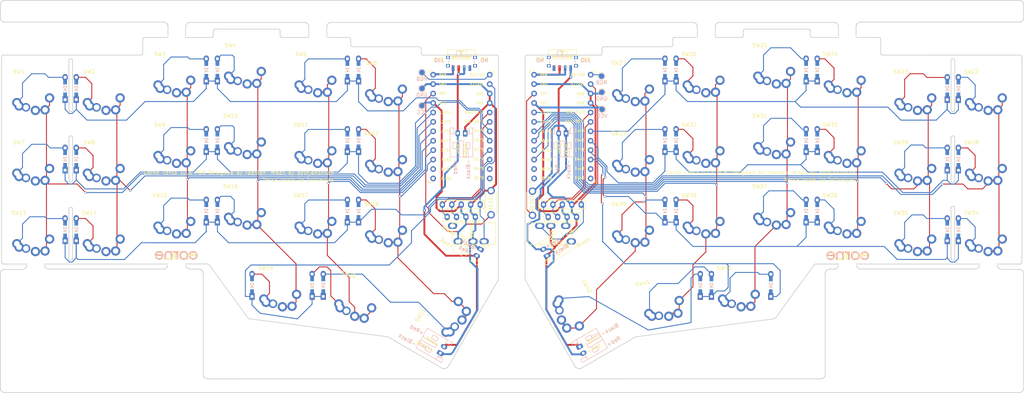
<source format=kicad_pcb>
(kicad_pcb (version 20240108) (generator "pcbnew") (generator_version "8.0")
  (title_block (title "Corne UltraLight Versa") (date "2025-01-05") (rev "2.2") (company "foostan"))
  (layers (0 "F.Cu" signal) (31 "B.Cu" signal) (34 "B.Paste" user) (35 "F.Paste" user) (36 "B.SilkS" user "B.Silkscreen") (37 "F.SilkS" user "F.Silkscreen") (38 "B.Mask" user) (39 "F.Mask" user) (44 "Edge.Cuts" user))
  (net 0 "")
  (net 1 "row0")
  (net 2 "row1")
  (net 3 "row2")
  (net 4 "row3")
  (net 5 "GND")
  (net 6 "VCC")
  (net 7 "col0")
  (net 8 "col1")
  (net 9 "col2")
  (net 10 "col3")
  (net 11 "col4")
  (net 12 "col5")
  (net 13 "reset")
  (net 14 "SCL")
  (net 15 "SDA")
  (net 16 "+BATT")
  (net 17 "Net-(BATJ1-Pin_2)")
  (net 18 "Net-(BATJ4-Pin_2)")
  (net 19 "row0_r")
  (net 20 "row1_r")
  (net 21 "row2_r")
  (net 22 "row3_r")
  (net 23 "SDA_r")
  (net 24 "SCL_r")
  (net 25 "reset_r")
  (net 26 "col0_r")
  (net 27 "col1_r")
  (net 28 "col2_r")
  (net 29 "col3_r")
  (net 30 "col4_r")
  (net 31 "col5_r")
  (net 32 "Net-(D1-A)")
  (net 33 "Net-(D2-A)")
  (net 34 "CS")
  (net 35 "RGB")
  (net 36 "Net-(D3-A)")
  (net 37 "VDD")
  (net 38 "GNDA")
  (net 39 "Net-(D4-A)")
  (net 40 "Net-(D5-A)")
  (net 41 "Net-(D6-A)")
  (net 42 "CS_r")
  (net 43 "RGB_r")
  (net 44 "+BATTA")
  (net 45 "Net-(D7-A)")
  (net 46 "Net-(D8-A)")
  (net 47 "Net-(D9-A)")
  (net 48 "Net-(D10-A)")
  (net 49 "Net-(D11-A)")
  (net 50 "Net-(D12-A)")
  (net 51 "Net-(D13-A)")
  (net 52 "Net-(D14-A)")
  (net 53 "Net-(D15-A)")
  (net 54 "Net-(D16-A)")
  (net 55 "Net-(D17-A)")
  (net 56 "Net-(D18-A)")
  (net 57 "Net-(D19-A)")
  (net 58 "Net-(D20-A)")
  (net 59 "Net-(D21-A)")
  (net 60 "Net-(D22-A)")
  (net 61 "Net-(D23-A)")
  (net 62 "Net-(D24-A)")
  (net 63 "Net-(D25-A)")
  (net 64 "Net-(D26-A)")
  (net 65 "Net-(D27-A)")
  (net 66 "Net-(D28-A)")
  (net 67 "Net-(D29-A)")
  (net 68 "Net-(D30-A)")
  (net 69 "Net-(D31-A)")
  (net 70 "Net-(D32-A)")
  (net 71 "Net-(D33-A)")
  (net 72 "Net-(D34-A)")
  (net 73 "Net-(D35-A)")
  (net 74 "Net-(D36-A)")
  (net 75 "Net-(D37-A)")
  (net 76 "Net-(D38-A)")
  (net 77 "Net-(D39-A)")
  (net 78 "Net-(D40-A)")
  (net 79 "Net-(D41-A)")
  (net 80 "Net-(D42-A)")
  (footprint "kbd:ResetSW_1side" (layer "F.Cu") (at 156.0125 76.817432 -90)
    (property "Reference" "RSW2" (hide yes))
    (property "Value" "SW_PUSH")
  )
  (footprint "gateron-ks27:gateron-ks27-choc-v1-mx" (layer "F.Cu") (at 278.684847 45.920432)
    (property "Reference" "SW22")
    (property "Value" "SW_PUSH")
  )
  (footprint "gateron-ks27:gateron-ks27-choc-v1-mx" (layer "F.Cu") (at 259.684847 45.920432)
    (property "Reference" "SW23")
    (property "Value" "SW_PUSH")
  )
  (footprint "gateron-ks27:gateron-ks27-choc-v1-mx" (layer "F.Cu") (at 240.684847 41.170432)
    (property "Reference" "SW24")
    (property "Value" "SW_PUSH")
  )
  (footprint "gateron-ks27:gateron-ks27-choc-v1-mx" (layer "F.Cu") (at 221.684847 38.795432)
    (property "Reference" "SW25")
    (property "Value" "SW_PUSH")
  )
  (footprint "gateron-ks27:gateron-ks27-choc-v1-mx" (layer "F.Cu") (at 202.684847 41.170432)
    (property "Reference" "SW26")
    (property "Value" "SW_PUSH")
  )
  (footprint "gateron-ks27:gateron-ks27-choc-v1-mx" (layer "F.Cu") (at 183.684847 43.545432)
    (property "Reference" "SW27")
    (property "Value" "SW_PUSH")
  )
  (footprint "gateron-ks27:gateron-ks27-choc-v1-mx" (layer "F.Cu") (at 278.684847 64.920432)
    (property "Reference" "SW28")
    (property "Value" "SW_PUSH")
  )
  (footprint "gateron-ks27:gateron-ks27-choc-v1-mx" (layer "F.Cu") (at 259.684847 64.920432)
    (property "Reference" "SW29")
    (property "Value" "SW_PUSH")
  )
  (footprint "gateron-ks27:gateron-ks27-choc-v1-mx" (layer "F.Cu") (at 240.684847 60.170432)
    (property "Reference" "SW30")
    (property "Value" "SW_PUSH")
  )
  (footprint "gateron-ks27:gateron-ks27-choc-v1-mx" (layer "F.Cu") (at 221.684847 57.795432)
    (property "Reference" "SW31")
    (property "Value" "SW_PUSH")
  )
  (footprint "gateron-ks27:gateron-ks27-choc-v1-mx" (layer "F.Cu") (at 202.684847 60.170432)
    (property "Reference" "SW32")
    (property "Value" "SW_PUSH")
  )
  (footprint "gateron-ks27:gateron-ks27-choc-v1-mx" (layer "F.Cu") (at 183.684847 62.545432)
    (property "Reference" "SW33")
    (property "Value" "SW_PUSH")
  )
  (footprint "gateron-ks27:gateron-ks27-choc-v1-mx" (layer "F.Cu") (at 278.684847 83.920432)
    (property "Reference" "SW34")
    (property "Value" "SW_PUSH")
  )
  (footprint "gateron-ks27:gateron-ks27-choc-v1-mx" (layer "F.Cu") (at 259.684847 83.920432)
    (property "Reference" "SW35")
    (property "Value" "SW_PUSH")
  )
  (footprint "gateron-ks27:gateron-ks27-choc-v1-mx" (layer "F.Cu") (at 240.684847 79.170432)
    (property "Reference" "SW36")
    (property "Value" "SW_PUSH")
  )
  (footprint "gateron-ks27:gateron-ks27-choc-v1-mx" (layer "F.Cu") (at 221.684847 76.795432)
    (property "Reference" "SW37")
    (property "Value" "SW_PUSH")
  )
  (footprint "gateron-ks27:gateron-ks27-choc-v1-mx" (layer "F.Cu") (at 202.684847 79.170432)
    (property "Reference" "SW38")
    (property "Value" "SW_PUSH")
  )
  (footprint "gateron-ks27:gateron-ks27-choc-v1-mx" (layer "F.Cu") (at 212.184847 98.795432)
    (property "Reference" "SW40")
    (property "Value" "SW_PUSH")
  )
  (footprint "gateron-ks27:gateron-ks27-choc-v1-mx" (layer "F.Cu") (at 191.184847 101.545432 15)
    (property "Reference" "SW41")
    (property "Value" "SW_PUSH")
  )
  (footprint "gateron-ks27:gateron-ks27-choc-v1-mx" (layer "F.Cu") (at 183.684847 81.545432)
    (property "Reference" "SW39")
    (property "Value" "SW_PUSH")
  )
  (footprint "kbd:ProMicro_v3" (layer "F.Cu") (at 136.8925 56.686432)
    (property "Reference" "U1" (hide yes))
    (property "Value" "ProMicro" (hide yes))
  )
  (footprint "kbd:ProMicro_v3" (layer "F.Cu") (at 164.062847 56.686432)
    (property "Reference" "U2" (hide yes))
    (property "Value" "ProMicro" (hide yes))
  )
  (footprint "gateron-ks27:gateron-ks27-choc-v1-mx" (layer "F.Cu") (at 117.1875 43.545)
    (property "Reference" "SW6")
    (property "Value" "SW_PUSH")
  )
  (footprint "gateron-ks27:gateron-ks27-choc-v1-mx" (layer "F.Cu") (at 98.1875 41.17)
    (property "Reference" "SW5")
    (property "Value" "SW_PUSH")
  )
  (footprint "gateron-ks27:gateron-ks27-choc-v1-mx" (layer "F.Cu") (at 79.1875 38.795)
    (property "Reference" "SW4")
    (property "Value" "SW_PUSH")
  )
  (footprint "gateron-ks27:gateron-ks27-choc-v1-mx" (layer "F.Cu") (at 60.1875 41.17)
    (property "Reference" "SW3")
    (property "Value" "SW_PUSH")
  )
  (footprint "gateron-ks27:gateron-ks27-choc-v1-mx" (layer "F.Cu") (at 41.1875 45.92)
    (property "Reference" "SW2")
    (property "Value" "SW_PUSH")
  )
  (footprint "gateron-ks27:gateron-ks27-choc-v1-mx" (layer "F.Cu") (at 117.1875 81.545)
    (property "Reference" "SW18")
    (property "Value" "SW_PUSH")
  )
  (footprint "gateron-ks27:gateron-ks27-choc-v1-mx-1.5u" (layer "F.Cu") (at 131.9375 105.295 60)
    (property "Reference" "SW21")
    (property "Value" "SW_PUSH")
  )
  (footprint "gateron-ks27:gateron-ks27-choc-v1-mx" (layer "F.Cu") (at 22.1875 83.92)
    (property "Reference" "SW13")
    (property "Value" "SW_PUSH")
  )
  (footprint "gateron-ks27:gateron-ks27-choc-v1-mx" (layer "F.Cu") (at 109.6875 101.545 -15)
    (property "Reference" "SW20")
    (property "Value" "SW_PUSH")
  )
  (footprint "gateron-ks27:gateron-ks27-choc-v1-mx" (layer "F.Cu") (at 88.6875 98.795)
    (property "Reference" "SW19")
    (property "Value" "SW_PUSH")
  )
  (footprint "gateron-ks27:gateron-ks27-choc-v1-mx" (layer "F.Cu") (at 98.1875 79.17)
    (property "Reference" "SW17")
    (property "Value" "SW_PUSH")
  )
  (footprint "gateron-ks27:gateron-ks27-choc-v1-mx" (layer "F.Cu") (at 79.1875 76.795)
    (property "Reference" "SW16")
    (property "Value" "SW_PUSH")
  )
  (footprint "gateron-ks27:gateron-ks27-choc-v1-mx" (layer "F.Cu") (at 60.1875 79.17)
    (property "Reference" "SW15")
    (property "Value" "SW_PUSH")
  )
  (footprint "gateron-ks27:gateron-ks27-choc-v1-mx" (layer "F.Cu") (at 41.1875 83.92)
    (property "Reference" "SW14")
    (property "Value" "SW_PUSH")
  )
  (footprint "gateron-ks27:gateron-ks27-choc-v1-mx" (layer "F.Cu") (at 117.1875 62.545)
    (property "Reference" "SW12")
    (property "Value" "SW_PUSH")
  )
  (footprint "gateron-ks27:gateron-ks27-choc-v1-mx" (layer "F.Cu") (at 98.1875 60.17)
    (property "Reference" "SW11")
    (property "Value" "SW_PUSH")
  )
  (footprint "gateron-ks27:gateron-ks27-choc-v1-mx" (layer "F.Cu") (at 79.1875 57.795)
    (property "Reference" "SW10")
    (property "Value" "SW_PUSH")
  )
  (footprint "gateron-ks27:gateron-ks27-choc-v1-mx" (layer "F.Cu") (at 60.1875 60.17)
    (property "Reference" "SW9")
    (property "Value" "SW_PUSH")
  )
  (footprint "gateron-ks27:gateron-ks27-choc-v1-mx" (layer "F.Cu") (at 41.1875 64.92)
    (property "Reference" "SW8")
    (property "Value" "SW_PUSH")
  )
  (footprint "gateron-ks27:gateron-ks27-choc-v1-mx" (layer "F.Cu") (at 22.1875 64.92)
    (property "Reference" "SW7")
    (property "Value" "SW_PUSH")
  )
  (footprint "gateron-ks27:gateron-ks27-choc-v1-mx" (layer "F.Cu") (at 22.1875 45.92)
    (property "Reference" "SW1")
    (property "Value" "SW_PUSH")
  )
  (footprint "kbd:thread_m2" (layer "F.Cu") (at 156.330847 93.085432)
    (property "Reference" "Ref**" (hide yes))
    (property "Value" "Val**" (hide yes))
  )
  (footprint "kbd:thread_m2" (layer "F.Cu") (at 170.889847 84.542432)
    (property "Reference" "Ref**" (hide yes))
    (property "Value" "Val**" (hide yes))
  )
  (footprint "gateron-ks27:gateron-ks27-choc-v1-mx-1.5u" (layer "F.Cu") (at 168.934847 105.295432 -60)
    (property "Reference" "SW42")
    (property "Value" "SW_PUSH")
  )
  (footprint "nice_view:nice_view_1side" (layer "F.Cu") (at 131.7585 77.168)
    (property "Reference" "J2")
    (property "Value" "OLED" (hide yes))
  )
  (footprint "kbd:ResetSW_1side" (layer "F.Cu") (at 144.8625 76.671 -90)
    (property "Reference" "RSW1" (hide yes))
    (property "Value" "SW_PUSH")
  )
  (footprint "kbd:Breakaway_Tabs" (layer "F.Cu") (at 22.19625 93.38)
    (property "Reference" "J5")
    (property "Value" "Breakaway_Tabs")
  )
  (footprint "kbd:Breakaway_Tabs" (layer "F.Cu") (at 60.1845 93.38)
    (property "Reference" "J5")
    (property "Value" "Breakaway_Tabs")
  )
  (footprint "kbd:Breakaway_Tabs" (layer "F.Cu") (at 60.2875 31.97)
    (property "Reference" "J5")
    (property "Value" "Breakaway_Tabs")
  )
  (footprint "kbd:Breakaway_Tabs" (layer "F.Cu") (at 98.2575 31.97)
    (property "Reference" "J5")
    (property "Value" "Breakaway_Tabs")
  )
  (footprint "kbd:Breakaway_Tabs" (layer "F.Cu") (at 202.7775 31.98)
    (property "Reference" "J5")
    (property "Value" "Breakaway_Tabs")
  )
  (footprint "kbd:Breakaway_Tabs" (layer "F.Cu") (at 240.7975 31.97)
    (property "Reference" "J5")
    (property "Value" "Breakaway_Tabs")
  )
  (footprint "kbd:Breakaway_Tabs" (layer "F.Cu") (at 278.8275 93.39)
    (property "Reference" "J5")
    (property "Value" "Breakaway_Tabs")
  )
  (footprint "kbd:Breakaway_Tabs" (layer "F.Cu") (at 240.8275 93.39)
    (property "Reference" "J5")
    (property "Value" "Breakaway_Tabs")
  )
  (footprint "nice_view:nice_view_1side" (layer "F.Cu") (at 158.9875 77.168)
    (property "Reference" "J7")
    (property "Value" "OLED" (hide yes))
  )
  (footprint "kbd:corne-logo-horizontal" (layer "F.Cu") (at 60.2175 90.93)
    (property "Reference" "G***" (hide yes))
    (property "Value" "LOGO" (hide yes))
  )
  (footprint "kbd:corne-logo-horizontal" (layer "F.Cu") (at 240.9975 91.01)
    (property "Reference" "G***" (hide yes))
    (property "Value" "LOGO" (hide yes))
  )
  (footprint "kbd:thread_m2" (layer "F.Cu") (at 135.1425 73.145)
    (property "Reference" "Ref**" (hide yes))
    (property "Value" "Val**" (hide yes))
  )
  (footprint "Connector_JST:JST_PH_S2B-PH-K_1x02_P2.00mm_Horizontal" (layer "F.Cu") (at 159.941085 90.945 120)
    (property "Reference" "BATJ5" (hide yes))
    (property "Value" "Conn_01x02_Female")
  )
  (footprint "Button_Switch_SMD:SW_SPDT_PCM12" (layer "F.Cu") (at 164.062847 39.015 180)
    (property "Reference" "PSW2" (hide yes))
    (property "Value" "SW_SPST")
  )
  (footprint "kbd:OLED_1side" (layer "F.Cu") (at 160.2575 80.495)
    (property "Reference" "OL2")
    (property "Value" "OLED" (hide yes))
  )
  (footprint "kbd:MJ-4PP-9_1side" (layer "F.Cu") (at 146.2925 84.9958 -90)
    (property "Reference" "TRRS1")
    (property "Value" "MJ-4PP-9" (hide yes))
  )
  (footprint "Button_Switch_SMD:SW_SPDT_PCM12" (layer "F.Cu") (at 136.8925 39.015 180)
    (property "Reference" "PSW1" (hide yes))
    (property "Value" "SW_SPST")
  )
  (footprint "kbd:MJ-4PP-9_1side" (layer "F.Cu") (at 154.662847 84.9958 90)
    (property "Reference" "TRRS2")
    (property "Value" "MJ-4PP-9" (hide yes))
  )
  (footprint "kbd:thread_m2" (layer "F.Cu") (at 165.812847 73.145)
    (property "Reference" "Ref**" (hide yes))
    (property "Value" "Val**" (hide yes))
  )
  (footprint "kbd:thread_m2" (layer "F.Cu") (at 138.6425 73.145)
    (property "Reference" "Ref**" (hide yes))
    (property "Value" "Val**" (hide yes))
  )
  (footprint "kbd:thread_m2" (layer "F.Cu") (at 162.312847 73.145)
    (property "Reference" "Ref**" (hide yes))
    (property "Value" "Val**" (hide yes))
  )
  (footprint "Connector_JST:JST_PH_S2B-PH-K_1x02_P2.00mm_Horizontal" (layer "F.Cu") (at 142.014262 89.212949 -120)
    (property "Reference" "BATJ2" (hide yes))
    (property "Value" "Conn_01x02_Female")
  )
  (footprint "kbd:OLED_1side" (layer "F.Cu") (at 133.0285 80.495)
    (property "Reference" "OL1")
    (property "Value" "OLED" (hide yes))
  )
  (footprint "kbd:D3_TH" (layer "B.Cu") (at 270.684847 83.920432 90)
    (property "Reference" "D34" (hide yes))
    (property "Value" "D" (hide yes))
  )
  (footprint "kbd:D3_TH" (layer "B.Cu") (at 232.684847 78.920432 90)
    (property "Reference" "D36" (hide yes))
    (property "Value" "D" (hide yes))
  )
  (footprint "kbd:D3_TH" (layer "B.Cu") (at 229.684847 78.915432 90)
    (property "Reference" "D37" (hide yes))
    (property "Value" "D" (hide yes))
  )
  (footprint "kbd:D3_TH" (layer "B.Cu") (at 194.684847 78.920432 90)
    (property "Reference" "D38" (hide yes))
    (property "Value" "D" (hide yes))
  )
  (footprint "kbd:D3_TH" (layer "B.Cu") (at 191.684847 78.920432 90)
    (property "Reference" "D39" (hide yes))
    (property "Value" "D" (hide yes))
  )
  (footprint "kbd:D3_TH" (layer "B.Cu") (at 220.184847 98.930432 90)
    (property "Reference" "D40" (hide yes))
    (property "Value" "D" (hide yes))
  )
  (footprint "kbd:D3_TH" (layer "B.Cu") (at 204.194847 98.915432 90)
    (property "Reference" "D41" (hide yes))
    (property "Value" "D" (hide yes))
  )
  (footprint "kbd:D3_TH" (layer "B.Cu") (at 201.194847 98.915432 90)
    (property "Reference" "D42" (hide yes))
    (property "Value" "D" (hide yes))
  )
  (footprint "kbd:D3_TH" (layer "B.Cu") (at 270.684847 45.920432 90)
    (property "Reference" "D22" (hide yes))
    (property "Value" "D" (hide yes))
  )
  (footprint "kbd:D3_TH" (layer "B.Cu") (at 267.684847 45.920432 90)
    (property "Reference" "D23" (hide yes))
    (property "Value" "D" (hide yes))
  )
  (footprint "kbd:D3_TH" (layer "B.Cu") (at 232.684847 40.920432 90)
    (property "Reference" "D24" (hide yes))
    (property "Value" "D" (hide yes))
  )
  (footprint "kbd:D3_TH" (layer "B.Cu") (at 229.684847 40.915432 90)
    (property "Reference" "D25" (hide yes))
    (property "Value" "D" (hide yes))
  )
  (footprint "kbd:D3_TH" (layer "B.Cu") (at 194.684847 40.920432 90)
    (property "Reference" "D26" (hide yes))
    (property "Value" "D" (hide yes))
  )
  (footprint "kbd:D3_TH" (layer "B.Cu") (at 191.684847 40.920432 90)
    (property "Reference" "D27" (hide yes))
    (property "Value" "D" (hide yes))
  )
  (footprint "kbd:D3_TH" (layer "B.Cu") (at 270.684847 64.920432 90)
    (property "Reference" "D28" (hide yes))
    (property "Value" "D" (hide yes))
  )
  (footprint "kbd:D3_TH" (layer "B.Cu") (at 267.684847 64.920432 90)
    (property "Reference" "D29" (hide yes))
    (property "Value" "D" (hide yes))
  )
  (footprint "kbd:D3_TH" (layer "B.Cu") (at 232.684847 59.920432 90)
    (property "Reference" "D30" (hide yes))
    (property "Value" "D" (hide yes))
  )
  (footprint "kbd:D3_TH" (layer "B.Cu") (at 229.684847 59.915432 90)
    (property "Reference" "D31" (hide yes))
    (property "Value" "D" (hide yes))
  )
  (footprint "kbd:D3_TH" (layer "B.Cu") (at 194.684847 59.920432 90)
    (property "Reference" "D32" (hide yes))
    (property "Value" "D" (hide yes))
  )
  (footprint "kbd:D3_TH" (layer "B.Cu") (at 33.1875 83.92 90)
    (property "Reference" "D14" (hide yes))
    (property "Value" "D" (hide yes))
  )
  (footprint "kbd:D3_TH" (layer "B.Cu") (at 33.1875 64.92 90)
    (property "Reference" "D8" (hide yes))
    (property "Value" "D" (hide yes))
  )
  (footprint "kbd:D3_TH" (layer "B.Cu") (at 33.1875 45.92 90)
    (property "Reference" "D2" (hide yes))
    (property "Value" "D" (hide yes))
  )
  (footprint "kbd:D3_TH" (layer "B.Cu") (at 191.684847 59.920432 90)
    (property "Reference" "D33" (hide yes))
    (property "Value" "D" (hide yes))
  )
  (footprint "kbd:D3_TH" (layer "B.Cu") (at 99.6875 98.905 90)
    (property "Reference" "D21" (hide yes))
    (property "Value" "D" (hide yes))
  )
  (footprint "kbd:D3_TH" (layer "B.Cu") (at 96.6875 98.905 90)
    (property "Reference" "D20" (hide yes))
    (property "Value" "D" (hide yes))
  )
  (footprint "kbd:D3_TH" (layer "B.Cu") (at 80.5075 98.91 90)
    (property "Reference" "D19" (hide yes))
    (property "Value" "D" (hide yes))
  )
  (footprint "kbd:D3_TH" (layer "B.Cu") (at 109.1875 78.92 90)
    (property "Reference" "D18" (hide yes))
    (property "Value" "D" (hide yes))
  )
  (footprint "kbd:D3_TH" (layer "B.Cu") (at 106.1875 78.92 90)
    (property "Reference" "D17" (hide yes))
    (property "Value" "D" (hide yes))
  )
  (footprint "kbd:D3_TH" (layer "B.Cu") (at 71.1875 78.915 90)
    (property "Reference" "D16" (hide yes))
    (property "Value" "D" (hide yes))
  )
  (footprint "kbd:D3_TH" (layer "B.Cu") (at 68.1875 78.92 90)
    (property "Reference" "D15" (hide yes))
    (property "Value" "D" (hide yes))
  )
  (footprint "kbd:D3_TH" (layer "B.Cu") (at 30.1875 83.916875 90)
    (property "Reference" "D13" (hide yes))
    (property "Value" "D" (hide yes))
  )
  (footprint "kbd:D3_TH" (layer "B.Cu") (at 109.1875 59.92 90)
    (property "Reference" "D12" (hide yes))
    (property "Value" "D" (hide yes))
  )
  (footprint "kbd:D3_TH" (layer "B.Cu") (at 106.1875 59.92 90)
    (property "Reference" "D11" (hide yes))
    (property "Value" "D" (hide yes))
  )
  (footprint "kbd:D3_TH" (layer "B.Cu") (at 71.1875 59.915 90)
    (property "Reference" "D10" (hide yes))
    (property "Value" "D" (hide yes))
  )
  (footprint "kbd:D3_TH" (layer "B.Cu") (at 68.1875 59.92 90)
    (property "Reference" "D9" (hide yes))
    (property "Value" "D" (hide yes))
  )
  (footprint "kbd:D3_TH" (layer "B.Cu") (at 30.1875 64.916875 90)
    (property "Reference" "D7" (hide yes))
    (property "Value" "D" (hide yes))
  )
  (footprint "kbd:D3_TH" (layer "B.Cu") (at 109.1875 40.92 90)
    (property "Reference" "D6" (hide yes))
    (property "Value" "D" (hide yes))
  )
  (footprint "kbd:D3_TH" (layer "B.Cu") (at 106.1875 40.92 90)
    (property "Reference" "D5" (hide yes))
    (property "Value" "D" (hide yes))
  )
  (footprint "kbd:D3_TH" (layer "B.Cu") (at 71.1875 40.915 90)
    (property "Reference" "D4" (hide yes))
    (property "Value" "D" (hide yes))
  )
  (footprint "kbd:D3_TH" (layer "B.Cu") (at 68.1875 40.92 90)
    (property "Reference" "D3" (hide yes))
    (property "Value" "D" (hide yes))
  )
  (footprint "kbd:D3_TH" (layer "B.Cu") (at 30.1875 45.916875 90)
    (property "Reference" "D1" (hide yes))
    (property "Value" "D" (hide yes))
  )
  (footprint "kbd:D3_TH" (layer "B.Cu") (at 267.684847 83.920432 90)
    (property "Reference" "D35" (hide yes))
    (property "Value" "D" (hide yes))
  )
  (footprint "kbd:spacer_m2" (layer "B.Cu") (at 31.6955 74.4205 180)
    (property "Reference" "Ref**" (hide yes))
    (property "Value" "Val**" (hide yes))
  )
  (footprint "kbd:spacer_m2" (layer "B.Cu") (at 107.6505 51.9305 180)
    (property "Reference" "Ref**" (hide yes))
    (property "Value" "Val**" (hide yes))
  )
  (footprint "kbd:spacer_m2" (layer "B.Cu") (at 31.6955 55.4205 180)
    (property "Reference" "Ref**" (hide yes))
    (property "Value" "Val**" (hide yes))
  )
  (footprint "kbd:spacer_m2" (layer "B.Cu") (at 74.8395 91.6855 180)
    (property "Reference" "Ref**" (hide yes))
    (property "Value" "Val**" (hide yes))
  )
  (footprint "kbd:spacer_m2" (layer "B.Cu") (at 121.4055 99.3 180)
    (property "Reference" "Ref**" (hide yes))
    (property "Value" "Val**" (hide yes))
  )
  (footprint "kbd:thread_m2" (layer "B.Cu") (at 129.9445 84.419 180)
    (property "Reference" "Ref**" (hide yes))
    (property "Value" "Val**" (hide yes))
  )
  (footprint "kbd:thread_m2" (layer "B.Cu") (at 144.3765 92.94 180)
    (property "Reference" "Ref**" (hide yes))
    (property "Value" "Val**" (hide yes))
  )
  (footprint "kbd:spacer_m2" (layer "B.Cu") (at 193.235847 51.936932 180)
    (property "Reference" "Ref**" (hide yes))
    (property "Value" "Val**" (hide yes))
  )
  (footprint "kbd:spacer_m2" (layer "B.Cu") (at 179.485847 99.446932 180)
    (property "Reference" "Ref**" (hide yes))
    (property "Value" "Val**" (hide yes))
  )
  (footprint "kbd:spacer_m2" (layer "B.Cu") (at 226.055847 91.696932 180)
    (property "Reference" "Ref**" (hide yes))
    (property "Value" "Val**" (hide yes))
  )
  (footprint "kbd:spacer_m2" (layer "B.Cu") (at 269.195847 55.426932 180)
    (property "Reference" "Ref**" (hide yes))
    (property "Value" "Val**" (hide yes))
  )
  (footprint "kbd:spacer_m2" (layer "B.Cu") (at 269.195847 74.426932 180)
    (property "Reference" "Ref**" (hide yes))
    (property "Value" "Val**" (hide yes))
  )
  (footprint "kbd:corne-logo-horizontal" (layer "B.Cu") (at 59.9875 90.93 180)
    (property "Reference" "G***" (hide yes))
    (property "Value" "LOGO" (hide yes))
  )
  (footprint "kbd:corne-logo-horizontal" (layer "B.Cu") (at 240.7675 91.01 180)
    (property "Reference" "G***" (hide yes))
    (property "Value" "LOGO" (hide yes))
  )
  (footprint "kbd:spacer_m2" (layer "B.Cu") (at 50.7125 74.445 180)
    (property "Reference" "Ref**" (hide yes))
    (property "Value" "Val**" (hide yes))
  )
  (footprint "kbd:spacer_m2" (layer "B.Cu") (at 50.7125 55.445 180)
    (property "Reference" "Ref**" (hide yes))
    (property "Value" "Val**" (hide yes))
  )
  (footprint "kbd:spacer_m2" (layer "B.Cu") (at 250.2125 74.426932 180)
    (property "Reference" "Ref**" (hide yes))
    (property "Value" "Val**" (hide yes))
  )
  (footprint "kbd:spacer_m2" (layer "B.Cu") (at 250.2125 55.426932 180)
    (property "Reference" "Ref**" (hide yes))
    (property "Value" "Val**" (hide yes))
  )
  (footprint "kbd:spacer_m2" (layer "B.Cu") (at 126.2125 92.445 180)
    (property "Reference" "Ref**" (hide yes))
    (property "Value" "Val**" (hide yes))
  )
  (footprint "Connector_JST:JST_PH_S2B-PH-K_1x02_P2.00mm_Horizontal" (layer "B.Cu") (at 168.7125 115.445 -60)
    (property "Reference" "BATJ8" (hide yes))
    (property "Value" "Conn_01x02_Female")
  )
  (footprint "TestPoint:TestPoint_Pad_D1.5mm" (layer "B.Cu") (at 126.2375 50.545 180)
    (property "Reference" "TP2")
    (property "Value" "VCC")
  )
  (footprint "Connector_JST:JST_PH_S2B-PH-K_1x02_P2.00mm_Horizontal" (layer "B.Cu") (at 131.2125 117.177051 60)
    (property "Reference" "BATJ7" (hide yes))
    (property "Value" "Conn_01x02_Female")
  )
  (footprint "Connector_JST:JST_PH_S2B-PH-K_1x02_P2.00mm_Horizontal" (layer "B.Cu") (at 165.062847 57.995 180)
    (property "Reference" "BATJ4" (hide yes))
    (property "Value" "Conn_01x02_Female")
  )
  (footprint "TestPoint:TestPoint_Pad_D1.5mm" (layer "B.Cu") (at 174.7625 51.545 180)
    (property "Reference" "TP5")
    (property "Value" "VCC")
  )
  (footprint "kbd:spacer_m2" (layer "B.Cu") (at 195.7125 89.445 180)
    (property "Reference" "Ref**" (hide yes))
    (property "Value" "Val**" (hide yes))
  )
  (footprint "kbd:spacer_m2" (layer "B.Cu") (at 174.7125 92.591932 180)
    (property "Reference" "Ref**" (hide yes))
    (property "Value" "Val**" (hide yes))
  )
  (footprint "TestPoint:TestPoint_Pad_D1.5mm" (layer "B.Cu") (at 174.6125 42.595 180)
    (property "Reference" "TP4")
    (property "Value" "RGB")
  )
  (footprint "Connector_JST:JST_PH_S2B-PH-K_1x02_P2.00mm_Horizontal" (layer "B.Cu") (at 137.8925 57.995 180)
    (property "Reference" "BATJ1" (hide yes))
    (property "Value" "Conn_01x02_Female")
  )
  (footprint "Button_Switch_SMD:SW_SPDT_PCM12" (layer "B.Cu") (at 164.062847 39.015)
    (property "Reference" "PSW4" (hide yes))
    (property "Value" "SW_SPST")
  )
  (footprint "kbd:spacer_m2" (layer "B.Cu") (at 105.2125 89.445 180)
    (property "Reference" "Ref**" (hide yes))
    (property "Value" "Val**" (hide yes))
  )
  (footprint "TestPoint:TestPoint_Pad_D1.5mm" (layer "B.Cu") (at 174.6875 46.92 180)
    (property "Reference" "TP6")
    (property "Value" "GND")
  )
  (footprint "Button_Switch_SMD:SW_SPDT_PCM12" (layer "B.Cu") (at 136.8925 39.015)
    (property "Reference" "PSW3" (hide yes))
    (property "Value" "SW_SPST")
  )
  (footprint "TestPoint:TestPoint_Pad_D1.5mm" (layer "B.Cu") (at 126.2625 41.595 180)
    (property "Reference" "TP1")
    (property "Value" "RGB")
  )
  (footprint "TestPoint:TestPoint_Pad_D1.5mm" (layer "B.Cu") (at 126.2625 45.92 180)
    (property "Reference" "TP3")
    (property "Value" "GND")
  )
  (gr_line (start 31.1975 51.66) (end 31.1975 38.41) (stroke (width 0.2)) (layer "Edge.Cuts"))
  (gr_line (start 32.1975 59.16) (end 32.1975 70.66) (stroke (width 0.2)) (layer "Edge.Cuts"))
  (gr_line (start 31.47875 37.94125) (end 31.6975 37.91) (stroke (width 0.2)) (layer "Edge.Cuts"))
  (gr_line (start 31.885 37.94125) (end 31.6975 37.91) (stroke (width 0.2)) (layer "Edge.Cuts"))
  (gr_line (start 31.22875 38.2225) (end 31.3225 38.035) (stroke (width 0.2)) (layer "Edge.Cuts"))
  (gr_line (start 31.22875 38.2225) (end 31.1975 38.41) (stroke (width 0.2)) (layer "Edge.Cuts"))
  (gr_line (start 32.16625 38.2225) (end 32.0725 38.035) (stroke (width 0.2)) (layer "Edge.Cuts"))
  (gr_line (start 32.1975 38.41) (end 32.16625 38.2225) (stroke (width 0.2)) (layer "Edge.Cuts"))
  (gr_line (start 31.51 52.12875) (end 31.6975 52.16) (stroke (width 0.2)) (layer "Edge.Cuts"))
  (gr_line (start 31.22875 51.8475) (end 31.3225 52.035) (stroke (width 0.2)) (layer "Edge.Cuts"))
  (gr_line (start 31.1975 51.66) (end 31.22875 51.8475) (stroke (width 0.2)) (layer "Edge.Cuts"))
  (gr_line (start 32.16625 51.8475) (end 32.1975 51.66) (stroke (width 0.2)) (layer "Edge.Cuts"))
  (gr_line (start 31.91625 52.12875) (end 32.0725 52.035) (stroke (width 0.2)) (layer "Edge.Cuts"))
  (gr_line (start 32.16625 51.8475) (end 32.0725 52.035) (stroke (width 0.2)) (layer "Edge.Cuts"))
  (gr_line (start 31.91625 52.12875) (end 31.6975 52.16) (stroke (width 0.2)) (layer "Edge.Cuts"))
  (gr_line (start 31.3225 52.035) (end 31.51 52.12875) (stroke (width 0.2)) (layer "Edge.Cuts"))
  (gr_line (start 31.885 58.69125) (end 31.6975 58.66) (stroke (width 0.2)) (layer "Edge.Cuts"))
  (gr_line (start 32.16625 58.9725) (end 32.0725 58.785) (stroke (width 0.2)) (layer "Edge.Cuts"))
  (gr_line (start 32.1975 59.16) (end 32.16625 58.9725) (stroke (width 0.2)) (layer "Edge.Cuts"))
  (gr_line (start 31.22875 58.9725) (end 31.1975 59.16) (stroke (width 0.2)) (layer "Edge.Cuts"))
  (gr_line (start 31.47875 58.69125) (end 31.3225 58.785) (stroke (width 0.2)) (layer "Edge.Cuts"))
  (gr_line (start 31.22875 58.9725) (end 31.3225 58.785) (stroke (width 0.2)) (layer "Edge.Cuts"))
  (gr_line (start 31.47875 58.69125) (end 31.6975 58.66) (stroke (width 0.2)) (layer "Edge.Cuts"))
  (gr_line (start 32.0725 58.785) (end 31.885 58.69125) (stroke (width 0.2)) (layer "Edge.Cuts"))
  (gr_line (start 31.51 71.12875) (end 31.6975 71.16) (stroke (width 0.2)) (layer "Edge.Cuts"))
  (gr_line (start 32.16625 70.8475) (end 32.1975 70.66) (stroke (width 0.2)) (layer "Edge.Cuts"))
  (gr_line (start 32.16625 70.8475) (end 32.0725 71.035) (stroke (width 0.2)) (layer "Edge.Cuts"))
  (gr_line (start 31.22875 70.8475) (end 31.3225 71.035) (stroke (width 0.2)) (layer "Edge.Cuts"))
  (gr_line (start 31.91625 71.12875) (end 32.0725 71.035) (stroke (width 0.2)) (layer "Edge.Cuts"))
  (gr_line (start 31.3225 71.035) (end 31.51 71.12875) (stroke (width 0.2)) (layer "Edge.Cuts"))
  (gr_line (start 31.91625 71.12875) (end 31.6975 71.16) (stroke (width 0.2)) (layer "Edge.Cuts"))
  (gr_line (start 31.1975 70.66) (end 31.22875 70.8475) (stroke (width 0.2)) (layer "Edge.Cuts"))
  (gr_line (start 31.47875 77.94125) (end 31.3225 78.035) (stroke (width 0.2)) (layer "Edge.Cuts"))
  (gr_line (start 31.22875 78.2225) (end 31.3225 78.035) (stroke (width 0.2)) (layer "Edge.Cuts"))
  (gr_line (start 32.16625 78.2225) (end 32.0725 78.035) (stroke (width 0.2)) (layer "Edge.Cuts"))
  (gr_line (start 31.885 77.94125) (end 31.6975 77.91) (stroke (width 0.2)) (layer "Edge.Cuts"))
  (gr_line (start 32.0725 78.035) (end 31.885 77.94125) (stroke (width 0.2)) (layer "Edge.Cuts"))
  (gr_line (start 31.22875 78.2225) (end 31.1975 78.41) (stroke (width 0.2)) (layer "Edge.Cuts"))
  (gr_line (start 32.1975 78.41) (end 32.16625 78.2225) (stroke (width 0.2)) (layer "Edge.Cuts"))
  (gr_line (start 31.47875 77.94125) (end 31.6975 77.91) (stroke (width 0.2)) (layer "Edge.Cuts"))
  (gr_line (start 32.16625 91.8475) (end 32.1975 91.66) (stroke (width 0.2)) (layer "Edge.Cuts"))
  (gr_line (start 31.91625 92.12875) (end 32.0725 92.035) (stroke (width 0.2)) (layer "Edge.Cuts"))
  (gr_line (start 31.91625 92.12875) (end 31.6975 92.16) (stroke (width 0.2)) (layer "Edge.Cuts"))
  (gr_line (start 32.16625 91.8475) (end 32.0725 92.035) (stroke (width 0.2)) (layer "Edge.Cuts"))
  (gr_line (start 31.1975 91.66) (end 31.22875 91.8475) (stroke (width 0.2)) (layer "Edge.Cuts"))
  (gr_line (start 31.22875 91.8475) (end 31.3225 92.035) (stroke (width 0.2)) (layer "Edge.Cuts"))
  (gr_line (start 31.51 92.12875) (end 31.6975 92.16) (stroke (width 0.2)) (layer "Edge.Cuts"))
  (gr_line (start 31.3225 92.035) (end 31.51 92.12875) (stroke (width 0.2)) (layer "Edge.Cuts"))
  (gr_line (start 269.385 37.94125) (end 269.1975 37.91) (stroke (width 0.2)) (layer "Edge.Cuts"))
  (gr_line (start 269.66625 38.2225) (end 269.5725 38.035) (stroke (width 0.2)) (layer "Edge.Cuts"))
  (gr_line (start 269.6975 38.41) (end 269.66625 38.2225) (stroke (width 0.2)) (layer "Edge.Cuts"))
  (gr_line (start 268.72875 38.2225) (end 268.6975 38.41) (stroke (width 0.2)) (layer "Edge.Cuts"))
  (gr_line (start 268.97875 37.94125) (end 268.8225 38.035) (stroke (width 0.2)) (layer "Edge.Cuts"))
  (gr_line (start 268.72875 38.2225) (end 268.8225 38.035) (stroke (width 0.2)) (layer "Edge.Cuts"))
  (gr_line (start 268.97875 37.94125) (end 269.1975 37.91) (stroke (width 0.2)) (layer "Edge.Cuts"))
  (gr_line (start 269.5725 38.035) (end 269.385 37.94125) (stroke (width 0.2)) (layer "Edge.Cuts"))
  (gr_line (start 269.66625 51.8475) (end 269.5725 52.035) (stroke (width 0.2)) (layer "Edge.Cuts"))
  (gr_line (start 269.41625 52.12875) (end 269.5725 52.035) (stroke (width 0.2)) (layer "Edge.Cuts"))
  (gr_line (start 268.72875 51.8475) (end 268.8225 52.035) (stroke (width 0.2)) (layer "Edge.Cuts"))
  (gr_line (start 269.01 52.12875) (end 269.1975 52.16) (stroke (width 0.2)) (layer "Edge.Cuts"))
  (gr_line (start 269.41625 52.12875) (end 269.1975 52.16) (stroke (width 0.2)) (layer "Edge.Cuts"))
  (gr_line (start 269.66625 51.8475) (end 269.6975 51.66) (stroke (width 0.2)) (layer "Edge.Cuts"))
  (gr_line (start 268.8225 52.035) (end 269.01 52.12875) (stroke (width 0.2)) (layer "Edge.Cuts"))
  (gr_line (start 268.6975 51.66) (end 268.72875 51.8475) (stroke (width 0.2)) (layer "Edge.Cuts"))
  (gr_line (start 268.97875 58.69125) (end 269.1975 58.66) (stroke (width 0.2)) (layer "Edge.Cuts"))
  (gr_line (start 268.72875 58.9725) (end 268.6975 59.16) (stroke (width 0.2)) (layer "Edge.Cuts"))
  (gr_line (start 269.5725 58.785) (end 269.385 58.69125) (stroke (width 0.2)) (layer "Edge.Cuts"))
  (gr_line (start 269.66625 58.9725) (end 269.5725 58.785) (stroke (width 0.2)) (layer "Edge.Cuts"))
  (gr_line (start 269.385 58.69125) (end 269.1975 58.66) (stroke (width 0.2)) (layer "Edge.Cuts"))
  (gr_line (start 268.97875 58.69125) (end 268.8225 58.785) (stroke (width 0.2)) (layer "Edge.Cuts"))
  (gr_line (start 268.72875 58.9725) (end 268.8225 58.785) (stroke (width 0.2)) (layer "Edge.Cuts"))
  (gr_line (start 269.6975 59.16) (end 269.66625 58.9725) (stroke (width 0.2)) (layer "Edge.Cuts"))
  (gr_line (start 269.41625 71.12875) (end 269.1975 71.16) (stroke (width 0.2)) (layer "Edge.Cuts"))
  (gr_line (start 269.66625 70.8475) (end 269.6975 70.66) (stroke (width 0.2)) (layer "Edge.Cuts"))
  (gr_line (start 268.6975 70.66) (end 268.72875 70.8475) (stroke (width 0.2)) (layer "Edge.Cuts"))
  (gr_line (start 269.41625 71.12875) (end 269.5725 71.035) (stroke (width 0.2)) (layer "Edge.Cuts"))
  (gr_line (start 269.01 71.12875) (end 269.1975 71.16) (stroke (width 0.2)) (layer "Edge.Cuts"))
  (gr_line (start 269.66625 70.8475) (end 269.5725 71.035) (stroke (width 0.2)) (layer "Edge.Cuts"))
  (gr_line (start 268.8225 71.035) (end 269.01 71.12875) (stroke (width 0.2)) (layer "Edge.Cuts"))
  (gr_line (start 268.72875 70.8475) (end 268.8225 71.035) (stroke (width 0.2)) (layer "Edge.Cuts"))
  (gr_line (start 269.66625 77.9725) (end 269.5725 77.785) (stroke (width 0.2)) (layer "Edge.Cuts"))
  (gr_line (start 268.72875 77.9725) (end 268.8225 77.785) (stroke (width 0.2)) (layer "Edge.Cuts"))
  (gr_line (start 269.5725 77.785) (end 269.385 77.69125) (stroke (width 0.2)) (layer "Edge.Cuts"))
  (gr_line (start 268.72875 77.9725) (end 268.6975 78.16) (stroke (width 0.2)) (layer "Edge.Cuts"))
  (gr_line (start 268.97875 77.69125) (end 268.8225 77.785) (stroke (width 0.2)) (layer "Edge.Cuts"))
  (gr_line (start 269.385 77.69125) (end 269.1975 77.66) (stroke (width 0.2)) (layer "Edge.Cuts"))
  (gr_line (start 269.6975 78.16) (end 269.66625 77.9725) (stroke (width 0.2)) (layer "Edge.Cuts"))
  (gr_line (start 268.97875 77.69125) (end 269.1975 77.66) (stroke (width 0.2)) (layer "Edge.Cuts"))
  (gr_line (start 268.6975 91.66) (end 268.72875 91.8475) (stroke (width 0.2)) (layer "Edge.Cuts"))
  (gr_line (start 269.41625 92.12875) (end 269.1975 92.16) (stroke (width 0.2)) (layer "Edge.Cuts"))
  (gr_line (start 269.01 92.12875) (end 269.1975 92.16) (stroke (width 0.2)) (layer "Edge.Cuts"))
  (gr_line (start 269.66625 91.8475) (end 269.5725 92.035) (stroke (width 0.2)) (layer "Edge.Cuts"))
  (gr_line (start 268.8225 92.035) (end 269.01 92.12875) (stroke (width 0.2)) (layer "Edge.Cuts"))
  (gr_line (start 268.72875 91.8475) (end 268.8225 92.035) (stroke (width 0.2)) (layer "Edge.Cuts"))
  (gr_line (start 269.66625 91.8475) (end 269.6975 91.66) (stroke (width 0.2)) (layer "Edge.Cuts"))
  (gr_line (start 269.41625 92.12875) (end 269.5725 92.035) (stroke (width 0.2)) (layer "Edge.Cuts"))
  (gr_line (start 287.761114 27.841367) (end 287.933833 27.699127) (stroke (width 0.2)) (layer "Edge.Cuts"))
  (gr_line (start 19.674538 94.092121) (end 19.671998 94.094661) (stroke (width 0.2)) (layer "Edge.Cuts"))
  (gr_line (start 57.853241 29.027545) (end 57.855781 29.027545) (stroke (width 0.2)) (layer "Edge.Cuts"))
  (gr_line (start 237.248183 28.136006) (end 206.377054 28.136006) (stroke (width 0.2)) (layer "Edge.Cuts"))
  (gr_line (start 57.782121 28.798946) (end 57.782121 28.798946) (stroke (width 0.2)) (layer "Edge.Cuts"))
  (gr_line (start 13.283905 37.031077) (end 13.184845 37.132677) (stroke (width 0.2)) (layer "Edge.Cuts"))
  (gr_line (start 57.784661 28.801486) (end 57.787201 28.806566) (stroke (width 0.2)) (layer "Edge.Cuts"))
  (gr_line (start 95.445203 28.473826) (end 95.272484 28.334126) (stroke (width 0.2)) (layer "Edge.Cuts"))
  (gr_line (start 62.630976 93.406322) (end 62.630976 93.411402) (stroke (width 0.2)) (layer "Edge.Cuts"))
  (gr_line (start 243.161298 29.037705) (end 243.161298 29.037705) (stroke (width 0.2)) (layer "Edge.Cuts"))
  (gr_line (start 234.804706 123.167472) (end 234.825026 122.943953) (stroke (width 0.2)) (layer "Edge.Cuts"))
  (gr_line (start 12.946085 22.715652) (end 12.841945 22.911231) (stroke (width 0.2)) (layer "Edge.Cuts"))
  (gr_line (start 18.653459 94.643301) (end 18.650919 94.643301) (stroke (width 0.2)) (layer "Edge.Cuts"))
  (gr_line (start 88.185891 31.981562) (end 88.284951 32.080622) (stroke (width 0.2)) (layer "Edge.Cuts"))
  (gr_line (start 18.645839 94.643301) (end 13.893504 94.643301) (stroke (width 0.2)) (layer "Edge.Cuts"))
  (gr_line (start 57.279201 94.348661) (end 57.449381 94.208961) (stroke (width 0.2)) (layer "Edge.Cuts"))
  (gr_line (start 18.892219 94.617901) (end 18.887139 94.617901) (stroke (width 0.2)) (layer "Edge.Cuts"))
  (gr_line (start 79.481319 107.782708) (end 79.595619 107.869068) (stroke (width 0.2)) (layer "Edge.Cuts"))
  (gr_line (start 234.825026 95.768519) (end 234.825026 95.768519) (stroke (width 0.2)) (layer "Edge.Cuts"))
  (gr_line (start 107.113952 34.35138) (end 107.185072 34.48092) (stroke (width 0.2)) (layer "Edge.Cuts"))
  (gr_line (start 19.875198 93.180262) (end 19.880278 93.408862) (stroke (width 0.2)) (layer "Edge.Cuts"))
  (gr_line (start 66.616232 94.638221) (end 66.618772 94.638221) (stroke (width 0.2)) (layer "Edge.Cuts"))
  (gr_line (start 19.857418 93.642542) (end 19.857418 93.642542) (stroke (width 0.2)) (layer "Edge.Cuts"))
  (gr_line (start 231.274109 32.184762) (end 238.386102 32.184762) (stroke (width 0.2)) (layer "Edge.Cuts"))
  (gr_line (start 287.756034 94.82618) (end 287.557914 94.72204) (stroke (width 0.2)) (layer "Edge.Cuts"))
  (gr_line (start 94.863544 28.166486) (end 94.640024 28.143626) (stroke (width 0.2)) (layer "Edge.Cuts"))
  (gr_line (start 249.673851 32.387962) (end 249.744971 32.520042) (stroke (width 0.2)) (layer "Edge.Cuts"))
  (gr_line (start 169.40485 121.097374) (end 169.277851 121.173574) (stroke (width 0.2)) (layer "Edge.Cuts"))
  (gr_line (start 67.281711 95.29862) (end 67.284251 95.30116) (stroke (width 0.2)) (layer "Edge.Cuts"))
  (gr_line (start 205.935094 28.224906) (end 205.739515 28.329046) (stroke (width 0.2)) (layer "Edge.Cuts"))
  (gr_line (start 243.161298 29.037705) (end 243.161298 29.037705) (stroke (width 0.2)) (layer "Edge.Cuts"))
  (gr_line (start 101.769797 28.143626) (end 101.762177 28.143626) (stroke (width 0.2)) (layer "Edge.Cuts"))
  (gr_line (start 13.184845 37.132677) (end 13.113725 37.262217) (stroke (width 0.2)) (layer "Edge.Cuts"))
  (gr_line (start 234.847886 95.53484) (end 234.850426 95.5323) (stroke (width 0.2)) (layer "Edge.Cuts"))
  (gr_line (start 19.128439 94.544241) (end 19.128439 94.544241) (stroke (width 0.2)) (layer "Edge.Cuts"))
  (gr_line (start 236.051845 94.534081) (end 236.051845 94.534081) (stroke (width 0.2)) (layer "Edge.Cuts"))
  (gr_line (start 237.685063 28.222366) (end 237.471703 28.156326) (stroke (width 0.2)) (layer "Edge.Cuts"))
  (gr_line (start 288.238633 95.545) (end 288.172593 95.33164) (stroke (width 0.2)) (layer "Edge.Cuts"))
  (gr_line (start 243.161298 29.037705) (end 243.161298 29.032625) (stroke (width 0.2)) (layer "Edge.Cuts"))
  (gr_line (start 243.240037 93.396162) (end 243.240037 93.403782) (stroke (width 0.2)) (layer "Edge.Cuts"))
  (gr_line (start 221.114119 107.930027) (end 221.022679 107.937647) (stroke (width 0.2)) (layer "Edge.Cuts"))
  (gr_line (start 70.113808 30.261984) (end 70.085868 30.429624) (stroke (width 0.2)) (layer "Edge.Cuts"))
  (gr_line (start 230.87279 31.986642) (end 230.80167 31.854563) (stroke (width 0.2)) (layer "Edge.Cuts"))
  (gr_line (start 281.35016 94.089581) (end 281.34762 94.084501) (stroke (width 0.2)) (layer "Edge.Cuts"))
  (gr_line (start 234.494826 123.749132) (end 234.637066 123.576412) (stroke (width 0.2)) (layer "Edge.Cuts"))
  (gr_line (start 287.273434 36.937098) (end 287.443614 36.967578) (stroke (width 0.2)) (layer "Edge.Cuts"))
  (gr_line (start 50.886027 36.830418) (end 50.985087 36.728818) (stroke (width 0.2)) (layer "Edge.Cuts"))
  (gr_line (start 95.272484 28.334126) (end 95.076904 28.229986) (stroke (width 0.2)) (layer "Edge.Cuts"))
  (gr_line (start 235.376205 94.7449) (end 235.579405 94.633141) (stroke (width 0.2)) (layer "Edge.Cuts"))
  (gr_line (start 169.277851 121.173574) (end 169.140691 121.237074) (stroke (width 0.2)) (layer "Edge.Cuts"))
  (gr_line (start 282.140099 94.612821) (end 282.140099 94.612821) (stroke (width 0.2)) (layer "Edge.Cuts"))
  (gr_line (start 12.778445 126.886029) (end 12.844485 127.096849) (stroke (width 0.2)) (layer "Edge.Cuts"))
  (gr_line (start 146.735373 97.500798) (end 146.783633 97.343318) (stroke (width 0.2)) (layer "Edge.Cuts"))
  (gr_line (start 174.274026 36.937098) (end 174.274026 36.937098) (stroke (width 0.2)) (layer "Edge.Cuts"))
  (gr_line (start 276.300645 93.830501) (end 276.366685 93.617142) (stroke (width 0.2)) (layer "Edge.Cuts"))
  (gr_line (start 287.926213 94.96588) (end 287.756034 94.82618) (stroke (width 0.2)) (layer "Edge.Cuts"))
  (gr_line (start 57.512881 28.400166) (end 57.512881 28.400166) (stroke (width 0.2)) (layer "Edge.Cuts"))
  (gr_line (start 63.768895 28.143626) (end 63.763815 28.143626) (stroke (width 0.2)) (layer "Edge.Cuts"))
  (gr_line (start 125.584814 34.67904) (end 107.583851 34.67904) (stroke (width 0.2)) (layer "Edge.Cuts"))
  (gr_line (start 24.718973 93.848281) (end 24.825653 94.041321) (stroke (width 0.2)) (layer "Edge.Cuts"))
  (gr_line (start 200.38774 29.266305) (end 200.36488 29.042785) (stroke (width 0.2)) (layer "Edge.Cuts"))
  (gr_line (start 234.847886 95.53738) (end 234.847886 95.53484) (stroke (width 0.2)) (layer "Edge.Cuts"))
  (gr_line (start 244.129037 28.059806) (end 244.131577 28.059806) (stroke (width 0.2)) (layer "Edge.Cuts"))
  (gr_line (start 276.387005 93.396162) (end 276.394625 93.185342) (stroke (width 0.2)) (layer "Edge.Cuts"))
  (gr_line (start 63.326935 28.232526) (end 63.131355 28.339206) (stroke (width 0.2)) (layer "Edge.Cuts"))
  (gr_line (start 19.524678 94.275001) (end 19.524678 94.275001) (stroke (width 0.2)) (layer "Edge.Cuts"))
  (gr_line (start 95.785563 32.179682) (end 95.780483 29.281545) (stroke (width 0.2)) (layer "Edge.Cuts"))
  (gr_line (start 194.273966 32.184762) (end 200.39536 32.184762) (stroke (width 0.2)) (layer "Edge.Cuts"))
  (gr_line (start 235.371125 94.74744) (end 235.376205 94.7449) (stroke (width 0.2)) (layer "Edge.Cuts"))
  (gr_line (start 244.362716 28.034406) (end 244.365256 28.034406) (stroke (width 0.2)) (layer "Edge.Cuts"))
  (gr_line (start 13.258505 94.83888) (end 13.085785 94.98112) (stroke (width 0.2)) (layer "Edge.Cuts"))
  (gr_line (start 234.825026 95.768519) (end 234.847886 95.53738) (stroke (width 0.2)) (layer "Edge.Cuts"))
  (gr_line (start 199.68416 28.222366) (end 199.470801 28.156326) (stroke (width 0.2)) (layer "Edge.Cuts"))
  (gr_line (start 95.780483 29.276465) (end 95.757623 29.052945) (stroke (width 0.2)) (layer "Edge.Cuts"))
  (gr_line (start 18.897299 94.617901) (end 18.892219 94.617901) (stroke (width 0.2)) (layer "Edge.Cuts"))
  (gr_line (start 116.664342 112.720463) (end 116.504323 112.700143) (stroke (width 0.2)) (layer "Edge.Cuts"))
  (gr_line (start 18.897299 94.617901) (end 18.897299 94.617901) (stroke (width 0.2)) (layer "Edge.Cuts"))
  (gr_line (start 231.274109 32.184762) (end 231.103929 32.156822) (stroke (width 0.2)) (layer "Edge.Cuts"))
  (gr_line (start 287.565534 27.945506) (end 287.761114 27.841367) (stroke (width 0.2)) (layer "Edge.Cuts"))
  (gr_line (start 238.388642 93.396162) (end 238.396262 93.187882) (stroke (width 0.2)) (layer "Edge.Cuts"))
  (gr_line (start 56.649282 28.044566) (end 56.877882 28.067426) (stroke (width 0.2)) (layer "Edge.Cuts"))
  (gr_line (start 184.019996 112.756023) (end 184.192716 112.728083) (stroke (width 0.2)) (layer "Edge.Cuts"))
  (gr_line (start 244.154437 94.513761) (end 244.377956 94.534081) (stroke (width 0.2)) (layer "Edge.Cuts"))
  (gr_line (start 19.334179 94.432481) (end 19.331639 94.435021) (stroke (width 0.2)) (layer "Edge.Cuts"))
  (gr_line (start 133.380066 120.716375) (end 133.382606 120.711295) (stroke (width 0.2)) (layer "Edge.Cuts"))
  (gr_line (start 24.655473 93.634922) (end 24.718973 93.848281) (stroke (width 0.2)) (layer "Edge.Cuts"))
  (gr_line (start 287.672214 92.987222) (end 287.570614 93.088822) (stroke (width 0.2)) (layer "Edge.Cuts"))
  (gr_line (start 237.250723 94.534081) (end 237.255803 94.534081) (stroke (width 0.2)) (layer "Edge.Cuts"))
  (gr_line (start 19.524678 94.275001) (end 19.524678 94.275001) (stroke (width 0.2)) (layer "Edge.Cuts"))
  (gr_line (start 57.665281 28.585586) (end 57.667821 28.585586) (stroke (width 0.2)) (layer "Edge.Cuts"))
  (gr_line (start 19.786298 93.883841) (end 19.677078 94.087041) (stroke (width 0.2)) (layer "Edge.Cuts"))
  (gr_line (start 19.786298 93.878761) (end 19.786298 93.883841) (stroke (width 0.2)) (layer "Edge.Cuts"))
  (gr_line (start 244.123957 28.062346) (end 244.129037 28.059806) (stroke (width 0.2)) (layer "Edge.Cuts"))
  (gr_line (start 243.684537 28.247766) (end 243.687077 28.245226) (stroke (width 0.2)) (layer "Edge.Cuts"))
  (gr_line (start 67.380771 95.771059) (end 67.380771 95.773599) (stroke (width 0.2)) (layer "Edge.Cuts"))
  (gr_line (start 234.129066 123.995512) (end 234.324646 123.888832) (stroke (width 0.2)) (layer "Edge.Cuts"))
  (gr_line (start 281.6956 94.429941) (end 281.69052 94.427401) (stroke (width 0.2)) (layer "Edge.Cuts"))
  (gr_line (start 12.755585 126.662509) (end 12.778445 126.886029) (stroke (width 0.2)) (layer "Edge.Cuts"))
  (gr_line (start 281.23586 93.876221) (end 281.23332 93.871141) (stroke (width 0.2)) (layer "Edge.Cuts"))
  (gr_line (start 281.908959 94.544241) (end 281.908959 94.544241) (stroke (width 0.2)) (layer "Edge.Cuts"))
  (gr_line (start 67.403631 123.185252) (end 67.469671 123.396072) (stroke (width 0.2)) (layer "Edge.Cuts"))
  (gr_line (start 244.362716 28.034406) (end 244.362716 28.034406) (stroke (width 0.2)) (layer "Edge.Cuts"))
  (gr_line (start 32.1975 78.41) (end 32.1975 91.66) (stroke (width 0.2)) (layer "Edge.Cuts"))
  (gr_line (start 169.140691 121.237074) (end 168.988291 121.287874) (stroke (width 0.2)) (layer "Edge.Cuts"))
  (gr_line (start 269.6975 51.66) (end 269.6975 38.41) (stroke (width 0.2)) (layer "Edge.Cuts"))
  (gr_line (start 68.67363 93.187882) (end 68.58473 93.16) (stroke (width 0.2)) (layer "Edge.Cuts"))
  (gr_line (start 276.366685 93.617142) (end 276.387005 93.396162) (stroke (width 0.2)) (layer "Edge.Cuts"))
  (gr_line (start 19.880278 93.411402) (end 19.880278 93.411402) (stroke (width 0.2)) (layer "Edge.Cuts"))
  (gr_line (start 50.583768 36.929478) (end 50.756488 36.901538) (stroke (width 0.2)) (layer "Edge.Cuts"))
  (gr_line (start 68.93779 93.327582) (end 68.82095 93.241222) (stroke (width 0.2)) (layer "Edge.Cuts"))
  (gr_line (start 146.834433 37.429857) (end 146.834433 96.906438) (stroke (width 0.2)) (layer "Edge.Cuts"))
  (gr_line (start 287.756034 22.387992) (end 287.557914 22.283852) (stroke (width 0.2)) (layer "Edge.Cuts"))
  (gr_line (start 287.441074 93.157402) (end 287.273434 93.187882) (stroke (width 0.2)) (layer "Edge.Cuts"))
  (gr_line (start 281.16474 93.645082) (end 281.1622 93.642542) (stroke (width 0.2)) (layer "Edge.Cuts"))
  (gr_line (start 19.857418 93.642542) (end 19.857418 93.642542) (stroke (width 0.2)) (layer "Edge.Cuts"))
  (gr_line (start 212.442568 32.159362) (end 212.272388 32.187302) (stroke (width 0.2)) (layer "Edge.Cuts"))
  (gr_line (start 13.896044 127.792808) (end 287.126114 127.785188) (stroke (width 0.2)) (layer "Edge.Cuts"))
  (gr_line (start 12.951165 27.541647) (end 13.093405 27.714367) (stroke (width 0.2)) (layer "Edge.Cuts"))
  (gr_line (start 67.355371 95.53738) (end 67.380771 95.768519) (stroke (width 0.2)) (layer "Edge.Cuts"))
  (gr_line (start 57.881181 29.271385) (end 57.881181 29.273925) (stroke (width 0.2)) (layer "Edge.Cuts"))
  (gr_line (start 24.635153 93.185342) (end 57.787201 93.185342) (stroke (width 0.2)) (layer "Edge.Cuts"))
  (gr_line (start 154.022626 37.434937) (end 154.053106 37.267297) (stroke (width 0.2)) (layer "Edge.Cuts"))
  (gr_line (start 154.042946 97.188378) (end 154.025166 97.005498) (stroke (width 0.2)) (layer "Edge.Cuts"))
  (gr_line (start 88.41703 32.151742) (end 88.58467 32.179682) (stroke (width 0.2)) (layer "Edge.Cuts"))
  (gr_line (start 146.732833 37.130137) (end 146.633773 37.028537) (stroke (width 0.2)) (layer "Edge.Cuts"))
  (gr_line (start 67.355371 95.5323) (end 67.355371 95.53738) (stroke (width 0.2)) (layer "Edge.Cuts"))
  (gr_line (start 70.283988 30.030844) (end 70.184928 30.132444) (stroke (width 0.2)) (layer "Edge.Cuts"))
  (gr_line (start 56.880422 28.067426) (end 56.882962 28.067426) (stroke (width 0.2)) (layer "Edge.Cuts"))
  (gr_line (start 126.085193 35.179419) (end 126.085193 36.429098) (stroke (width 0.2)) (layer "Edge.Cuts"))
  (gr_line (start 132.734907 121.231994) (end 132.879686 121.165954) (stroke (width 0.2)) (layer "Edge.Cuts"))
  (gr_line (start 287.570614 93.088822) (end 287.441074 93.157402) (stroke (width 0.2)) (layer "Edge.Cuts"))
  (gr_line (start 13.085785 37.429857) (end 13.085785 37.429857) (stroke (width 0.2)) (layer "Edge.Cuts"))
  (gr_line (start 281.23586 93.881301) (end 281.23586 93.876221) (stroke (width 0.2)) (layer "Edge.Cuts"))
  (gr_line (start 200.39536 32.184762) (end 200.38774 29.273925) (stroke (width 0.2)) (layer "Edge.Cuts"))
  (gr_line (start 12.841945 95.34688) (end 12.778445 95.56024) (stroke (width 0.2)) (layer "Edge.Cuts"))
  (gr_line (start 133.004146 121.092294) (end 133.126066 120.998315) (stroke (width 0.2)) (layer "Edge.Cuts"))
  (gr_line (start 13.454084 22.296552) (end 13.258505 22.400692) (stroke (width 0.2)) (layer "Edge.Cuts"))
  (gr_line (start 288.238633 23.106811) (end 288.172593 22.893451) (stroke (width 0.2)) (layer "Edge.Cuts"))
  (gr_line (start 281.898799 94.539161) (end 281.6956 94.429941) (stroke (width 0.2)) (layer "Edge.Cuts"))
  (gr_line (start 100.819838 28.651626) (end 100.715698 28.847206) (stroke (width 0.2)) (layer "Edge.Cuts"))
  (gr_line (start 154.075966 97.353478) (end 154.042946 97.188378) (stroke (width 0.2)) (layer "Edge.Cuts"))
  (gr_line (start 236.051845 94.534081) (end 236.054385 94.534081) (stroke (width 0.2)) (layer "Edge.Cuts"))
  (gr_line (start 238.388642 29.273925) (end 238.388642 29.266305) (stroke (width 0.2)) (layer "Edge.Cuts"))
  (gr_line (start 67.469671 123.396072) (end 67.576351 123.591652) (stroke (width 0.2)) (layer "Edge.Cuts"))
  (gr_line (start 18.650919 94.643301) (end 18.645839 94.643301) (stroke (width 0.2)) (layer "Edge.Cuts"))
  (gr_line (start 24.825653 94.041321) (end 24.967893 94.214041) (stroke (width 0.2)) (layer "Edge.Cuts"))
  (gr_line (start 13.286445 93.081202) (end 13.415984 93.149782) (stroke (width 0.2)) (layer "Edge.Cuts"))
  (gr_line (start 66.824512 94.74744) (end 66.824512 94.74998) (stroke (width 0.2)) (layer "Edge.Cuts"))
  (gr_line (start 19.517058 94.282621) (end 19.339259 94.429941) (stroke (width 0.2)) (layer "Edge.Cuts"))
  (gr_line (start 57.324921 28.247766) (end 57.324921 28.247766) (stroke (width 0.2)) (layer "Edge.Cuts"))
  (gr_line (start 13.184845 92.979602) (end 13.286445 93.081202) (stroke (width 0.2)) (layer "Edge.Cuts"))
  (gr_line (start 244.367796 28.034406) (end 244.372876 28.034406) (stroke (width 0.2)) (layer "Edge.Cuts"))
  (gr_line (start 237.471703 28.156326) (end 237.248183 28.136006) (stroke (width 0.2)) (layer "Edge.Cuts"))
  (gr_line (start 205.739515 28.329046) (end 205.569335 28.471286) (stroke (width 0.2)) (layer "Edge.Cuts"))
  (gr_line (start 235.810545 94.562021) (end 235.815625 94.559481) (stroke (width 0.2)) (layer "Edge.Cuts"))
  (gr_line (start 68.58473 93.16) (end 62.625896 93.16) (stroke (width 0.2)) (layer "Edge.Cuts"))
  (gr_line (start 125.752454 34.70952) (end 125.584814 34.67904) (stroke (width 0.2)) (layer "Edge.Cuts"))
  (gr_line (start 126.085193 35.179419) (end 126.054713 35.009239) (stroke (width 0.2)) (layer "Edge.Cuts"))
  (gr_line (start 94.640024 28.143626) (end 63.768895 28.143626) (stroke (width 0.2)) (layer "Edge.Cuts"))
  (gr_line (start 244.365256 28.034406) (end 244.367796 28.034406) (stroke (width 0.2)) (layer "Edge.Cuts"))
  (gr_line (start 70.184928 30.132444) (end 70.113808 30.261984) (stroke (width 0.2)) (layer "Edge.Cuts"))
  (gr_line (start 62.653836 29.060565) (end 62.630976 29.284085) (stroke (width 0.2)) (layer "Edge.Cuts"))
  (gr_line (start 12.844485 27.348607) (end 12.951165 27.541647) (stroke (width 0.2)) (layer "Edge.Cuts"))
  (gr_line (start 199.470801 28.156326) (end 199.249821 28.136006) (stroke (width 0.2)) (layer "Edge.Cuts"))
  (gr_line (start 63.131355 28.339206) (end 62.961176 28.481446) (stroke (width 0.2)) (layer "Edge.Cuts"))
  (gr_line (start 146.501693 36.959958) (end 146.334053 36.929478) (stroke (width 0.2)) (layer "Edge.Cuts"))
  (gr_line (start 106.753272 32.210162) (end 106.585632 32.179682) (stroke (width 0.2)) (layer "Edge.Cuts"))
  (gr_line (start 19.857418 93.642542) (end 19.857418 93.642542) (stroke (width 0.2)) (layer "Edge.Cuts"))
  (gr_line (start 31.1975 91.66) (end 31.1975 78.41) (stroke (width 0.2)) (layer "Edge.Cuts"))
  (gr_line (start 238.299742 28.831966) (end 238.193062 28.636386) (stroke (width 0.2)) (layer "Edge.Cuts"))
  (gr_line (start 234.921546 95.29608) (end 235.030766 95.09288) (stroke (width 0.2)) (layer "Edge.Cuts"))
  (gr_line (start 184.192716 112.728083) (end 184.352736 112.707763) (stroke (width 0.2)) (layer "Edge.Cuts"))
  (gr_line (start 288.172593 22.893451) (end 288.068453 22.700412) (stroke (width 0.2)) (layer "Edge.Cuts"))
  (gr_line (start 193.743106 34.359) (end 193.671986 34.48854) (stroke (width 0.2)) (layer "Edge.Cuts"))
  (gr_line (start 235.030766 95.09034) (end 235.033306 95.0878) (stroke (width 0.2)) (layer "Edge.Cuts"))
  (gr_line (start 69.986809 31.979022) (end 70.055389 31.849483) (stroke (width 0.2)) (layer "Edge.Cuts"))
  (gr_line (start 235.818165 94.559481) (end 236.049305 94.534081) (stroke (width 0.2)) (layer "Edge.Cuts"))
  (gr_line (start 243.681997 28.250306) (end 243.684537 28.247766) (stroke (width 0.2)) (layer "Edge.Cuts"))
  (gr_line (start 212.742288 31.857103) (end 212.673708 31.989182) (stroke (width 0.2)) (layer "Edge.Cuts"))
  (gr_line (start 57.667821 28.585586) (end 57.670361 28.590666) (stroke (width 0.2)) (layer "Edge.Cuts"))
  (gr_line (start 12.841945 22.911231) (end 12.778445 23.122051) (stroke (width 0.2)) (layer "Edge.Cuts"))
  (gr_line (start 174.771865 35.187039) (end 174.771865 36.436718) (stroke (width 0.2)) (layer "Edge.Cuts"))
  (gr_line (start 275.691045 94.445181) (end 275.886625 94.341041) (stroke (width 0.2)) (layer "Edge.Cuts"))
  (gr_line (start 243.163838 29.027545) (end 243.229877 28.806566) (stroke (width 0.2)) (layer "Edge.Cuts"))
  (gr_line (start 243.146058 32.187302) (end 243.138438 29.271385) (stroke (width 0.2)) (layer "Edge.Cuts"))
  (gr_line (start 66.611152 94.635681) (end 66.611152 94.635681) (stroke (width 0.2)) (layer "Edge.Cuts"))
  (gr_line (start 205.429635 28.644006) (end 205.325495 28.839586) (stroke (width 0.2)) (layer "Edge.Cuts"))
  (gr_line (start 238.388642 29.266305) (end 238.365782 29.042785) (stroke (width 0.2)) (layer "Edge.Cuts"))
  (gr_line (start 57.111561 28.136006) (end 57.114101 28.138546) (stroke (width 0.2)) (layer "Edge.Cuts"))
  (gr_line (start 13.672524 28.021706) (end 13.896044 28.044566) (stroke (width 0.2)) (layer "Edge.Cuts"))
  (gr_line (start 238.193062 28.636386) (end 238.050823 28.466206) (stroke (width 0.2)) (layer "Edge.Cuts"))
  (gr_line (start 67.169951 95.09034) (end 67.172491 95.09288) (stroke (width 0.2)) (layer "Edge.Cuts"))
  (gr_line (start 13.459164 127.708988) (end 13.672524 127.772488) (stroke (width 0.2)) (layer "Edge.Cuts"))
  (gr_line (start 281.23586 93.881301) (end 281.23586 93.881301) (stroke (width 0.2)) (layer "Edge.Cuts"))
  (gr_line (start 168.444731 121.323434) (end 168.277092 121.290414) (stroke (width 0.2)) (layer "Edge.Cuts"))
  (gr_line (start 281.13934 93.401242) (end 281.1368 93.401242) (stroke (width 0.2)) (layer "Edge.Cuts"))
  (gr_line (start 174.873465 34.88732) (end 174.975065 34.78572) (stroke (width 0.2)) (layer "Edge.Cuts"))
  (gr_line (start 95.587443 28.646546) (end 95.445203 28.473826) (stroke (width 0.2)) (layer "Edge.Cuts"))
  (gr_line (start 88.58467 32.179682) (end 88.58467 32.179682) (stroke (width 0.2)) (layer "Edge.Cuts"))
  (gr_line (start 126.054713 35.009239) (end 125.983593 34.8797) (stroke (width 0.2)) (layer "Edge.Cuts"))
  (gr_line (start 57.324921 28.247766) (end 57.324921 28.247766) (stroke (width 0.2)) (layer "Edge.Cuts"))
  (gr_line (start 167.857992 121.102454) (end 167.741152 121.016095) (stroke (width 0.2)) (layer "Edge.Cuts"))
  (gr_line (start 66.385092 94.567101) (end 66.387632 94.569641) (stroke (width 0.2)) (layer "Edge.Cuts"))
  (gr_line (start 13.896044 28.044566) (end 56.646742 28.044566) (stroke (width 0.2)) (layer "Edge.Cuts"))
  (gr_line (start 57.332541 28.252846) (end 57.512881 28.400166) (stroke (width 0.2)) (layer "Edge.Cuts"))
  (gr_line (start 281.68798 94.424861) (end 281.50764 94.280081) (stroke (width 0.2)) (layer "Edge.Cuts"))
  (gr_line (start 168.988291 121.287874) (end 168.820651 121.320894) (stroke (width 0.2)) (layer "Edge.Cuts"))
  (gr_line (start 205.569335 28.471286) (end 205.429635 28.644006) (stroke (width 0.2)) (layer "Edge.Cuts"))
  (gr_line (start 66.611152 94.635681) (end 66.616232 94.638221) (stroke (width 0.2)) (layer "Edge.Cuts"))
  (gr_line (start 174.771865 36.436718) (end 174.743925 36.609438) (stroke (width 0.2)) (layer "Edge.Cuts"))
  (gr_line (start 117.159642 112.829683) (end 131.454748 121.092294) (stroke (width 0.2)) (layer "Edge.Cuts"))
  (gr_line (start 213.273147 29.936864) (end 213.273147 29.936864) (stroke (width 0.2)) (layer "Edge.Cuts"))
  (gr_line (start 243.679457 28.250306) (end 243.681997 28.250306) (stroke (width 0.2)) (layer "Edge.Cuts"))
  (gr_line (start 232.272328 93.187882) (end 238.396262 93.187882) (stroke (width 0.2)) (layer "Edge.Cuts"))
  (gr_line (start 288.073533 127.277188) (end 288.177673 127.081609) (stroke (width 0.2)) (layer "Edge.Cuts"))
  (gr_line (start 66.380012 94.567101) (end 66.385092 94.567101) (stroke (width 0.2)) (layer "Edge.Cuts"))
  (gr_line (start 243.748037 94.346121) (end 243.943617 94.450261) (stroke (width 0.2)) (layer "Edge.Cuts"))
  (gr_line (start 57.449381 94.208961) (end 57.591621 94.036241) (stroke (width 0.2)) (layer "Edge.Cuts"))
  (gr_line (start 131.871307 121.280254) (end 132.038947 121.315814) (stroke (width 0.2)) (layer "Edge.Cuts"))
  (gr_line (start 230.67213 30.137524) (end 230.74325 30.267064) (stroke (width 0.2)) (layer "Edge.Cuts"))
  (gr_line (start 12.778445 95.56024) (end 12.755585 95.783759) (stroke (width 0.2)) (layer "Edge.Cuts"))
  (gr_line (start 146.834433 96.990258) (end 146.834433 96.906438) (stroke (width 0.2)) (layer "Edge.Cuts"))
  (gr_line (start 62.717336 28.847206) (end 62.653836 29.060565) (stroke (width 0.2)) (layer "Edge.Cuts"))
  (gr_line (start 13.113725 92.850062) (end 13.184845 92.979602) (stroke (width 0.2)) (layer "Edge.Cuts"))
  (gr_line (start 194.106326 32.215242) (end 194.273966 32.184762) (stroke (width 0.2)) (layer "Edge.Cuts"))
  (gr_line (start 243.341637 28.590666) (end 243.346717 28.588126) (stroke (width 0.2)) (layer "Edge.Cuts"))
  (gr_line (start 243.687077 28.245226) (end 243.892817 28.133466) (stroke (width 0.2)) (layer "Edge.Cuts"))
  (gr_line (start 67.281711 95.29862) (end 67.281711 95.29862) (stroke (width 0.2)) (layer "Edge.Cuts"))
  (gr_line (start 287.674754 37.137757) (end 287.743334 37.269837) (stroke (width 0.2)) (layer "Edge.Cuts"))
  (gr_line (start 88.084291 30.429624) (end 88.056351 30.259444) (stroke (width 0.2)) (layer "Edge.Cuts"))
  (gr_line (start 237.692683 94.445181) (end 237.885723 94.341041) (stroke (width 0.2)) (layer "Edge.Cuts"))
  (gr_line (start 79.595619 107.869068) (end 79.745479 107.922407) (stroke (width 0.2)) (layer "Edge.Cuts"))
  (gr_line (start 268.6975 78.16) (end 268.6975 91.66) (stroke (width 0.2)) (layer "Edge.Cuts"))
  (gr_line (start 243.346717 28.583046) (end 243.494037 28.405246) (stroke (width 0.2)) (layer "Edge.Cuts"))
  (gr_line (start 275.256706 94.534081) (end 275.480226 94.511221) (stroke (width 0.2)) (layer "Edge.Cuts"))
  (gr_line (start 193.440847 34.65872) (end 193.273207 34.68412) (stroke (width 0.2)) (layer "Edge.Cuts"))
  (gr_line (start 101.541197 28.166486) (end 101.327838 28.232526) (stroke (width 0.2)) (layer "Edge.Cuts"))
  (gr_line (start 193.671986 34.48854) (end 193.570387 34.5876) (stroke (width 0.2)) (layer "Edge.Cuts"))
  (gr_line (start 57.327461 28.250306) (end 57.332541 28.252846) (stroke (width 0.2)) (layer "Edge.Cuts"))
  (gr_line (start 212.973427 30.035924) (end 213.102967 29.967344) (stroke (width 0.2)) (layer "Edge.Cuts"))
  (gr_line (start 68.93779 93.327582) (end 79.481319 107.782708) (stroke (width 0.2)) (layer "Edge.Cuts"))
  (gr_line (start 234.825026 95.771059) (end 234.825026 95.768519) (stroke (width 0.2)) (layer "Edge.Cuts"))
  (gr_line (start 50.985087 36.728818) (end 51.056207 36.599278) (stroke (width 0.2)) (layer "Edge.Cuts"))
  (gr_line (start 243.501657 28.397626) (end 243.679457 28.250306) (stroke (width 0.2)) (layer "Edge.Cuts"))
  (gr_line (start 67.284251 95.30116) (end 67.286791 95.30624) (stroke (width 0.2)) (layer "Edge.Cuts"))
  (gr_line (start 133.324186 120.792575) (end 133.380066 120.716375) (stroke (width 0.2)) (layer "Edge.Cuts"))
  (gr_line (start 63.771435 94.544241) (end 66.146332 94.544241) (stroke (width 0.2)) (layer "Edge.Cuts"))
  (gr_line (start 57.881181 29.268845) (end 57.881181 29.268845) (stroke (width 0.2)) (layer "Edge.Cuts"))
  (gr_line (start 234.847886 95.53738) (end 234.847886 95.53738) (stroke (width 0.2)) (layer "Edge.Cuts"))
  (gr_line (start 287.773814 37.437477) (end 287.773814 92.684963) (stroke (width 0.2)) (layer "Edge.Cuts"))
  (gr_line (start 212.772768 31.684383) (end 212.772768 30.434704) (stroke (width 0.2)) (layer "Edge.Cuts"))
  (gr_line (start 235.810545 94.562021) (end 235.810545 94.562021) (stroke (width 0.2)) (layer "Edge.Cuts"))
  (gr_line (start 13.459164 27.958206) (end 13.672524 28.021706) (stroke (width 0.2)) (layer "Edge.Cuts"))
  (gr_line (start 206.377054 28.136006) (end 206.369434 28.136006) (stroke (width 0.2)) (layer "Edge.Cuts"))
  (gr_line (start 132.038947 121.315814) (end 132.226907 121.328514) (stroke (width 0.2)) (layer "Edge.Cuts"))
  (gr_line (start 146.816653 97.175678) (end 146.834433 96.990258) (stroke (width 0.2)) (layer "Edge.Cuts"))
  (gr_line (start 66.148872 94.544241) (end 66.380012 94.567101) (stroke (width 0.2)) (layer "Edge.Cuts"))
  (gr_line (start 174.771865 35.187039) (end 174.802345 35.016859) (stroke (width 0.2)) (layer "Edge.Cuts"))
  (gr_line (start 193.570387 34.5876) (end 193.440847 34.65872) (stroke (width 0.2)) (layer "Edge.Cuts"))
  (gr_line (start 100.631878 29.284085) (end 100.636958 32.179682) (stroke (width 0.2)) (layer "Edge.Cuts"))
  (gr_line (start 243.346717 28.588126) (end 243.346717 28.583046) (stroke (width 0.2)) (layer "Edge.Cuts"))
  (gr_line (start 62.719876 93.848281) (end 62.826556 94.041321) (stroke (width 0.2)) (layer "Edge.Cuts"))
  (gr_line (start 70.413528 29.959724) (end 70.283988 30.030844) (stroke (width 0.2)) (layer "Edge.Cuts"))
  (gr_line (start 243.138438 29.268845) (end 243.161298 29.037705) (stroke (width 0.2)) (layer "Edge.Cuts"))
  (gr_line (start 13.415984 93.149782) (end 13.586164 93.180262) (stroke (width 0.2)) (layer "Edge.Cuts"))
  (gr_line (start 221.261439 107.876688) (end 221.114119 107.930027) (stroke (width 0.2)) (layer "Edge.Cuts"))
  (gr_line (start 287.354714 28.011546) (end 287.565534 27.945506) (stroke (width 0.2)) (layer "Edge.Cuts"))
  (gr_line (start 236.062005 94.534081) (end 237.250723 94.534081) (stroke (width 0.2)) (layer "Edge.Cuts"))
  (gr_line (start 243.494037 28.402706) (end 243.496577 28.400166) (stroke (width 0.2)) (layer "Edge.Cuts"))
  (gr_line (start 126.585573 36.929478) (end 126.585573 36.929478) (stroke (width 0.2)) (layer "Edge.Cuts"))
  (gr_line (start 281.50764 94.280081) (end 281.50764 94.277541) (stroke (width 0.2)) (layer "Edge.Cuts"))
  (gr_line (start 56.649282 94.544241) (end 56.872802 94.521381) (stroke (width 0.2)) (layer "Edge.Cuts"))
  (gr_line (start 212.772768 31.684383) (end 212.742288 31.857103) (stroke (width 0.2)) (layer "Edge.Cuts"))
  (gr_line (start 205.259455 29.052945) (end 205.239135 29.273925) (stroke (width 0.2)) (layer "Edge.Cuts"))
  (gr_line (start 287.131194 28.034406) (end 287.354714 28.011546) (stroke (width 0.2)) (layer "Edge.Cuts"))
  (gr_line (start 69.585489 32.179682) (end 62.636056 32.179682) (stroke (width 0.2)) (layer "Edge.Cuts"))
  (gr_line (start 50.756488 36.901538) (end 50.886027 36.830418) (stroke (width 0.2)) (layer "Edge.Cuts"))
  (gr_line (start 235.579405 94.633141) (end 235.579405 94.633141) (stroke (width 0.2)) (layer "Edge.Cuts"))
  (gr_line (start 24.630073 93.406322) (end 24.630073 93.411402) (stroke (width 0.2)) (layer "Edge.Cuts"))
  (gr_line (start 167.540492 120.807815) (end 167.479532 120.723995) (stroke (width 0.2)) (layer "Edge.Cuts"))
  (gr_line (start 132.879686 121.165954) (end 133.004146 121.092294) (stroke (width 0.2)) (layer "Edge.Cuts"))
  (gr_line (start 66.618772 94.638221) (end 66.824512 94.74744) (stroke (width 0.2)) (layer "Edge.Cuts"))
  (gr_line (start 126.184253 36.731358) (end 126.285853 36.830418) (stroke (width 0.2)) (layer "Edge.Cuts"))
  (gr_line (start 231.919269 93.332662) (end 221.375739 107.790328) (stroke (width 0.2)) (layer "Edge.Cuts"))
  (gr_line (start 24.967893 94.214041) (end 25.138073 94.353741) (stroke (width 0.2)) (layer "Edge.Cuts"))
  (gr_line (start 101.327838 28.232526) (end 101.132258 28.339206) (stroke (width 0.2)) (layer "Edge.Cuts"))
  (gr_line (start 146.676953 97.643038) (end 146.735373 97.500798) (stroke (width 0.2)) (layer "Edge.Cuts"))
  (gr_line (start 50.583768 36.929478) (end 13.6975 36.929478) (stroke (width 0.2)) (layer "Edge.Cuts"))
  (gr_line (start 235.589565 94.630601) (end 235.810545 94.562021) (stroke (width 0.2)) (layer "Edge.Cuts"))
  (gr_line (start 168.632691 121.336134) (end 168.444731 121.323434) (stroke (width 0.2)) (layer "Edge.Cuts"))
  (gr_line (start 51.414347 32.210162) (end 51.284807 32.281282) (stroke (width 0.2)) (layer "Edge.Cuts"))
  (gr_line (start 126.285853 36.830418) (end 126.415393 36.901538) (stroke (width 0.2)) (layer "Edge.Cuts"))
  (gr_line (start 19.857418 93.647622) (end 19.857418 93.652702) (stroke (width 0.2)) (layer "Edge.Cuts"))
  (gr_line (start 281.13934 93.406322) (end 281.13934 93.401242) (stroke (width 0.2)) (layer "Edge.Cuts"))
  (gr_line (start 24.630073 93.411402) (end 24.655473 93.634922) (stroke (width 0.2)) (layer "Edge.Cuts"))
  (gr_line (start 67.380771 95.778679) (end 67.380771 95.778679) (stroke (width 0.2)) (layer "Edge.Cuts"))
  (gr_line (start 125.884533 34.78064) (end 125.752454 34.70952) (stroke (width 0.2)) (layer "Edge.Cuts"))
  (gr_line (start 288.264033 23.330331) (end 288.238633 23.106811) (stroke (width 0.2)) (layer "Edge.Cuts"))
  (gr_line (start 235.180625 94.90492) (end 235.183165 94.90492) (stroke (width 0.2)) (layer "Edge.Cuts"))
  (gr_line (start 282.371239 94.635681) (end 282.371239 94.635681) (stroke (width 0.2)) (layer "Edge.Cuts"))
  (gr_line (start 117.159642 112.829683) (end 117.002162 112.786503) (stroke (width 0.2)) (layer "Edge.Cuts"))
  (gr_line (start 62.966256 94.214041) (end 63.138975 94.353741) (stroke (width 0.2)) (layer "Edge.Cuts"))
  (gr_line (start 154.355365 36.965038) (end 154.523005 36.934558) (stroke (width 0.2)) (layer "Edge.Cuts"))
  (gr_line (start 131.579208 121.165954) (end 131.718908 121.229454) (stroke (width 0.2)) (layer "Edge.Cuts"))
  (gr_line (start 174.571205 36.838038) (end 174.441665 36.909158) (stroke (width 0.2)) (layer "Edge.Cuts"))
  (gr_line (start 66.824512 94.74998) (end 66.829592 94.74998) (stroke (width 0.2)) (layer "Edge.Cuts"))
  (gr_line (start 243.892817 28.133466) (end 243.897897 28.130926) (stroke (width 0.2)) (layer "Edge.Cuts"))
  (gr_line (start 231.919269 93.332662) (end 232.033569 93.248842) (stroke (width 0.2)) (layer "Edge.Cuts"))
  (gr_line (start 154.022626 37.434937) (end 154.022626 96.908978) (stroke (width 0.2)) (layer "Edge.Cuts"))
  (gr_line (start 32.1975 38.41) (end 32.1975 51.66) (stroke (width 0.2)) (layer "Edge.Cuts"))
  (gr_line (start 244.377956 94.534081) (end 275.251626 94.534081) (stroke (width 0.2)) (layer "Edge.Cuts"))
  (gr_line (start 68.52123 124.094571) (end 233.687107 124.084411) (stroke (width 0.2)) (layer "Edge.Cuts"))
  (gr_line (start 57.782121 28.798946) (end 57.784661 28.801486) (stroke (width 0.2)) (layer "Edge.Cuts"))
  (gr_line (start 175.272245 34.68412) (end 193.273207 34.68412) (stroke (width 0.2)) (layer "Edge.Cuts"))
  (gr_line (start 235.183165 94.90492) (end 235.185705 94.89984) (stroke (width 0.2)) (layer "Edge.Cuts"))
  (gr_line (start 107.185072 34.48092) (end 107.286672 34.57998) (stroke (width 0.2)) (layer "Edge.Cuts"))
  (gr_line (start 67.380771 95.778679) (end 67.380771 122.956653) (stroke (width 0.2)) (layer "Edge.Cuts"))
  (gr_line (start 193.773586 32.685142) (end 193.804066 32.517502) (stroke (width 0.2)) (layer "Edge.Cuts"))
  (gr_line (start 243.240037 93.403782) (end 243.262897 93.627302) (stroke (width 0.2)) (layer "Edge.Cuts"))
  (gr_line (start 62.961176 28.481446) (end 62.821476 28.651626) (stroke (width 0.2)) (layer "Edge.Cuts"))
  (gr_line (start 174.743925 36.609438) (end 174.672805 36.738978) (stroke (width 0.2)) (layer "Edge.Cuts"))
  (gr_line (start 70.085868 30.429624) (end 70.083328 31.679303) (stroke (width 0.2)) (layer "Edge.Cuts"))
  (gr_line (start 235.185705 94.89984) (end 235.188245 94.8973) (stroke (width 0.2)) (layer "Edge.Cuts"))
  (gr_line (start 249.572251 32.288902) (end 249.673851 32.387962) (stroke (width 0.2)) (layer "Edge.Cuts"))
  (gr_line (start 69.585489 32.179682) (end 69.755669 32.151742) (stroke (width 0.2)) (layer "Edge.Cuts"))
  (gr_line (start 232.180888 93.195502) (end 232.272328 93.187882) (stroke (width 0.2)) (layer "Edge.Cuts"))
  (gr_line (start 70.085868 30.429624) (end 70.085868 30.429624) (stroke (width 0.2)) (layer "Edge.Cuts"))
  (gr_line (start 269.6975 70.66) (end 269.6975 59.16) (stroke (width 0.2)) (layer "Edge.Cuts"))
  (gr_line (start 57.881181 29.279005) (end 57.886261 32.179682) (stroke (width 0.2)) (layer "Edge.Cuts"))
  (gr_line (start 243.232417 28.801486) (end 243.234957 28.796406) (stroke (width 0.2)) (layer "Edge.Cuts"))
  (gr_line (start 133.230206 120.901795) (end 133.324186 120.792575) (stroke (width 0.2)) (layer "Edge.Cuts"))
  (gr_line (start 234.919006 95.30624) (end 234.919006 95.30116) (stroke (width 0.2)) (layer "Edge.Cuts"))
  (gr_line (start 66.824512 94.74744) (end 66.824512 94.74744) (stroke (width 0.2)) (layer "Edge.Cuts"))
  (gr_line (start 281.23586 93.881301) (end 281.23586 93.881301) (stroke (width 0.2)) (layer "Edge.Cuts"))
  (gr_line (start 249.272532 32.187302) (end 243.146058 32.187302) (stroke (width 0.2)) (layer "Edge.Cuts"))
  (gr_line (start 13.6975 36.929478) (end 13.413444 36.959958) (stroke (width 0.2)) (layer "Edge.Cuts"))
  (gr_line (start 233.915707 124.061552) (end 234.129066 123.995512) (stroke (width 0.2)) (layer "Edge.Cuts"))
  (gr_line (start 230.97185 32.085702) (end 230.87279 31.986642) (stroke (width 0.2)) (layer "Edge.Cuts"))
  (gr_line (start 56.888042 28.069966) (end 57.111561 28.136006) (stroke (width 0.2)) (layer "Edge.Cuts"))
  (gr_line (start 116.837062 112.748403) (end 116.664342 112.720463) (stroke (width 0.2)) (layer "Edge.Cuts"))
  (gr_line (start 19.524678 94.275001) (end 19.522138 94.280081) (stroke (width 0.2)) (layer "Edge.Cuts"))
  (gr_line (start 67.167411 95.08526) (end 67.167411 95.08526) (stroke (width 0.2)) (layer "Edge.Cuts"))
  (gr_line (start 287.273434 93.187882) (end 281.14696 93.187882) (stroke (width 0.2)) (layer "Edge.Cuts"))
  (gr_line (start 19.880278 93.411402) (end 19.857418 93.642542) (stroke (width 0.2)) (layer "Edge.Cuts"))
  (gr_line (start 13.413444 36.959958) (end 13.283905 37.031077) (stroke (width 0.2)) (layer "Edge.Cuts"))
  (gr_line (start 234.850426 95.52722) (end 234.919006 95.30624) (stroke (width 0.2)) (layer "Edge.Cuts"))
  (gr_line (start 288.172593 95.33164) (end 288.068453 95.13606) (stroke (width 0.2)) (layer "Edge.Cuts"))
  (gr_line (start 287.773814 92.684963) (end 287.743334 92.857682) (stroke (width 0.2)) (layer "Edge.Cuts"))
  (gr_line (start 243.433077 94.033701) (end 243.575317 94.203881) (stroke (width 0.2)) (layer "Edge.Cuts"))
  (gr_line (start 67.380771 122.961733) (end 67.403631 123.185252) (stroke (width 0.2)) (layer "Edge.Cuts"))
  (gr_line (start 57.111561 28.136006) (end 57.111561 28.136006) (stroke (width 0.2)) (layer "Edge.Cuts"))
  (gr_line (start 56.646742 28.044566) (end 56.649282 28.044566) (stroke (width 0.2)) (layer "Edge.Cuts"))
  (gr_line (start 287.131194 127.785188) (end 287.354714 127.762328) (stroke (width 0.2)) (layer "Edge.Cuts"))
  (gr_line (start 67.012472 94.89984) (end 67.012472 94.89984) (stroke (width 0.2)) (layer "Edge.Cuts"))
  (gr_line (start 67.281711 95.29862) (end 67.281711 95.29862) (stroke (width 0.2)) (layer "Edge.Cuts"))
  (gr_line (start 167.479532 120.723995) (end 167.474452 120.718915) (stroke (width 0.2)) (layer "Edge.Cuts"))
  (gr_line (start 88.056351 30.259444) (end 87.985231 30.129904) (stroke (width 0.2)) (layer "Edge.Cuts"))
  (gr_line (start 57.695761 93.840661) (end 57.759261 93.627302) (stroke (width 0.2)) (layer "Edge.Cuts"))
  (gr_line (start 79.834379 107.930027) (end 116.504323 112.700143) (stroke (width 0.2)) (layer "Edge.Cuts"))
  (gr_line (start 244.372876 28.034406) (end 244.372876 28.034406) (stroke (width 0.2)) (layer "Edge.Cuts"))
  (gr_line (start 230.44353 29.967344) (end 230.57307 30.038464) (stroke (width 0.2)) (layer "Edge.Cuts"))
  (gr_line (start 13.586164 93.180262) (end 13.586164 93.180262) (stroke (width 0.2)) (layer "Edge.Cuts"))
  (gr_line (start 68.82095 93.241222) (end 68.67363 93.187882) (stroke (width 0.2)) (layer "Edge.Cuts"))
  (gr_line (start 281.50256 94.275001) (end 281.50002 94.272461) (stroke (width 0.2)) (layer "Edge.Cuts"))
  (gr_line (start 13.664904 94.666161) (end 13.454084 94.7322) (stroke (width 0.2)) (layer "Edge.Cuts"))
  (gr_line (start 243.900437 28.130926) (end 244.121417 28.062346) (stroke (width 0.2)) (layer "Edge.Cuts"))
  (gr_line (start 62.826556 94.041321) (end 62.966256 94.214041) (stroke (width 0.2)) (layer "Edge.Cuts"))
  (gr_line (start 205.239135 29.273925) (end 205.236595 32.187302) (stroke (width 0.2)) (layer "Edge.Cuts"))
  (gr_line (start 19.339259 94.429941) (end 19.334179 94.432481) (stroke (width 0.2)) (layer "Edge.Cuts"))
  (gr_line (start 19.522138 94.280081) (end 19.517058 94.282621) (stroke (width 0.2)) (layer "Edge.Cuts"))
  (gr_line (start 62.625896 93.16) (end 62.630976 93.406322) (stroke (width 0.2)) (layer "Edge.Cuts"))
  (gr_line (start 63.540295 28.166486) (end 63.326935 28.232526) (stroke (width 0.2)) (layer "Edge.Cuts"))
  (gr_line (start 13.085785 37.429857) (end 13.085785 92.679883) (stroke (width 0.2)) (layer "Edge.Cuts"))
  (gr_line (start 243.245117 93.185342) (end 276.394625 93.185342) (stroke (width 0.2)) (layer "Edge.Cuts"))
  (gr_line (start 32.0725 38.035) (end 31.885 37.94125) (stroke (width 0.2)) (layer "Edge.Cuts"))
  (gr_line (start 205.325495 28.839586) (end 205.259455 29.052945) (stroke (width 0.2)) (layer "Edge.Cuts"))
  (gr_line (start 107.055532 32.509882) (end 106.984412 32.380342) (stroke (width 0.2)) (layer "Edge.Cuts"))
  (gr_line (start 212.772768 30.434704) (end 212.803248 30.267064) (stroke (width 0.2)) (layer "Edge.Cuts"))
  (gr_line (start 281.13934 93.408862) (end 281.13934 93.408862) (stroke (width 0.2)) (layer "Edge.Cuts"))
  (gr_line (start 168.122152 121.239614) (end 167.984992 121.176114) (stroke (width 0.2)) (layer "Edge.Cuts"))
  (gr_line (start 281.23586 93.881301) (end 281.23586 93.881301) (stroke (width 0.2)) (layer "Edge.Cuts"))
  (gr_line (start 25.336193 94.457881) (end 25.547012 94.521381) (stroke (width 0.2)) (layer "Edge.Cuts"))
  (gr_line (start 235.030766 95.09288) (end 235.030766 95.09288) (stroke (width 0.2)) (layer "Edge.Cuts"))
  (gr_line (start 25.770532 94.544241) (end 56.644202 94.544241) (stroke (width 0.2)) (layer "Edge.Cuts"))
  (gr_line (start 234.919006 95.30624) (end 234.919006 95.30624) (stroke (width 0.2)) (layer "Edge.Cuts"))
  (gr_line (start 234.850426 95.5323) (end 234.850426 95.52722) (stroke (width 0.2)) (layer "Edge.Cuts"))
  (gr_line (start 57.881181 29.279005) (end 57.881181 29.279005) (stroke (width 0.2)) (layer "Edge.Cuts"))
  (gr_line (start 236.054385 94.534081) (end 236.062005 94.534081) (stroke (width 0.2)) (layer "Edge.Cuts"))
  (gr_line (start 66.832132 94.75506) (end 67.012472 94.89984) (stroke (width 0.2)) (layer "Edge.Cuts"))
  (gr_line (start 287.347094 94.656001) (end 287.123574 94.635681) (stroke (width 0.2)) (layer "Edge.Cuts"))
  (gr_line (start 250.103111 36.906618) (end 249.971031 36.835498) (stroke (width 0.2)) (layer "Edge.Cuts"))
  (gr_line (start 243.892817 28.133466) (end 243.892817 28.133466) (stroke (width 0.2)) (layer "Edge.Cuts"))
  (gr_line (start 57.782121 93.403782) (end 57.787201 93.185342) (stroke (width 0.2)) (layer "Edge.Cuts"))
  (gr_line (start 56.644202 94.544241) (end 56.649282 94.544241) (stroke (width 0.2)) (layer "Edge.Cuts"))
  (gr_line (start 12.755585 26.906647) (end 12.778445 27.135247) (stroke (width 0.2)) (layer "Edge.Cuts"))
  (gr_line (start 154.121685 97.508418) (end 154.075966 97.353478) (stroke (width 0.2)) (layer "Edge.Cuts"))
  (gr_line (start 287.761114 127.589608) (end 287.933833 127.449908) (stroke (width 0.2)) (layer "Edge.Cuts"))
  (gr_line (start 12.951165 127.292428) (end 13.093405 127.462608) (stroke (width 0.2)) (layer "Edge.Cuts"))
  (gr_line (start 238.365782 93.617142) (end 238.388642 93.396162) (stroke (width 0.2)) (layer "Edge.Cuts"))
  (gr_line (start 13.664904 22.230512) (end 13.454084 22.296552) (stroke (width 0.2)) (layer "Edge.Cuts"))
  (gr_line (start 249.442711 32.217782) (end 249.572251 32.288902) (stroke (width 0.2)) (layer "Edge.Cuts"))
  (gr_line (start 233.687107 124.084411) (end 233.694727 124.084411) (stroke (width 0.2)) (layer "Edge.Cuts"))
  (gr_line (start 287.743334 37.269837) (end 287.773814 37.437477) (stroke (width 0.2)) (layer "Edge.Cuts"))
  (gr_line (start 275.251626 94.534081) (end 275.256706 94.534081) (stroke (width 0.2)) (layer "Edge.Cuts"))
  (gr_line (start 287.126114 127.785188) (end 287.131194 127.785188) (stroke (width 0.2)) (layer "Edge.Cuts"))
  (gr_line (start 107.416212 34.6511) (end 107.583851 34.67904) (stroke (width 0.2)) (layer "Edge.Cuts"))
  (gr_line (start 234.825026 122.943953) (end 234.825026 95.771059) (stroke (width 0.2)) (layer "Edge.Cuts"))
  (gr_line (start 67.380771 95.768519) (end 67.380771 95.768519) (stroke (width 0.2)) (layer "Edge.Cuts"))
  (gr_line (start 288.264033 95.765979) (end 288.238633 95.545) (stroke (width 0.2)) (layer "Edge.Cuts"))
  (gr_line (start 66.380012 94.567101) (end 66.380012 94.567101) (stroke (width 0.2)) (layer "Edge.Cuts"))
  (gr_line (start 167.637012 120.917035) (end 167.540492 120.807815) (stroke (width 0.2)) (layer "Edge.Cuts"))
  (gr_line (start 174.672805 36.738978) (end 174.571205 36.838038) (stroke (width 0.2)) (layer "Edge.Cuts"))
  (gr_line (start 287.557914 94.72204) (end 287.347094 94.656001) (stroke (width 0.2)) (layer "Edge.Cuts"))
  (gr_line (start 51.084147 36.431638) (end 51.084147 36.429098) (stroke (width 0.2)) (layer "Edge.Cuts"))
  (gr_line (start 12.844485 127.096849) (end 12.951165 127.292428) (stroke (width 0.2)) (layer "Edge.Cuts"))
  (gr_line (start 67.281711 95.29862) (end 67.281711 95.29862) (stroke (width 0.2)) (layer "Edge.Cuts"))
  (gr_line (start 154.025166 97.005498) (end 154.022626 96.908978) (stroke (width 0.2)) (layer "Edge.Cuts"))
  (gr_line (start 66.387632 94.569641) (end 66.611152 94.635681) (stroke (width 0.2)) (layer "Edge.Cuts"))
  (gr_line (start 243.496577 28.400166) (end 243.501657 28.397626) (stroke (width 0.2)) (layer "Edge.Cuts"))
  (gr_line (start 213.273147 29.934324) (end 230.27335 29.934324) (stroke (width 0.2)) (layer "Edge.Cuts"))
  (gr_line (start 268.6975 38.41) (end 268.6975 51.66) (stroke (width 0.2)) (layer "Edge.Cuts"))
  (gr_line (start 281.6956 94.429941) (end 281.6956 94.429941) (stroke (width 0.2)) (layer "Edge.Cuts"))
  (gr_line (start 281.23332 93.871141) (end 281.16474 93.650162) (stroke (width 0.2)) (layer "Edge.Cuts"))
  (gr_line (start 13.093405 127.462608) (end 13.263585 127.604848) (stroke (width 0.2)) (layer "Edge.Cuts"))
  (gr_line (start 200.29884 28.831966) (end 200.1947 28.636386) (stroke (width 0.2)) (layer "Edge.Cuts"))
  (gr_line (start 154.124225 37.137757) (end 154.225825 37.036157) (stroke (width 0.2)) (layer "Edge.Cuts"))
  (gr_line (start 51.056207 36.599278) (end 51.084147 36.431638) (stroke (width 0.2)) (layer "Edge.Cuts"))
  (gr_line (start 51.084147 32.680062) (end 51.084147 36.429098) (stroke (width 0.2)) (layer "Edge.Cuts"))
  (gr_line (start 146.608373 97.777657) (end 146.676953 97.643038) (stroke (width 0.2)) (layer "Edge.Cuts"))
  (gr_line (start 95.757623 29.052945) (end 95.691583 28.842126) (stroke (width 0.2)) (layer "Edge.Cuts"))
  (gr_line (start 235.579405 94.633141) (end 235.579405 94.633141) (stroke (width 0.2)) (layer "Edge.Cuts"))
  (gr_line (start 87.985231 30.129904) (end 87.883631 30.028304) (stroke (width 0.2)) (layer "Edge.Cuts"))
  (gr_line (start 13.093405 27.714367) (end 13.263585 27.854067) (stroke (width 0.2)) (layer "Edge.Cuts"))
  (gr_line (start 154.523005 36.934558) (end 174.274026 36.937098) (stroke (width 0.2)) (layer "Edge.Cuts"))
  (gr_line (start 193.872646 32.387962) (end 193.974246 32.286362) (stroke (width 0.2)) (layer "Edge.Cuts"))
  (gr_line (start 12.778445 27.135247) (end 12.844485 27.348607) (stroke (width 0.2)) (layer "Edge.Cuts"))
  (gr_line (start 19.339259 94.429941) (end 19.339259 94.429941) (stroke (width 0.2)) (layer "Edge.Cuts"))
  (gr_line (start 287.126114 28.034406) (end 287.131194 28.034406) (stroke (width 0.2)) (layer "Edge.Cuts"))
  (gr_line (start 243.234957 28.796406) (end 243.341637 28.593206) (stroke (width 0.2)) (layer "Edge.Cuts"))
  (gr_line (start 57.855781 29.032625) (end 57.855781 29.037705) (stroke (width 0.2)) (layer "Edge.Cuts"))
  (gr_line (start 67.172491 95.09288) (end 67.281711 95.29862) (stroke (width 0.2)) (layer "Edge.Cuts"))
  (gr_line (start 174.802345 35.016859) (end 174.873465 34.88732) (stroke (width 0.2)) (layer "Edge.Cuts"))
  (gr_line (start 183.854896 112.794123) (end 184.019996 112.756023) (stroke (width 0.2)) (layer "Edge.Cuts"))
  (gr_line (start 87.754091 29.959724) (end 87.583911 29.929244) (stroke (width 0.2)) (layer "Edge.Cuts"))
  (gr_line (start 243.229877 28.804026) (end 243.232417 28.801486) (stroke (width 0.2)) (layer "Edge.Cuts"))
  (gr_line (start 13.888424 22.207652) (end 13.664904 22.230512) (stroke (width 0.2)) (layer "Edge.Cuts"))
  (gr_line (start 107.086012 34.1812) (end 107.086012 32.680062) (stroke (width 0.2)) (layer "Edge.Cuts"))
  (gr_line (start 212.874367 30.137524) (end 212.973427 30.035924) (stroke (width 0.2)) (layer "Edge.Cuts"))
  (gr_line (start 57.119181 28.138546) (end 57.324921 28.247766) (stroke (width 0.2)) (layer "Edge.Cuts"))
  (gr_line (start 126.115673 36.601818) (end 126.184253 36.731358) (stroke (width 0.2)) (layer "Edge.Cuts"))
  (gr_line (start 95.691583 28.842126) (end 95.587443 28.646546) (stroke (width 0.2)) (layer "Edge.Cuts"))
  (gr_line (start 282.140099 94.612821) (end 282.140099 94.612821) (stroke (width 0.2)) (layer "Edge.Cuts"))
  (gr_line (start 12.778445 23.122051) (end 12.755585 23.345571) (stroke (width 0.2)) (layer "Edge.Cuts"))
  (gr_line (start 206.145914 28.158866) (end 205.935094 28.224906) (stroke (width 0.2)) (layer "Edge.Cuts"))
  (gr_line (start 57.517961 28.407786) (end 57.665281 28.585586) (stroke (width 0.2)) (layer "Edge.Cuts"))
  (gr_line (start 244.121417 28.062346) (end 244.121417 28.062346) (stroke (width 0.2)) (layer "Edge.Cuts"))
  (gr_line (start 87.883631 30.028304) (end 87.754091 29.959724) (stroke (width 0.2)) (layer "Edge.Cuts"))
  (gr_line (start 234.738666 123.380832) (end 234.804706 123.167472) (stroke (width 0.2)) (layer "Edge.Cuts"))
  (gr_line (start 174.975065 34.78572) (end 175.104605 34.71714) (stroke (width 0.2)) (layer "Edge.Cuts"))
  (gr_line (start 244.372876 28.034406) (end 287.126114 28.034406) (stroke (width 0.2)) (layer "Edge.Cuts"))
  (gr_line (start 282.129939 94.610281) (end 281.908959 94.544241) (stroke (width 0.2)) (layer "Edge.Cuts"))
  (gr_line (start 281.1368 93.401242) (end 281.14696 93.187882) (stroke (width 0.2)) (layer "Edge.Cuts"))
  (gr_line (start 243.161298 29.032625) (end 243.163838 29.027545) (stroke (width 0.2)) (layer "Edge.Cuts"))
  (gr_line (start 57.512881 28.400166) (end 57.515421 28.402706) (stroke (width 0.2)) (layer "Edge.Cuts"))
  (gr_line (start 131.718908 121.229454) (end 131.871307 121.280254) (stroke (width 0.2)) (layer "Edge.Cuts"))
  (gr_line (start 12.755585 23.345571) (end 12.755585 26.906647) (stroke (width 0.2)) (layer "Edge.Cuts"))
  (gr_line (start 70.583708 29.929244) (end 70.413528 29.959724) (stroke (width 0.2)) (layer "Edge.Cuts"))
  (gr_line (start 57.855781 29.027545) (end 57.855781 29.032625) (stroke (width 0.2)) (layer "Edge.Cuts"))
  (gr_line (start 18.655999 94.643301) (end 18.655999 94.643301) (stroke (width 0.2)) (layer "Edge.Cuts"))
  (gr_line (start 183.697416 112.837303) (end 169.40485 121.097374) (stroke (width 0.2)) (layer "Edge.Cuts"))
  (gr_line (start 88.084291 31.679303) (end 88.084291 30.429624) (stroke (width 0.2)) (layer "Edge.Cuts"))
  (gr_line (start 230.27335 29.934324) (end 230.44353 29.967344) (stroke (width 0.2)) (layer "Edge.Cuts"))
  (gr_line (start 117.002162 112.786503) (end 116.837062 112.748403) (stroke (width 0.2)) (layer "Edge.Cuts"))
  (gr_line (start 167.474452 120.718915) (end 154.248685 97.785277) (stroke (width 0.2)) (layer "Edge.Cuts"))
  (gr_line (start 13.263585 127.604848) (end 13.459164 127.708988) (stroke (width 0.2)) (layer "Edge.Cuts"))
  (gr_line (start 107.086012 32.680062) (end 107.055532 32.509882) (stroke (width 0.2)) (layer "Edge.Cuts"))
  (gr_line (start 243.943617 94.450261) (end 244.154437 94.513761) (stroke (width 0.2)) (layer "Edge.Cuts"))
  (gr_line (start 57.670361 28.590666) (end 57.672901 28.593206) (stroke (width 0.2)) (layer "Edge.Cuts"))
  (gr_line (start 57.782121 28.798946) (end 57.782121 28.798946) (stroke (width 0.2)) (layer "Edge.Cuts"))
  (gr_line (start 62.630976 29.284085) (end 62.636056 32.179682) (stroke (width 0.2)) (layer "Edge.Cuts"))
  (gr_line (start 243.897897 28.130926) (end 243.900437 28.130926) (stroke (width 0.2)) (layer "Edge.Cuts"))
  (gr_line (start 13.893504 94.643301) (end 13.888424 94.643301) (stroke (width 0.2)) (layer "Edge.Cuts"))
  (gr_line (start 87.583911 29.929244) (end 87.583911 29.929244) (stroke (width 0.2)) (layer "Edge.Cuts"))
  (gr_line (start 243.138438 29.271385) (end 243.138438 29.268845) (stroke (width 0.2)) (layer "Edge.Cuts"))
  (gr_line (start 243.245117 93.185342) (end 243.240037 93.396162) (stroke (width 0.2)) (layer "Edge.Cuts"))
  (gr_line (start 235.035846 95.08526) (end 235.180625 94.90492) (stroke (width 0.2)) (layer "Edge.Cuts"))
  (gr_line (start 288.068453 22.700412) (end 287.926213 22.527692) (stroke (width 0.2)) (layer "Edge.Cuts"))
  (gr_line (start 287.273434 93.187882) (end 287.273434 93.187882) (stroke (width 0.2)) (layer "Edge.Cuts"))
  (gr_line (start 282.140099 94.612821) (end 282.135019 94.610281) (stroke (width 0.2)) (layer "Edge.Cuts"))
  (gr_line (start 18.645839 94.643301) (end 18.645839 94.643301) (stroke (width 0.2)) (layer "Edge.Cuts"))
  (gr_line (start 57.591621 94.036241) (end 57.695761 93.840661) (stroke (width 0.2)) (layer "Edge.Cuts"))
  (gr_line (start 281.34762 94.084501) (end 281.23586 93.881301) (stroke (width 0.2)) (layer "Edge.Cuts"))
  (gr_line (start 62.630976 93.411402) (end 62.653836 93.634922) (stroke (width 0.2)) (layer "Edge.Cuts"))
  (gr_line (start 13.085785 22.542932) (end 12.946085 22.715652) (stroke (width 0.2)) (layer "Edge.Cuts"))
  (gr_line (start 57.672901 28.593206) (end 57.782121 28.798946) (stroke (width 0.2)) (layer "Edge.Cuts"))
  (gr_line (start 19.331639 94.435021) (end 19.128439 94.544241) (stroke (width 0.2)) (layer "Edge.Cuts"))
  (gr_line (start 243.341637 28.593206) (end 243.341637 28.593206) (stroke (width 0.2)) (layer "Edge.Cuts"))
  (gr_line (start 13.113725 37.262217) (end 13.085785 37.429857) (stroke (width 0.2)) (layer "Edge.Cuts"))
  (gr_line (start 268.6975 59.16) (end 268.6975 70.66) (stroke (width 0.2)) (layer "Edge.Cuts"))
  (gr_line (start 19.788838 93.873681) (end 19.786298 93.878761) (stroke (width 0.2)) (layer "Edge.Cuts"))
  (gr_line (start 126.415393 36.901538) (end 126.585573 36.929478) (stroke (width 0.2)) (layer "Edge.Cuts"))
  (gr_line (start 13.454084 94.7322) (end 13.258505 94.83888) (stroke (width 0.2)) (layer "Edge.Cuts"))
  (gr_line (start 288.264033 23.335411) (end 288.264033 23.330331) (stroke (width 0.2)) (layer "Edge.Cuts"))
  (gr_line (start 56.877882 28.067426) (end 56.877882 28.067426) (stroke (width 0.2)) (layer "Edge.Cuts"))
  (gr_line (start 19.128439 94.544241) (end 19.125899 94.546781) (stroke (width 0.2)) (layer "Edge.Cuts"))
  (gr_line (start 281.908959 94.544241) (end 281.903879 94.541701) (stroke (width 0.2)) (layer "Edge.Cuts"))
  (gr_line (start 235.579405 94.633141) (end 235.584485 94.633141) (stroke (width 0.2)) (layer "Edge.Cuts"))
  (gr_line (start 63.138975 94.353741) (end 63.334555 94.457881) (stroke (width 0.2)) (layer "Edge.Cuts"))
  (gr_line (start 243.262897 93.627302) (end 243.328937 93.838121) (stroke (width 0.2)) (layer "Edge.Cuts"))
  (gr_line (start 146.834433 37.429857) (end 146.803953 37.259677) (stroke (width 0.2)) (layer "Edge.Cuts"))
  (gr_line (start 281.50764 94.277541) (end 281.50256 94.275001) (stroke (width 0.2)) (layer "Edge.Cuts"))
  (gr_line (start 56.877882 28.067426) (end 56.877882 28.067426) (stroke (width 0.2)) (layer "Edge.Cuts"))
  (gr_line (start 57.881181 29.273925) (end 57.881181 29.279005) (stroke (width 0.2)) (layer "Edge.Cuts"))
  (gr_line (start 168.277092 121.290414) (end 168.122152 121.239614) (stroke (width 0.2)) (layer "Edge.Cuts"))
  (gr_line (start 13.672524 127.772488) (end 13.896044 127.792808) (stroke (width 0.2)) (layer "Edge.Cuts"))
  (gr_line (start 288.177673 127.081609) (end 288.241173 126.868249) (stroke (width 0.2)) (layer "Edge.Cuts"))
  (gr_line (start 282.373779 94.635681) (end 282.371239 94.635681) (stroke (width 0.2)) (layer "Edge.Cuts"))
  (gr_line (start 25.138073 94.353741) (end 25.336193 94.457881) (stroke (width 0.2)) (layer "Edge.Cuts"))
  (gr_line (start 287.933833 127.449908) (end 288.073533 127.277188) (stroke (width 0.2)) (layer "Edge.Cuts"))
  (gr_line (start 243.494037 28.405246) (end 243.494037 28.402706) (stroke (width 0.2)) (layer "Edge.Cuts"))
  (gr_line (start 288.264033 26.896487) (end 288.264033 23.335411) (stroke (width 0.2)) (layer "Edge.Cuts"))
  (gr_line (start 67.380771 122.956653) (end 67.380771 122.961733) (stroke (width 0.2)) (layer "Edge.Cuts"))
  (gr_line (start 232.033569 93.248842) (end 232.180888 93.195502) (stroke (width 0.2)) (layer "Edge.Cuts"))
  (gr_line (start 132.414867 121.315814) (end 132.582507 121.282794) (stroke (width 0.2)) (layer "Edge.Cuts"))
  (gr_line (start 269.6975 91.66) (end 269.6975 78.16) (stroke (width 0.2)) (layer "Edge.Cuts"))
  (gr_line (start 250.273291 36.934558) (end 287.273434 36.937098) (stroke (width 0.2)) (layer "Edge.Cuts"))
  (gr_line (start 62.653836 93.634922) (end 62.719876 93.848281) (stroke (width 0.2)) (layer "Edge.Cuts"))
  (gr_line (start 19.118279 94.549321) (end 18.897299 94.617901) (stroke (width 0.2)) (layer "Edge.Cuts"))
  (gr_line (start 31.1975 70.66) (end 31.1975 59.16) (stroke (width 0.2)) (layer "Edge.Cuts"))
  (gr_line (start 67.015012 94.90492) (end 67.017552 94.90746) (stroke (width 0.2)) (layer "Edge.Cuts"))
  (gr_line (start 67.012472 94.89984) (end 67.015012 94.90492) (stroke (width 0.2)) (layer "Edge.Cuts"))
  (gr_line (start 238.365782 29.042785) (end 238.299742 28.831966) (stroke (width 0.2)) (layer "Edge.Cuts"))
  (gr_line (start 13.888424 94.643301) (end 13.664904 94.666161) (stroke (width 0.2)) (layer "Edge.Cuts"))
  (gr_line (start 281.13934 93.411402) (end 281.13934 93.408862) (stroke (width 0.2)) (layer "Edge.Cuts"))
  (gr_line (start 199.249821 28.136006) (end 101.769797 28.143626) (stroke (width 0.2)) (layer "Edge.Cuts"))
  (gr_line (start 275.480226 94.511221) (end 275.691045 94.445181) (stroke (width 0.2)) (layer "Edge.Cuts"))
  (gr_line (start 12.755585 126.654889) (end 12.755585 126.662509) (stroke (width 0.2)) (layer "Edge.Cuts"))
  (gr_line (start 287.573154 37.038697) (end 287.674754 37.137757) (stroke (width 0.2)) (layer "Edge.Cuts"))
  (gr_line (start 183.697416 112.837303) (end 183.854896 112.794123) (stroke (width 0.2)) (layer "Edge.Cuts"))
  (gr_line (start 13.893504 22.207652) (end 13.888424 22.207652) (stroke (width 0.2)) (layer "Edge.Cuts"))
  (gr_line (start 66.829592 94.74998) (end 66.832132 94.75506) (stroke (width 0.2)) (layer "Edge.Cuts"))
  (gr_line (start 276.056805 94.198801) (end 276.199045 94.026081) (stroke (width 0.2)) (layer "Edge.Cuts"))
  (gr_line (start 57.759261 93.627302) (end 57.782121 93.403782) (stroke (width 0.2)) (layer "Edge.Cuts"))
  (gr_line (start 57.324921 28.247766) (end 57.327461 28.250306) (stroke (width 0.2)) (layer "Edge.Cuts"))
  (gr_line (start 243.341637 28.593206) (end 243.341637 28.590666) (stroke (width 0.2)) (layer "Edge.Cuts"))
  (gr_line (start 132.226907 121.328514) (end 132.414867 121.315814) (stroke (width 0.2)) (layer "Edge.Cuts"))
  (gr_line (start 230.57307 30.038464) (end 230.67213 30.137524) (stroke (width 0.2)) (layer "Edge.Cuts"))
  (gr_line (start 238.302282 93.830501) (end 238.365782 93.617142) (stroke (width 0.2)) (layer "Edge.Cuts"))
  (gr_line (start 282.140099 94.612821) (end 282.140099 94.612821) (stroke (width 0.2)) (layer "Edge.Cuts"))
  (gr_line (start 79.745479 107.922407) (end 79.834379 107.930027) (stroke (width 0.2)) (layer "Edge.Cuts"))
  (gr_line (start 288.177673 27.330827) (end 288.241173 27.117467) (stroke (width 0.2)) (layer "Edge.Cuts"))
  (gr_line (start 235.810545 94.562021) (end 235.810545 94.562021) (stroke (width 0.2)) (layer "Edge.Cuts"))
  (gr_line (start 287.743334 92.857682) (end 287.672214 92.987222) (stroke (width 0.2)) (layer "Edge.Cuts"))
  (gr_line (start 243.328937 93.838121) (end 243.433077 94.033701) (stroke (width 0.2)) (layer "Edge.Cuts"))
  (gr_line (start 100.715698 28.847206) (end 100.652198 29.060565) (stroke (width 0.2)) (layer "Edge.Cuts"))
  (gr_line (start 243.892817 28.133466) (end 243.892817 28.133466) (stroke (width 0.2)) (layer "Edge.Cuts"))
  (gr_line (start 243.161298 29.037705) (end 243.161298 29.037705) (stroke (width 0.2)) (layer "Edge.Cuts"))
  (gr_line (start 57.114101 28.138546) (end 57.119181 28.138546) (stroke (width 0.2)) (layer "Edge.Cuts"))
  (gr_line (start 19.125899 94.546781) (end 19.123359 94.546781) (stroke (width 0.2)) (layer "Edge.Cuts"))
  (gr_line (start 236.049305 94.534081) (end 236.051845 94.534081) (stroke (width 0.2)) (layer "Edge.Cuts"))
  (gr_line (start 237.479323 94.511221) (end 237.692683 94.445181) (stroke (width 0.2)) (layer "Edge.Cuts"))
  (gr_line (start 237.880643 28.326506) (end 237.685063 28.222366) (stroke (width 0.2)) (layer "Edge.Cuts"))
  (gr_line (start 200.1947 28.636386) (end 200.05246 28.466206) (stroke (width 0.2)) (layer "Edge.Cuts"))
  (gr_line (start 63.334555 94.457881) (end 63.547915 94.521381) (stroke (width 0.2)) (layer "Edge.Cuts"))
  (gr_line (start 287.557914 22.283852) (end 287.347094 22.220352) (stroke (width 0.2)) (layer "Edge.Cuts"))
  (gr_line (start 230.80167 31.854563) (end 230.77373 31.684383) (stroke (width 0.2)) (layer "Edge.Cuts"))
  (gr_line (start 212.272388 32.187302) (end 205.236595 32.187302) (stroke (width 0.2)) (layer "Edge.Cuts"))
  (gr_line (start 231.103929 32.156822) (end 230.97185 32.085702) (stroke (width 0.2)) (layer "Edge.Cuts"))
  (gr_line (start 237.255803 94.534081) (end 237.479323 94.511221) (stroke (width 0.2)) (layer "Edge.Cuts"))
  (gr_line (start 146.334053 36.929478) (end 126.585573 36.929478) (stroke (width 0.2)) (layer "Edge.Cuts"))
  (gr_line (start 133.126066 120.998315) (end 133.230206 120.901795) (stroke (width 0.2)) (layer "Edge.Cuts"))
  (gr_line (start 19.875198 93.180262) (end 13.586164 93.180262) (stroke (width 0.2)) (layer "Edge.Cuts"))
  (gr_line (start 66.824512 94.74744) (end 66.824512 94.74744) (stroke (width 0.2)) (layer "Edge.Cuts"))
  (gr_line (start 281.13934 93.408862) (end 281.13934 93.406322) (stroke (width 0.2)) (layer "Edge.Cuts"))
  (gr_line (start 199.87974 28.326506) (end 199.68416 28.222366) (stroke (width 0.2)) (layer "Edge.Cuts"))
  (gr_line (start 221.375739 107.790328) (end 221.261439 107.876688) (stroke (width 0.2)) (layer "Edge.Cuts"))
  (gr_line (start 212.673708 31.989182) (end 212.572108 32.088242) (stroke (width 0.2)) (layer "Edge.Cuts"))
  (gr_line (start 235.188245 94.8973) (end 235.368585 94.74998) (stroke (width 0.2)) (layer "Edge.Cuts"))
  (gr_line (start 18.887139 94.617901) (end 18.655999 94.643301) (stroke (width 0.2)) (layer "Edge.Cuts"))
  (gr_line (start 62.821476 28.651626) (end 62.717336 28.847206) (stroke (width 0.2)) (layer "Edge.Cuts"))
  (gr_line (start 238.386102 32.184762) (end 238.388642 29.273925) (stroke (width 0.2)) (layer "Edge.Cuts"))
  (gr_line (start 132.582507 121.282794) (end 132.734907 121.231994) (stroke (width 0.2)) (layer "Edge.Cuts"))
  (gr_line (start 174.441665 36.909158) (end 174.274026 36.937098) (stroke (width 0.2)) (layer "Edge.Cuts"))
  (gr_line (start 13.085785 94.98112) (end 12.946085 95.1513) (stroke (width 0.2)) (layer "Edge.Cuts"))
  (gr_line (start 175.104605 34.71714) (end 175.272245 34.68412) (stroke (width 0.2)) (layer "Edge.Cuts"))
  (gr_line (start 288.241173 27.117467) (end 288.264033 26.896487) (stroke (width 0.2)) (layer "Edge.Cuts"))
  (gr_line (start 67.380771 95.768519) (end 67.380771 95.771059) (stroke (width 0.2)) (layer "Edge.Cuts"))
  (gr_line (start 106.585632 32.179682) (end 100.636958 32.179682) (stroke (width 0.2)) (layer "Edge.Cuts"))
  (gr_line (start 101.762177 28.143626) (end 101.541197 28.166486) (stroke (width 0.2)) (layer "Edge.Cuts"))
  (gr_line (start 193.804066 32.517502) (end 193.872646 32.387962) (stroke (width 0.2)) (layer "Edge.Cuts"))
  (gr_line (start 57.782121 28.798946) (end 57.782121 28.798946) (stroke (width 0.2)) (layer "Edge.Cuts"))
  (gr_line (start 249.871971 36.736438) (end 249.800851 36.604358) (stroke (width 0.2)) (layer "Edge.Cuts"))
  (gr_line (start 67.888771 123.904072) (end 68.08435 124.008212) (stroke (width 0.2)) (layer "Edge.Cuts"))
  (gr_line (start 88.284951 32.080622) (end 88.41703 32.151742) (stroke (width 0.2)) (layer "Edge.Cuts"))
  (gr_line (start 243.892817 28.133466) (end 243.892817 28.133466) (stroke (width 0.2)) (layer "Edge.Cuts"))
  (gr_line (start 200.36488 29.042785) (end 200.29884 28.831966) (stroke (width 0.2)) (layer "Edge.Cuts"))
  (gr_line (start 281.69052 94.427401) (end 281.68798 94.424861) (stroke (width 0.2)) (layer "Edge.Cuts"))
  (gr_line (start 19.880278 93.408862) (end 19.880278 93.411402) (stroke (width 0.2)) (layer "Edge.Cuts"))
  (gr_line (start 234.637066 123.576412) (end 234.738666 123.380832) (stroke (width 0.2)) (layer "Edge.Cuts"))
  (gr_line (start 24.635153 93.185342) (end 24.630073 93.406322) (stroke (width 0.2)) (layer "Edge.Cuts"))
  (gr_line (start 146.803953 37.259677) (end 146.732833 37.130137) (stroke (width 0.2)) (layer "Edge.Cuts"))
  (gr_line (start 249.800851 36.604358) (end 249.772911 36.434178) (stroke (width 0.2)) (layer "Edge.Cuts"))
  (gr_line (start 101.132258 28.339206) (end 100.962078 28.481446) (stroke (width 0.2)) (layer "Edge.Cuts"))
  (gr_line (start 193.974246 32.286362) (end 194.106326 32.215242) (stroke (width 0.2)) (layer "Edge.Cuts"))
  (gr_line (start 154.248685 97.785277) (end 154.182645 97.653198) (stroke (width 0.2)) (layer "Edge.Cuts"))
  (gr_line (start 67.355371 95.52976) (end 67.355371 95.5323) (stroke (width 0.2)) (layer "Edge.Cuts"))
  (gr_line (start 12.755585 95.783759) (end 12.755585 126.654889) (stroke (width 0.2)) (layer "Edge.Cuts"))
  (gr_line (start 100.652198 29.060565) (end 100.631878 29.284085) (stroke (width 0.2)) (layer "Edge.Cuts"))
  (gr_line (start 249.272532 32.187302) (end 249.442711 32.217782) (stroke (width 0.2)) (layer "Edge.Cuts"))
  (gr_line (start 57.886261 32.179682) (end 51.584527 32.179682) (stroke (width 0.2)) (layer "Edge.Cuts"))
  (gr_line (start 13.085785 92.679883) (end 13.113725 92.850062) (stroke (width 0.2)) (layer "Edge.Cuts"))
  (gr_line (start 18.655999 94.643301) (end 18.653459 94.643301) (stroke (width 0.2)) (layer "Edge.Cuts"))
  (gr_line (start 95.076904 28.229986) (end 94.863544 28.166486) (stroke (width 0.2)) (layer "Edge.Cuts"))
  (gr_line (start 66.380012 94.567101) (end 66.380012 94.567101) (stroke (width 0.2)) (layer "Edge.Cuts"))
  (gr_line (start 288.264033 95.765979) (end 288.264033 126.644729) (stroke (width 0.2)) (layer "Edge.Cuts"))
  (gr_line (start 281.16474 93.650162) (end 281.16474 93.650162) (stroke (width 0.2)) (layer "Edge.Cuts"))
  (gr_line (start 107.286672 34.57998) (end 107.416212 34.6511) (stroke (width 0.2)) (layer "Edge.Cuts"))
  (gr_line (start 193.773586 34.18374) (end 193.743106 34.359) (stroke (width 0.2)) (layer "Edge.Cuts"))
  (gr_line (start 281.1622 93.642542) (end 281.13934 93.411402) (stroke (width 0.2)) (layer "Edge.Cuts"))
  (gr_line (start 288.068453 95.13606) (end 287.926213 94.96588) (stroke (width 0.2)) (layer "Edge.Cuts"))
  (gr_line (start 69.755669 32.151742) (end 69.885209 32.080622) (stroke (width 0.2)) (layer "Edge.Cuts"))
  (gr_line (start 235.815625 94.559481) (end 235.818165 94.559481) (stroke (width 0.2)) (layer "Edge.Cuts"))
  (gr_line (start 287.354714 127.762328) (end 287.565534 127.696288) (stroke (width 0.2)) (layer "Edge.Cuts"))
  (gr_line (start 63.547915 94.521381) (end 63.771435 94.544241) (stroke (width 0.2)) (layer "Edge.Cuts"))
  (gr_line (start 19.524678 94.275001) (end 19.524678 94.275001) (stroke (width 0.2)) (layer "Edge.Cuts"))
  (gr_line (start 281.903879 94.541701) (end 281.898799 94.539161) (stroke (width 0.2)) (layer "Edge.Cuts"))
  (gr_line (start 233.694727 124.084411) (end 233.915707 124.061552) (stroke (width 0.2)) (layer "Edge.Cuts"))
  (gr_line (start 282.371239 94.635681) (end 282.140099 94.612821) (stroke (width 0.2)) (layer "Edge.Cuts"))
  (gr_line (start 287.347094 22.220352) (end 287.123574 22.197492) (stroke (width 0.2)) (layer "Edge.Cuts"))
  (gr_line (start 238.050823 28.466206) (end 237.880643 28.326506) (stroke (width 0.2)) (layer "Edge.Cuts"))
  (gr_line (start 281.50764 94.280081) (end 281.50764 94.280081) (stroke (width 0.2)) (layer "Edge.Cuts"))
  (gr_line (start 235.579405 94.633141) (end 235.579405 94.633141) (stroke (width 0.2)) (layer "Edge.Cuts"))
  (gr_line (start 67.380771 95.773599) (end 67.380771 95.778679) (stroke (width 0.2)) (layer "Edge.Cuts"))
  (gr_line (start 167.741152 121.016095) (end 167.637012 120.917035) (stroke (width 0.2)) (layer "Edge.Cuts"))
  (gr_line (start 88.084291 31.679303) (end 88.114771 31.852023) (stroke (width 0.2)) (layer "Edge.Cuts"))
  (gr_line (start 230.77373 30.434704) (end 230.77373 31.684383) (stroke (width 0.2)) (layer "Edge.Cuts"))
  (gr_line (start 67.286791 95.30624) (end 67.355371 95.52722) (stroke (width 0.2)) (layer "Edge.Cuts"))
  (gr_line (start 133.382606 120.711295) (end 146.608373 97.777657) (stroke (width 0.2)) (layer "Edge.Cuts"))
  (gr_line (start 57.515421 28.402706) (end 57.517961 28.407786) (stroke (width 0.2)) (layer "Edge.Cuts"))
  (gr_line (start 146.783633 97.343318) (end 146.816653 97.175678) (stroke (width 0.2)) (layer "Edge.Cuts"))
  (gr_line (start 213.102967 29.967344) (end 213.273147 29.934324) (stroke (width 0.2)) (layer "Edge.Cuts"))
  (gr_line (start 235.368585 94.74998) (end 235.371125 94.74744) (stroke (width 0.2)) (layer "Edge.Cuts"))
  (gr_line (start 57.787201 28.806566) (end 57.853241 29.027545) (stroke (width 0.2)) (layer "Edge.Cuts"))
  (gr_line (start 57.881181 29.268845) (end 57.881181 29.271385) (stroke (width 0.2)) (layer "Edge.Cuts"))
  (gr_line (start 249.971031 36.835498) (end 249.871971 36.736438) (stroke (width 0.2)) (layer "Edge.Cuts"))
  (gr_line (start 243.229877 28.806566) (end 243.229877 28.804026) (stroke (width 0.2)) (layer "Edge.Cuts"))
  (gr_line (start 106.882812 32.278742) (end 106.753272 32.210162) (stroke (width 0.2)) (layer "Edge.Cuts"))
  (gr_line (start 249.744971 32.520042) (end 249.772911 32.685142) (stroke (width 0.2)) (layer "Edge.Cuts"))
  (gr_line (start 281.50764 94.280081) (end 281.50764 94.280081) (stroke (width 0.2)) (layer "Edge.Cuts"))
  (gr_line (start 19.857418 93.652702) (end 19.788838 93.873681) (stroke (width 0.2)) (layer "Edge.Cuts"))
  (gr_line (start 287.926213 22.527692) (end 287.756034 22.387992) (stroke (width 0.2)) (layer "Edge.Cuts"))
  (gr_line (start 288.241173 126.868249) (end 288.264033 126.644729) (stroke (width 0.2)) (layer "Edge.Cuts"))
  (gr_line (start 19.788838 93.873681) (end 19.788838 93.873681) (stroke (width 0.2)) (layer "Edge.Cuts"))
  (gr_line (start 67.017552 94.90746) (end 67.167411 95.08526) (stroke (width 0.2)) (layer "Edge.Cuts"))
  (gr_line (start 212.803248 30.267064) (end 212.874367 30.137524) (stroke (width 0.2)) (layer "Edge.Cuts"))
  (gr_line (start 154.182645 97.653198) (end 154.121685 97.508418) (stroke (width 0.2)) (layer "Edge.Cuts"))
  (gr_line (start 235.368585 94.74998) (end 235.368585 94.74998) (stroke (width 0.2)) (layer "Edge.Cuts"))
  (gr_line (start 244.121417 28.062346) (end 244.123957 28.062346) (stroke (width 0.2)) (layer "Edge.Cuts"))
  (gr_line (start 63.763815 28.143626) (end 63.540295 28.166486) (stroke (width 0.2)) (layer "Edge.Cuts"))
  (gr_line (start 67.716051 123.761832) (end 67.888771 123.904072) (stroke (width 0.2)) (layer "Edge.Cuts"))
  (gr_line (start 70.055389 31.849483) (end 70.083328 31.679303) (stroke (width 0.2)) (layer "Edge.Cuts"))
  (gr_line (start 235.584485 94.633141) (end 235.589565 94.630601) (stroke (width 0.2)) (layer "Edge.Cuts"))
  (gr_line (start 287.565534 127.696288) (end 287.761114 127.589608) (stroke (width 0.2)) (layer "Edge.Cuts"))
  (gr_line (start 67.576351 123.591652) (end 67.716051 123.761832) (stroke (width 0.2)) (layer "Edge.Cuts"))
  (gr_line (start 235.030766 95.09288) (end 235.030766 95.09034) (stroke (width 0.2)) (layer "Edge.Cuts"))
  (gr_line (start 206.369434 28.136006) (end 206.145914 28.158866) (stroke (width 0.2)) (layer "Edge.Cuts"))
  (gr_line (start 51.114627 32.512422) (end 51.084147 32.680062) (stroke (width 0.2)) (layer "Edge.Cuts"))
  (gr_line (start 281.3527 94.092121) (end 281.3527 94.092121) (stroke (width 0.2)) (layer "Edge.Cuts"))
  (gr_line (start 287.123574 94.635681) (end 282.373779 94.635681) (stroke (width 0.2)) (layer "Edge.Cuts"))
  (gr_line (start 51.284807 32.281282) (end 51.183207 32.382882) (stroke (width 0.2)) (layer "Edge.Cuts"))
  (gr_line (start 212.572108 32.088242) (end 212.442568 32.159362) (stroke (width 0.2)) (layer "Edge.Cuts"))
  (gr_line (start 67.167411 95.08526) (end 67.169951 95.09034) (stroke (width 0.2)) (layer "Edge.Cuts"))
  (gr_line (start 288.073533 27.526407) (end 288.177673 27.330827) (stroke (width 0.2)) (layer "Edge.Cuts"))
  (gr_line (start 281.50002 94.272461) (end 281.3527 94.092121) (stroke (width 0.2)) (layer "Edge.Cuts"))
  (gr_line (start 19.128439 94.544241) (end 19.128439 94.544241) (stroke (width 0.2)) (layer "Edge.Cuts"))
  (gr_line (start 57.855781 29.037705) (end 57.881181 29.268845) (stroke (width 0.2)) (layer "Edge.Cuts"))
  (gr_line (start 238.198142 94.026081) (end 238.302282 93.830501) (stroke (width 0.2)) (layer "Edge.Cuts"))
  (gr_line (start 19.671998 94.094661) (end 19.524678 94.275001) (stroke (width 0.2)) (layer "Edge.Cuts"))
  (gr_line (start 276.199045 94.026081) (end 276.300645 93.830501) (stroke (width 0.2)) (layer "Edge.Cuts"))
  (gr_line (start 51.584527 32.179682) (end 51.414347 32.210162) (stroke (width 0.2)) (layer "Edge.Cuts"))
  (gr_line (start 19.677078 94.087041) (end 19.674538 94.092121) (stroke (width 0.2)) (layer "Edge.Cuts"))
  (gr_line (start 56.872802 94.521381) (end 57.083621 94.455341) (stroke (width 0.2)) (layer "Edge.Cuts"))
  (gr_line (start 66.148872 94.544241) (end 66.148872 94.544241) (stroke (width 0.2)) (layer "Edge.Cuts"))
  (gr_line (start 243.575317 94.203881) (end 243.748037 94.346121) (stroke (width 0.2)) (layer "Edge.Cuts"))
  (gr_line (start 287.443614 36.967578) (end 287.573154 37.038697) (stroke (width 0.2)) (layer "Edge.Cuts"))
  (gr_line (start 87.583911 29.929244) (end 70.583708 29.929244) (stroke (width 0.2)) (layer "Edge.Cuts"))
  (gr_line (start 107.086012 34.1812) (end 107.113952 34.35138) (stroke (width 0.2)) (layer "Edge.Cuts"))
  (gr_line (start 66.146332 94.544241) (end 66.148872 94.544241) (stroke (width 0.2)) (layer "Edge.Cuts"))
  (gr_line (start 51.183207 32.382882) (end 51.114627 32.512422) (stroke (width 0.2)) (layer "Edge.Cuts"))
  (gr_line (start 168.820651 121.320894) (end 168.632691 121.336134) (stroke (width 0.2)) (layer "Edge.Cuts"))
  (gr_line (start 125.983593 34.8797) (end 125.884533 34.78064) (stroke (width 0.2)) (layer "Edge.Cuts"))
  (gr_line (start 88.114771 31.852023) (end 88.185891 31.981562) (stroke (width 0.2)) (layer "Edge.Cuts"))
  (gr_line (start 200.05246 28.466206) (end 199.87974 28.326506) (stroke (width 0.2)) (layer "Edge.Cuts"))
  (gr_line (start 13.263585 27.854067) (end 13.459164 27.958206) (stroke (width 0.2)) (layer "Edge.Cuts"))
  (gr_line (start 234.324646 123.888832) (end 234.494826 123.749132) (stroke (width 0.2)) (layer "Edge.Cuts"))
  (gr_line (start 250.273291 36.934558) (end 250.103111 36.906618) (stroke (width 0.2)) (layer "Edge.Cuts"))
  (gr_line (start 67.355371 95.52722) (end 67.355371 95.52976) (stroke (width 0.2)) (layer "Edge.Cuts"))
  (gr_line (start 275.886625 94.341041) (end 276.056805 94.198801) (stroke (width 0.2)) (layer "Edge.Cuts"))
  (gr_line (start 95.785563 32.179682) (end 88.58467 32.179682) (stroke (width 0.2)) (layer "Edge.Cuts"))
  (gr_line (start 235.030766 95.09288) (end 235.030766 95.09288) (stroke (width 0.2)) (layer "Edge.Cuts"))
  (gr_line (start 200.38774 29.273925) (end 200.38774 29.266305) (stroke (width 0.2)) (layer "Edge.Cuts"))
  (gr_line (start 237.885723 94.341041) (end 238.058443 94.198801) (stroke (width 0.2)) (layer "Edge.Cuts"))
  (gr_line (start 56.877882 28.067426) (end 56.880422 28.067426) (stroke (width 0.2)) (layer "Edge.Cuts"))
  (gr_line (start 19.123359 94.546781) (end 19.118279 94.549321) (stroke (width 0.2)) (layer "Edge.Cuts"))
  (gr_line (start 57.324921 28.247766) (end 57.324921 28.247766) (stroke (width 0.2)) (layer "Edge.Cuts"))
  (gr_line (start 154.225825 37.036157) (end 154.355365 36.965038) (stroke (width 0.2)) (layer "Edge.Cuts"))
  (gr_line (start 236.062005 94.534081) (end 236.062005 94.534081) (stroke (width 0.2)) (layer "Edge.Cuts"))
  (gr_line (start 234.847886 95.53738) (end 234.847886 95.53738) (stroke (width 0.2)) (layer "Edge.Cuts"))
  (gr_line (start 56.649282 28.044566) (end 56.649282 28.044566) (stroke (width 0.2)) (layer "Edge.Cuts"))
  (gr_line (start 100.962078 28.481446) (end 100.819838 28.651626) (stroke (width 0.2)) (layer "Edge.Cuts"))
  (gr_line (start 146.633773 37.028537) (end 146.501693 36.959958) (stroke (width 0.2)) (layer "Edge.Cuts"))
  (gr_line (start 234.919006 95.30116) (end 234.921546 95.29608) (stroke (width 0.2)) (layer "Edge.Cuts"))
  (gr_line (start 249.772911 32.685142) (end 249.772911 36.434178) (stroke (width 0.2)) (layer "Edge.Cuts"))
  (gr_line (start 287.933833 27.699127) (end 288.073533 27.526407) (stroke (width 0.2)) (layer "Edge.Cuts"))
  (gr_line (start 95.780483 29.281545) (end 95.780483 29.276465) (stroke (width 0.2)) (layer "Edge.Cuts"))
  (gr_line (start 126.085193 36.429098) (end 126.115673 36.601818) (stroke (width 0.2)) (layer "Edge.Cuts"))
  (gr_line (start 31.47875 37.94125) (end 31.3225 38.035) (stroke (width 0.2)) (layer "Edge.Cuts"))
  (gr_line (start 12.946085 95.1513) (end 12.841945 95.34688) (stroke (width 0.2)) (layer "Edge.Cuts"))
  (gr_line (start 68.08435 124.008212) (end 68.29771 124.071712) (stroke (width 0.2)) (layer "Edge.Cuts"))
  (gr_line (start 243.341637 28.593206) (end 243.341637 28.593206) (stroke (width 0.2)) (layer "Edge.Cuts"))
  (gr_line (start 281.3527 94.092121) (end 281.35016 94.089581) (stroke (width 0.2)) (layer "Edge.Cuts"))
  (gr_line (start 244.131577 28.059806) (end 244.362716 28.034406) (stroke (width 0.2)) (layer "Edge.Cuts"))
  (gr_line (start 230.74325 30.267064) (end 230.77373 30.434704) (stroke (width 0.2)) (layer "Edge.Cuts"))
  (gr_line (start 221.022679 107.937647) (end 184.352736 112.707763) (stroke (width 0.2)) (layer "Edge.Cuts"))
  (gr_line (start 106.984412 32.380342) (end 106.882812 32.278742) (stroke (width 0.2)) (layer "Edge.Cuts"))
  (gr_line (start 281.16474 93.650162) (end 281.16474 93.645082) (stroke (width 0.2)) (layer "Edge.Cuts"))
  (gr_line (start 154.053106 37.267297) (end 154.124225 37.137757) (stroke (width 0.2)) (layer "Edge.Cuts"))
  (gr_line (start 282.135019 94.610281) (end 282.129939 94.610281) (stroke (width 0.2)) (layer "Edge.Cuts"))
  (gr_line (start 56.882962 28.067426) (end 56.888042 28.069966) (stroke (width 0.2)) (layer "Edge.Cuts"))
  (gr_line (start 193.773586 34.18374) (end 193.773586 32.685142) (stroke (width 0.2)) (layer "Edge.Cuts"))
  (gr_line (start 281.6956 94.429941) (end 281.6956 94.429941) (stroke (width 0.2)) (layer "Edge.Cuts"))
  (gr_line (start 25.547012 94.521381) (end 25.770532 94.544241) (stroke (width 0.2)) (layer "Edge.Cuts"))
  (gr_line (start 57.083621 94.455341) (end 57.279201 94.348661) (stroke (width 0.2)) (layer "Edge.Cuts"))
  (gr_line (start 19.857418 93.642542) (end 19.857418 93.647622) (stroke (width 0.2)) (layer "Edge.Cuts"))
  (gr_line (start 69.885209 32.080622) (end 69.986809 31.979022) (stroke (width 0.2)) (layer "Edge.Cuts"))
  (gr_line (start 68.29771 124.071712) (end 68.52123 124.094571) (stroke (width 0.2)) (layer "Edge.Cuts"))
  (gr_line (start 235.033306 95.0878) (end 235.035846 95.08526) (stroke (width 0.2)) (layer "Edge.Cuts"))
  (gr_line (start 13.258505 22.400692) (end 13.085785 22.542932) (stroke (width 0.2)) (layer "Edge.Cuts"))
  (gr_line (start 287.123574 22.197492) (end 13.893504 22.207652) (stroke (width 0.2)) (layer "Edge.Cuts"))
  (gr_line (start 238.058443 94.198801) (end 238.198142 94.026081) (stroke (width 0.2)) (layer "Edge.Cuts"))
  (gr_line (start 287.773814 37.437477) (end 287.773814 37.437477) (stroke (width 0.2)) (layer "Edge.Cuts"))
  (gr_line (start 131.454748 121.092294) (end 131.579208 121.165954) (stroke (width 0.2)) (layer "Edge.Cuts"))
  (gr_line (start 66.380012 94.567101) (end 66.380012 94.567101) (stroke (width 0.2)) (layer "Edge.Cuts"))
  (gr_line (start 19.677078 94.087041) (end 19.677078 94.087041) (stroke (width 0.2)) (layer "Edge.Cuts"))
  (gr_line (start 167.984992 121.176114) (end 167.857992 121.102454) (stroke (width 0.2)) (layer "Edge.Cuts"))
  (gr_text "-Black" (at 141.7125 89.57 -30) (layer "B.SilkS") (effects (font (size 1 1)) (justify left mirror)))
  (gr_text "ON" (at 141.9125 38.245 -180) (layer "B.SilkS") (effects (font (size 1 1)) (justify left mirror)))
  (gr_text "+Red" (at 126.7125 111.945 330) (layer "B.SilkS") (effects (font (size 1 1)) (justify left mirror)))
  (gr_text "-Black" (at 165.7125 64.945 90) (layer "B.SilkS") (effects (font (size 1 1)) (justify left mirror)))
  (gr_text "OFF" (at 168.9125 38.245 -180) (layer "B.SilkS") (effects (font (size 1 1)) (justify left mirror)))
  (gr_text "Black-" (at 179.2125 109.445 30) (layer "B.SilkS") (effects (font (size 1 1)) (justify left mirror)))
  (gr_text "Red+" (at 179.7125 112.945 30) (layer "B.SilkS") (effects (font (size 1 1)) (justify left mirror)))
  (gr_text "ON" (at 156.9125 38.245 -180) (layer "B.SilkS") (effects (font (size 1 1)) (justify left mirror)))
  (gr_text "OFF" (at 129.4125 38.245 -180) (layer "B.SilkS") (effects (font (size 1 1)) (justify left mirror)))
  (gr_text "-Black" (at 138.7125 64.945 90) (layer "B.SilkS") (effects (font (size 1 1)) (justify left mirror)))
  (gr_text "Red+" (at 163.2125 86.57 30) (layer "B.SilkS") (effects (font (size 1 1)) (justify left mirror)))
  (gr_text "-Black" (at 124.7125 114.945 -30) (layer "B.SilkS") (effects (font (size 1 1)) (justify left mirror)))
  (gr_text "+Red" (at 139.8375 90.57 -30) (layer "B.SilkS") (effects (font (size 1 1)) (justify left mirror)))
  (gr_text "+Red" (at 135.2125 64.945 90) (layer "B.SilkS") (effects (font (size 1 1)) (justify left mirror)))
  (gr_text "Black-" (at 165.7125 88.07 30) (layer "B.SilkS") (effects (font (size 1 1)) (justify left mirror)))
  (gr_text "+Red" (at 162.7125 64.945 90) (layer "B.SilkS") (effects (font (size 1 1)) (justify left mirror)))
  (gr_text "Corne Versa v2.3 PCB Designed by foostan, mods by petejohanson" (at 191.7125 68.56 0) (layer "F.SilkS") (effects (font (size 1 1) (thickness 0.125)) (justify left)))
  (gr_text "Corne Versa v2.3 PCB Designed by foostan, mods by petejohanson" (at 51.2125 68.6 0) (layer "F.SilkS") (effects (font (size 1 1) (thickness 0.125)) (justify left)))
  (gr_text "Red+" (at 131.2125 86.57 -30) (layer "F.SilkS") (effects (font (size 1 1)) (justify left)))
  (gr_text "-Black" (at 166.7125 89.07 30) (layer "F.SilkS") (effects (font (size 1 1)) (justify left)))
  (gr_text "OFF" (at 171.7125 37.945 180) (layer "F.SilkS") (effects (font (size 1 1)) (justify left)))
  (gr_text "+Red" (at 135.83 59.445 -90) (layer "F.SilkS") (effects (font (size 1 1)) (justify left)))
  (gr_text "+Red" (at 163.062847 59.445 -90) (layer "F.SilkS") (effects (font (size 1 1)) (justify left)))
  (gr_text "Black-" (at 131.7125 83.07 -30) (layer "F.SilkS") (effects (font (size 1 1)) (justify left)))
  (gr_text "-Black" (at 165.062847 59.445 -90) (layer "F.SilkS") (effects (font (size 1 1)) (justify left)))
  (gr_text "Black-" (at 124.8375 114.07 -30) (layer "F.SilkS") (effects (font (size 1 1)) (justify left)))
  (gr_text "ON" (at 144.2125 37.945 180) (layer "F.SilkS") (effects (font (size 1 1)) (justify left)))
  (gr_text "Red+" (at 127.2125 112.945 -30) (layer "F.SilkS") (effects (font (size 1 1)) (justify left)))
  (gr_text "Versa mods by jmlvargas" (at 223.7125 70.445 0) (layer "F.SilkS") (effects (font (size 1 1) (thickness 0.125)) (justify left)))
  (gr_text "+Red" (at 170.7125 116.945 30) (layer "F.SilkS") (effects (font (size 1 1)) (justify left)))
  (gr_text "+Red" (at 164.7125 85.57 30) (layer "F.SilkS") (effects (font (size 1 1)) (justify left)))
  (gr_text "ON" (at 159.2125 37.945 180) (layer "F.SilkS") (effects (font (size 1 1)) (justify left)))
  (gr_text "-Black" (at 169.7125 114.945 30) (layer "F.SilkS") (effects (font (size 1 1)) (justify left)))
  (gr_text "-Black" (at 137.955 59.445 -90) (layer "F.SilkS") (effects (font (size 1 1)) (justify left)))
  (gr_text "OFF" (at 132.2125 37.945 180) (layer "F.SilkS") (effects (font (size 1 1)) (justify left)))
  (gr_text "Versa mods by jmlvargas" (at 83.3125 70.445 0) (layer "F.SilkS") (effects (font (size 1 1) (thickness 0.125)) (justify left)))
  (segment (start 30.1875 48.916875) (end 30.1875 47.691875) (width 0.25) (layer "B.Cu") (net 1))
  (segment (start 106.1875 46.47) (end 103.2125 49.445) (width 0.25) (layer "B.Cu") (net 1))
  (segment (start 121.2125 51.945) (end 111.6625 51.945) (width 0.254) (layer "B.Cu") (net 1))
  (segment (start 109.1875 43.92) (end 109.1875 42.695) (width 0.25) (layer "B.Cu") (net 1))
  (segment (start 30.1975 51.547631) (end 30.1975 48.926875) (width 0.25) (layer "B.Cu") (net 1))
  (segment (start 138.5335 51.266) (end 136.4585 49.191) (width 0.254) (layer "B.Cu") (net 1))
  (segment (start 144.5039 57.322) (end 142.548511 55.366611) (width 0.254) (layer "B.Cu") (net 1))
  (segment (start 71.2125 45.945) (end 74.7125 49.445) (width 0.25) (layer "B.Cu") (net 1))
  (segment (start 46.7125 54.445) (end 51.7125 49.445) (width 0.25) (layer "B.Cu") (net 1))
  (segment (start 106.1875 43.92) (end 106.1875 42.695) (width 0.25) (layer "B.Cu") (net 1))
  (segment (start 136.4585 49.191) (end 130.7585 49.191) (width 0.254) (layer "B.Cu") (net 1))
  (segment (start 33.1875 48.92) (end 33.1875 47.695) (width 0.25) (layer "B.Cu") (net 1))
  (segment (start 71.1875 43.915) (end 71.1875 42.69) (width 0.25) (layer "B.Cu") (net 1))
  (segment (start 71.1825 43.92) (end 71.1875 43.915) (width 0.25) (layer "B.Cu") (net 1))
  (segment (start 33.1875 47.695) (end 33.1875 47.47) (width 0.254) (layer "B.Cu") (net 1))
  (segment (start 106.2125 46.445) (end 106.2125 45.945) (width 0.25) (layer "B.Cu") (net 1))
  (segment (start 142.548511 52.238959) (end 141.575552 51.266) (width 0.254) (layer "B.Cu") (net 1))
  (segment (start 141.575552 51.266) (end 138.5335 51.266) (width 0.254) (layer "B.Cu") (net 1))
  (segment (start 103.2125 49.445) (end 75.2125 49.445) (width 0.25) (layer "B.Cu") (net 1))
  (segment (start 109.1875 46.445) (end 109.1875 49.47) (width 0.25) (layer "B.Cu") (net 1))
  (segment (start 51.7125 49.445) (end 52.7125 49.445) (width 0.25) (layer "B.Cu") (net 1))
  (segment (start 68.1875 45.92) (end 68.2125 45.945) (width 0.254) (layer "B.Cu") (net 1))
  (segment (start 32.085131 52.66) (end 31.309869 52.66) (width 0.25) (layer "B.Cu") (net 1))
  (segment (start 124.7125 48.445) (end 121.2125 51.945) (width 0.254) (layer "B.Cu") (net 1))
  (segment (start 68.1875 43.92) (end 68.1875 45.92) (width 0.254) (layer "B.Cu") (net 1))
  (segment (start 33.1975 48.93) (end 33.1975 51.547631) (width 0.25) (layer "B.Cu") (net 1))
  (segment (start 68.2125 45.945) (end 64.7125 49.445) (width 0.254) (layer "B.Cu") (net 1))
  (segment (start 130.0125 48.445) (end 124.7125 48.445) (width 0.254) (layer "B.Cu") (net 1))
  (segment (start 71.1875 43.915) (end 71.1875 45.92) (width 0.25) (layer "B.Cu") (net 1))
  (segment (start 106.1875 45.92) (end 106.1875 43.92) (width 0.25) (layer "B.Cu") (net 1))
  (segment (start 106.2125 45.945) (end 106.1875 45.92) (width 0.25) (layer "B.Cu") (net 1))
  (segment (start 130.7585 49.191) (end 130.0125 48.445) (width 0.254) (layer "B.Cu") (net 1))
  (segment (start 36.094869 54.445) (end 46.7125 54.445) (width 0.25) (layer "B.Cu") (net 1))
  (segment (start 74.7125 49.445) (end 75.2125 49.445) (width 0.25) (layer "B.Cu") (net 1))
  (segment (start 68.1875 43.92) (end 68.1875 42.695) (width 0.25) (layer "B.Cu") (net 1))
  (segment (start 109.1975 43.285) (end 109.1975 42.91) (width 0.254) (layer "B.Cu") (net 1))
  (segment (start 33.1975 51.547631) (end 32.085131 52.66) (width 0.25) (layer "B.Cu") (net 1))
  (segment (start 68.1875 43.92) (end 71.1825 43.92) (width 0.25) (layer "B.Cu") (net 1))
  (segment (start 109.1875 43.92) (end 109.1875 46.445) (width 0.25) (layer "B.Cu") (net 1))
  (segment (start 106.1875 42.695) (end 106.2125 42.72) (width 0.25) (layer "B.Cu") (net 1))
  (segment (start 106.1875 43.92) (end 109.1875 43.92) (width 0.25) (layer "B.Cu") (net 1))
  (segment (start 142.548511 55.366611) (end 142.548511 52.238959) (width 0.254) (layer "B.Cu") (net 1))
  (segment (start 52.7125 49.445) (end 64.7125 49.445) (width 0.254) (layer "B.Cu") (net 1))
  (segment (start 71.1875 45.92) (end 71.2125 45.945) (width 0.25) (layer "B.Cu") (net 1))
  (segment (start 111.6625 51.945) (end 109.1875 49.47) (width 0.254) (layer "B.Cu") (net 1))
  (segment (start 31.309869 52.66) (end 30.1975 51.547631) (width 0.25) (layer "B.Cu") (net 1))
  (segment (start 33.1975 51.547631) (end 36.094869 54.445) (width 0.25) (layer "B.Cu") (net 1))
  (segment (start 106.1875 46.47) (end 106.2125 46.445) (width 0.25) (layer "B.Cu") (net 1))
  (segment (start 68.2125 64.945) (end 64.7125 68.445) (width 0.25) (layer "B.Cu") (net 2))
  (segment (start 109.1875 68.92) (end 109.1875 65.945) (width 0.25) (layer "B.Cu") (net 2))
  (segment (start 68.1875 62.92) (end 71.1825 62.92) (width 0.25) (layer "B.Cu") (net 2))
  (segment (start 52.7125 68.445) (end 50.444052 68.445) (width 0.254) (layer "B.Cu") (net 2))
  (segment (start 106.1875 62.92) (end 106.1875 61.695) (width 0.25) (layer "B.Cu") (net 2))
  (segment (start 61.2125 68.445) (end 52.7125 68.445) (width 0.254) (layer "B.Cu") (net 2))
  (segment (start 124.52049 66.852906) (end 124.52049 55.19801) (width 0.254) (layer "B.Cu") (net 2))
  (segment (start 45.944052 72.945) (end 35.582238 72.945) (width 0.254) (layer "B.Cu") (net 2))
  (segment (start 50.444052 68.445) (end 45.944052 72.945) (width 0.254) (layer "B.Cu") (net 2))
  (segment (start 106.1875 65.97) (end 106.1875 62.92) (width 0.254) (layer "B.Cu") (net 2))
  (segment (start 131.5125 49.645) (end 136.270448 49.645) (width 0.254) (layer "B.Cu") (net 2))
  (segment (start 68.1875 62.92) (end 68.1875 61.695) (width 0.25) (layer "B.Cu") (net 2))
  (segment (start 33.1875 67.92) (end 33.1875 66.777) (width 0.254) (layer "B.Cu") (net 2))
  (segment (start 30.1875 67.916875) (end 30.1875 66.691875) (width 0.25) (layer "B.Cu") (net 2))
  (segment (start 33.1975 67.93) (end 33.1975 70.560262) (width 0.25) (layer "B.Cu") (net 2))
  (segment (start 109.1875 61.91) (end 109.1875 62.92) (width 0.254) (layer "B.Cu") (net 2))
  (segment (start 109.1875 65.945) (end 109.1875 62.92) (width 0.25) (layer "B.Cu") (net 2))
  (segment (start 64.7125 68.445) (end 61.2125 68.445) (width 0.25) (layer "B.Cu") (net 2))
  (segment (start 138.345448 51.72) (end 141.3875 51.72) (width 0.254) (layer "B.Cu") (net 2))
  (segment (start 128.7735 50.945) (end 130.2125 50.945) (width 0.254) (layer "B.Cu") (net 2))
  (segment (start 71.1875 62.915) (end 71.1875 61.69) (width 0.25) (layer "B.Cu") (net 2))
  (segment (start 33.1975 70.560262) (end 32.097762 71.66) (width 0.25) (layer "B.Cu") (net 2))
  (segment (start 119.931224 71.445) (end 111.7125 71.445) (width 0.25) (layer "B.Cu") (net 2))
  (segment (start 123.179396 68.194) (end 123.179396 68.196828) (width 0.25) (layer "B.Cu") (net 2))
  (segment (start 68.1875 61.695) (end 68.1875 61.92) (width 0.25) (layer "B.Cu") (net 2))
  (segment (start 31.1975 71.66) (end 30.1975 70.66) (width 0.25) (layer "B.Cu") (net 2))
  (segment (start 71.1875 61.69) (end 71.1875 64.92) (width 0.25) (layer "B.Cu") (net 2))
  (segment (start 33.4625 66.695) (end 33.1875 66.695) (width 0.254) (layer "B.Cu") (net 2))
  (segment (start 30.1975 70.66) (end 30.1975 67.926875) (width 0.25) (layer "B.Cu") (net 2))
  (segment (start 136.270448 49.645) (end 138.345448 51.72) (width 0.254) (layer "B.Cu") (net 2))
  (segment (start 35.582238 72.945) (end 33.1975 70.560262) (width 0.254) (layer "B.Cu") (net 2))
  (segment (start 106.1875 62.92) (end 109.1875 62.92) (width 0.25) (layer "B.Cu") (net 2))
  (segment (start 142.0945 52.427) (end 142.0945 57.4526) (width 0.254) (layer "B.Cu") (net 2))
  (segment (start 32.097762 71.66) (end 31.1975 71.66) (width 0.25) (layer "B.Cu") (net 2))
  (segment (start 141.3875 51.72) (end 142.0945 52.427) (width 0.254) (layer "B.Cu") (net 2))
  (segment (start 68.2125 64.945) (end 68.2125 62.295) (width 0.25) (layer "B.Cu") (net 2))
  (segment (start 130.2125 50.945) (end 131.5125 49.645) (width 0.254) (layer "B.Cu") (net 2))
  (segment (start 124.52049 55.19801) (end 128.7735 50.945) (width 0.254) (layer "B.Cu") (net 2))
  (segment (start 109.1875 62.92) (end 109.1875 61.695) (width 0.25) (layer "B.Cu") (net 2))
  (segment (start 74.7125 68.445) (end 71.1875 64.92) (width 0.25) (layer "B.Cu") (net 2))
  (segment (start 123.179396 68.196828) (end 119.931224 71.445) (width 0.25) (layer "B.Cu") (net 2))
  (segment (start 123.179396 68.194) (end 124.52049 66.852906) (width 0.254) (layer "B.Cu") (net 2))
  (segment (start 71.1825 62.92) (end 71.1875 62.915) (width 0.25) (layer "B.Cu") (net 2))
  (segment (start 105.7125 66.445) (end 106.1875 65.97) (width 0.254) (layer "B.Cu") (net 2))
  (segment (start 103.7125 68.445) (end 74.7125 68.445) (width 0.25) (layer "B.Cu") (net 2))
  (segment (start 142.0945 57.4526) (end 144.5039 59.862) (width 0.254) (layer "B.Cu") (net 2))
  (segment (start 105.7125 66.445) (end 103.7125 68.445) (width 0.25) (layer "B.Cu") (net 2))
  (segment (start 111.7125 71.445) (end 109.1875 68.92) (width 0.25) (layer "B.Cu") (net 2))
  (segment (start 33.1875 67.92) (end 33.1875 66.695) (width 0.25) (layer "B.Cu") (net 2))
  (segment (start 128.0867 77.7208) (end 128.0867 78.949748) (width 0.254) (layer "B.Cu") (net 3))
  (segment (start 128.0867 78.949748) (end 127.091448 79.945) (width 0.254) (layer "B.Cu") (net 3))
  (segment (start 50.7125 87.445) (end 53.7125 87.445) (width 0.25) (layer "B.Cu") (net 3))
  (segment (start 102.7125 87.445) (end 74.2125 87.445) (width 0.25) (layer "B.Cu") (net 3))
  (segment (start 31.385 92.66) (end 32.01 92.66) (width 0.25) (layer "B.Cu") (net 3))
  (segment (start 142.1245 64.7814) (end 142.1245 73.751724) (width 0.254) (layer "B.Cu") (net 3))
  (segment (start 109.2375 81.92) (end 109.1875 81.92) (width 0.254) (layer "B.Cu") (net 3))
  (segment (start 71.1875 80.97) (end 71.1875 84.42) (width 0.25) (layer "B.Cu") (net 3))
  (segment (start 32.01 92.66) (end 33.1975 91.4725) (width 0.25) (layer "B.Cu") (net 3))
  (segment (start 106.1875 83.97) (end 106.1875 81.92) (width 0.25) (layer "B.Cu") (net 3))
  (segment (start 33.1975 91.4725) (end 33.1975 86.93) (width 0.25) (layer "B.Cu") (net 3))
  (segment (start 33.1875 86.92) (end 33.1875 85.695) (width 0.25) (layer "B.Cu") (net 3))
  (segment (start 104.2125 85.945) (end 106.1875 83.97) (width 0.25) (layer "B.Cu") (net 3))
  (segment (start 68.1925 81.915) (end 68.1875 81.92) (width 0.25) (layer "B.Cu") (net 3))
  (segment (start 65.1875 87.445) (end 68.2125 84.42) (width 0.254) (layer "B.Cu") (net 3))
  (segment (start 30.1975 86.926875) (end 30.1975 91.4725) (width 0.25) (layer "B.Cu") (net 3))
  (segment (start 68.2125 84.42) (end 68.1875 84.395) (width 0.254) (layer "B.Cu") (net 3))
  (segment (start 130.5335 75.274) (end 128.0867 77.7208) (width 0.254) (layer "B.Cu") (net 3))
  (segment (start 106.1875 80.695) (end 106.1875 81.92) (width 0.25) (layer "B.Cu") (net 3))
  (segment (start 142.1245 73.751724) (end 140.602224 75.274) (width 0.254) (layer "B.Cu") (net 3))
  (segment (start 68.1875 81.92) (end 68.1875 80.695) (width 0.25) (layer "B.Cu") (net 3))
  (segment (start 109.1975 81.035) (end 109.1975 81.285) (width 0.25) (layer "B.Cu") (net 3))
  (segment (start 144.5039 62.402) (end 142.1245 64.7814) (width 0.254) (layer "B.Cu") (net 3))
  (segment (start 33.69125 91.96625) (end 46.19125 91.96625) (width 0.25) (layer "B.Cu") (net 3))
  (segment (start 68.1875 81.92) (end 68.1925 81.925) (width 0.25) (layer "B.Cu") (net 3))
  (segment (start 109.1875 81.92) (end 109.1875 80.695) (width 0.25) (layer "B.Cu") (net 3))
  (segment (start 71.1875 81.915) (end 71.1875 80.69) (width 0.25) (layer "B.Cu") (net 3))
  (segment (start 30.1875 86.916875) (end 30.1875 85.691875) (width 0.25) (layer "B.Cu") (net 3))
  (segment (start 53.7125 87.445) (end 65.1875 87.445) (width 0.254) (layer "B.Cu") (net 3))
  (segment (start 140.602224 75.274) (end 130.5335 75.274) (width 0.254) (layer "B.Cu") (net 3))
  (segment (start 33.1875 91.4625) (end 33.69125 91.96625) (width 0.25) (layer "B.Cu") (net 3))
  (segment (start 68.1875 81.92) (end 71.1825 81.92) (width 0.25) (layer "B.Cu") (net 3))
  (segment (start 30.1975 91.4725) (end 31.385 92.66) (width 0.25) (layer "B.Cu") (net 3))
  (segment (start 71.1825 81.92) (end 71.1875 81.915) (width 0.25) (layer "B.Cu") (net 3))
  (segment (start 106.1875 81.92) (end 109.1875 81.92) (width 0.25) (layer "B.Cu") (net 3))
  (segment (start 68.1875 84.395) (end 68.1875 81.92) (width 0.254) (layer "B.Cu") (net 3))
  (segment (start 74.2125 87.445) (end 71.1875 84.42) (width 0.25) (layer "B.Cu") (net 3))
  (segment (start 112.7125 78.445) (end 109.2375 81.92) (width 0.254) (layer "B.Cu") (net 3))
  (segment (start 127.091448 79.945) (end 120.7125 79.945) (width 0.254) (layer "B.Cu") (net 3))
  (segment (start 104.2125 85.945) (end 102.7125 87.445) (width 0.25) (layer "B.Cu") (net 3))
  (segment (start 33.1875 91.4625) (end 33.1975 91.4725) (width 0.25) (layer "B.Cu") (net 3))
  (segment (start 119.2125 78.445) (end 112.7125 78.445) (width 0.254) (layer "B.Cu") (net 3))
  (segment (start 46.19125 91.96625) (end 50.7125 87.445) (width 0.25) (layer "B.Cu") (net 3))
  (segment (start 33.1875 86.92) (end 33.1875 91.4625) (width 0.25) (layer "B.Cu") (net 3))
  (segment (start 120.7125 79.945) (end 119.2125 78.445) (width 0.254) (layer "B.Cu") (net 3))
  (segment (start 80.2125 93.445) (end 78.7125 94.945) (width 0.25) (layer "B.Cu") (net 4))
  (segment (start 97.3615 93.445) (end 80.2125 93.445) (width 0.25) (layer "B.Cu") (net 4))
  (segment (start 96.6875 101.905) (end 96.6875 100.68) (width 0.25) (layer "B.Cu") (net 4))
  (segment (start 96.6875 101.905) (end 99.6875 101.905) (width 0.25) (layer "B.Cu") (net 4))
  (segment (start 123.4375 84.241) (end 128.573 79.1055) (width 0.254) (layer "B.Cu") (net 4))
  (segment (start 99.6875 101.905) (end 99.6875 100.68) (width 0.25) (layer "B.Cu") (net 4))
  (segment (start 96.6875 101.905) (end 96.6875 103.97) (width 0.25) (layer "B.Cu") (net 4))
  (segment (start 80.5075 101.91) (end 80.5075 104.24) (width 0.25) (layer "B.Cu") (net 4))
  (segment (start 80.5075 104.24) (end 82.7125 106.445) (width 0.25) (layer "B.Cu") (net 4))
  (segment (start 140.790265 75.728011) (end 142.578511 73.939765) (width 0.254) (layer "B.Cu") (net 4))
  (segment (start 80.5075 101.91) (end 80.5075 100.685) (width 0.25) (layer "B.Cu") (net 4))
  (segment (start 128.573 79.1055) (end 128.5625 79.095) (width 0.254) (layer "B.Cu") (net 4))
  (segment (start 123.4375 87.47) (end 123.4375 84.241) (width 0.254) (layer "B.Cu") (net 4))
  (segment (start 82.7125 106.445) (end 92.7125 107.945) (width 0.25) (layer "B.Cu") (net 4))
  (segment (start 117.4625 93.445) (end 123.4375 87.47) (width 0.254) (layer "B.Cu") (net 4))
  (segment (start 142.578511 66.867389) (end 144.5039 64.942) (width 0.254) (layer "B.Cu") (net 4))
  (segment (start 96.6875 103.97) (end 92.7125 107.945) (width 0.25) (layer "B.Cu") (net 4))
  (segment (start 78.7125 94.945) (end 78.7125 101.91) (width 0.25) (layer "B.Cu") (net 4))
  (segment (start 97.3615 93.445) (end 117.4625 93.445) (width 0.254) (layer "B.Cu") (net 4))
  (segment (start 130.721541 75.728011) (end 140.790265 75.728011) (width 0.254) (layer "B.Cu") (net 4))
  (segment (start 142.578511 73.939765) (end 142.578511 66.867389) (width 0.254) (layer "B.Cu") (net 4))
  (segment (start 78.7125 101.91) (end 80.5075 101.91) (width 0.25) (layer "B.Cu") (net 4))
  (segment (start 128.5625 77.887052) (end 130.721541 75.728011) (width 0.254) (layer "B.Cu") (net 4))
  (segment (start 128.5625 79.095) (end 128.5625 77.887052) (width 0.254) (layer "B.Cu") (net 4))
  (segment (start 143.2115 73.421) (end 144.5045 73.421) (width 0.5) (layer "F.Cu") (net 5))
  (segment (start 144.5039 49.702) (end 137.8925 56.3134) (width 0.508) (layer "F.Cu") (net 5))
  (segment (start 137.8925 56.3134) (end 137.8925 57.995) (width 0.508) (layer "F.Cu") (net 5))
  (segment (start 146.2145 51.4126) (end 144.5039 49.702) (width 0.508) (layer "F.Cu") (net 5))
  (segment (start 139.4645 77.168) (end 143.2115 73.421) (width 0.5) (layer "F.Cu") (net 5))
  (segment (start 144.5045 73.421) (end 146.2145 71.711) (width 0.508) (layer "F.Cu") (net 5))
  (segment (start 144.5039 47.162) (end 144.5039 49.702) (width 0.508) (layer "F.Cu") (net 5))
  (segment (start 146.2145 71.711) (end 146.2145 51.4126) (width 0.508) (layer "F.Cu") (net 5))
  (segment (start 140.6485 84.009) (end 139.9625 84.695) (width 0.5) (layer "B.Cu") (net 5))
  (segment (start 139.2125 88.346187) (end 139.9925 87.566187) (width 0.5) (layer "B.Cu") (net 5))
  (segment (start 140.6485 80.495) (end 140.6485 84.009) (width 0.5) (layer "B.Cu") (net 5))
  (segment (start 139.9625 86.945) (end 139.9625 87.395) (width 0.5) (layer "B.Cu") (net 5))
  (segment (start 139.9925 86.975) (end 139.9925 87.566187) (width 0.5) (layer "B.Cu") (net 5))
  (segment (start 139.2125 92.445) (end 139.2125 88.346187) (width 0.5) (layer "B.Cu") (net 5))
  (segment (start 141.2125 94.445) (end 139.2125 92.445) (width 0.5) (layer "B.Cu") (net 5))
  (segment (start 139.9625 86.945) (end 139.9925 86.975) (width 0.5) (layer "B.Cu") (net 5))
  (segment (start 131.480449 117.445) (end 134.039424 117.445) (width 0.5) (layer "B.Cu") (net 5))
  (segment (start 139.9925 87.566187) (end 141.639262 89.212949) (width 0.5) (layer "B.Cu") (net 5))
  (segment (start 142.090332 44.748432) (end 144.5039 47.162) (width 0.508) (layer "B.Cu") (net 5))
  (segment (start 131.2125 117.177051) (end 131.480449 117.445) (width 0.5) (layer "B.Cu") (net 5))
  (segment (start 134.039424 117.445) (end 134.625962 116.858462) (width 0.5) (layer "B.Cu") (net 5))
  (segment (start 129.2839 44.748432) (end 142.090332 44.748432) (width 0.508) (layer "B.Cu") (net 5))
  (segment (start 126.2625 45.92) (end 127.434068 44.748432) (width 0.508) (layer "B.Cu") (net 5))
  (segment (start 139.3785 77.168) (end 139.3785 79.225) (width 0.5) (layer "B.Cu") (net 5))
  (segment (start 139.9625 84.695) (end 139.9625 86.945) (width 0.5) (layer "B.Cu") (net 5))
  (segment (start 139.3785 79.225) (end 140.6485 80.495) (width 0.5) (layer "B.Cu") (net 5))
  (segment (start 127.434068 44.748432) (end 129.2839 44.748432) (width 0.508) (layer "B.Cu") (net 5))
  (segment (start 134.625962 116.858462) (end 141.2125 105.445) (width 0.5) (layer "B.Cu") (net 5))
  (segment (start 141.639262 89.212949) (end 142.014262 89.212949) (width 0.5) (layer "B.Cu") (net 5))
  (segment (start 139.9925 87.0958) (end 139.9925 87.566187) (width 0.5) (layer "B.Cu") (net 5))
  (segment (start 141.2125 105.445) (end 141.2125 94.445) (width 0.5) (layer "B.Cu") (net 5))
  (segment (start 130.1625 75.114) (end 130.1625 78.02) (width 0.508) (layer "F.Cu") (net 6))
  (segment (start 135.137 78.8695) (end 136.8385 77.168) (width 0.508) (layer "F.Cu") (net 6))
  (segment (start 130.499901 50.918001) (end 130.548501 50.918001) (width 0.508) (layer "F.Cu") (net 6))
  (segment (start 130.1625 78.02) (end 131.0875 78.945) (width 0.508) (layer "F.Cu") (net 6))
  (segment (start 131.5845 73.692) (end 130.1625 75.114) (width 0.508) (layer "F.Cu") (net 6))
  (segment (start 131.5845 51.954) (end 131.5845 73.692) (width 0.508) (layer "F.Cu") (net 6))
  (segment (start 130.548501 50.918001) (end 131.5845 51.954) (width 0.508) (layer "F.Cu") (net 6))
  (segment (start 135.0615 78.945) (end 135.137 78.8695) (width 0.508) (layer "F.Cu") (net 6))
  (segment (start 129.2839 49.702) (end 130.499901 50.918001) (width 0.508) (layer "F.Cu") (net 6))
  (segment (start 131.0875 78.945) (end 135.0615 78.945) (width 0.508) (layer "F.Cu") (net 6))
  (segment (start 135.9925 84.665) (end 135.9925 87.0958) (width 0.508) (layer "B.Cu") (net 6))
  (segment (start 138.1085 81.245) (end 138.1085 82.549) (width 0.508) (layer "B.Cu") (net 6))
  (segment (start 127.0805 49.702) (end 126.2375 50.545) (width 0.508) (layer "B.Cu") (net 6))
  (segment (start 136.8385 79.225) (end 138.1085 80.495) (width 0.508) (layer "B.Cu") (net 6))
  (segment (start 138.1085 82.549) (end 135.9925 84.665) (width 0.508) (layer "B.Cu") (net 6))
  (segment (start 129.2839 49.702) (end 127.0805 49.702) (width 0.508) (layer "B.Cu") (net 6))
  (segment (start 136.8385 77.168) (end 136.8385 79.225) (width 0.508) (layer "B.Cu") (net 6))
  (segment (start 25.9975 67.46) (end 25.1625 66.625) (width 0.25) (layer "F.Cu") (net 7))
  (segment (start 25.6025 71.485) (end 25.514254 71.396754) (width 0.25) (layer "F.Cu") (net 7))
  (segment (start 25.1625 89.295) (end 24.7875 89.67) (width 0.25) (layer "F.Cu") (net 7))
  (segment (start 25.1625 65.945) (end 25.1625 72.295) (width 0.25) (layer "F.Cu") (net 7))
  (segment (start 24.7875 89.67) (end 22.3375 89.67) (width 0.25) (layer "F.Cu") (net 7))
  (segment (start 33.3975 71.63) (end 25.7475 71.63) (width 0.25) (layer "F.Cu") (net 7))
  (segment (start 25.1625 65.945) (end 25.1625 52.045) (width 0.25) (layer "F.Cu") (net 7))
  (segment (start 25.9975 48.46) (end 25.9975 50.46) (width 0.25) (layer "F.Cu") (net 7))
  (segment (start 25.1625 66.625) (end 25.1625 65.945) (width 0.25) (layer "F.Cu") (net 7))
  (segment (start 25.9975 50.46) (end 24.7875 51.67) (width 0.25) (layer "F.Cu") (net 7))
  (segment (start 35.7125 73.945) (end 33.3975 71.63) (width 0.25) (layer "F.Cu") (net 7))
  (segment (start 25.1625 72.295) (end 25.1625 89.295) (width 0.25) (layer "F.Cu") (net 7))
  (segment (start 24.7875 70.67) (end 22.3375 70.67) (width 0.25) (layer "F.Cu") (net 7))
  (segment (start 24.7875 51.67) (end 22.3375 51.67) (width 0.25) (layer "F.Cu") (net 7))
  (segment (start 25.7475 71.63) (end 24.7875 70.67) (width 0.25) (layer "F.Cu") (net 7))
  (via (at 35.7125 73.945) (size 0.6) (drill 0.4) (layers "F.Cu" "B.Cu") (net 7))
  (segment (start 35.7125 73.945) (end 45.583276 73.945) (width 0.25) (layer "B.Cu") (net 7))
  (segment (start 50.583276 68.945) (end 108.077042 68.945) (width 0.25) (layer "B.Cu") (net 7))
  (segment (start 45.583276 73.945) (end 50.583276 68.945) (width 0.25) (layer "B.Cu") (net 7))
  (segment (start 124.9745 67.040948) (end 120.070448 71.945) (width 0.254) (layer "B.Cu") (net 7))
  (segment (start 111.077042 71.945) (end 108.077042 68.945) (width 0.254) (layer "B.Cu") (net 7))
  (segment (start 124.9745 56.5514) (end 124.9745 67.040948) (width 0.254) (layer "B.Cu") (net 7))
  (segment (start 129.2839 52.242) (end 124.9745 56.5514) (width 0.254) (layer "B.Cu") (net 7))
  (segment (start 120.070448 71.945) (end 111.077042 71.945) (width 0.254) (layer "B.Cu") (net 7))
  (segment (start 47.7125 73.445) (end 47.7125 73.435) (width 0.25) (layer "F.Cu") (net 8))
  (segment (start 44.1125 51.995) (end 44.1125 70.345) (width 0.25) (layer "F.Cu") (net 8))
  (segment (start 47.7125 73.435) (end 44.9475 70.67) (width 0.25) (layer "F.Cu") (net 8))
  (segment (start 43.7875 89.67) (end 41.3375 89.67) (width 0.25) (layer "F.Cu") (net 8))
  (segment (start 43.7875 70.67) (end 41.3375 70.67) (width 0.25) (layer "F.Cu") (net 8))
  (segment (start 44.1625 89.295) (end 44.1625 71.045) (width 0.25) (layer "F.Cu") (net 8))
  (segment (start 44.9975 48.46) (end 44.9975 50.46) (width 0.25) (layer "F.Cu") (net 8))
  (segment (start 44.9975 50.46) (end 43.7875 51.67) (width 0.25) (layer "F.Cu") (net 8))
  (segment (start 41.1875 51.82) (end 43.6375 51.82) (width 0.25) (layer "F.Cu") (net 8))
  (segment (start 44.9475 70.67) (end 43.7875 70.67) (width 0.25) (layer "F.Cu") (net 8))
  (via (at 47.7125 73.445) (size 0.6) (drill 0.4) (layers "F.Cu" "B.Cu") (net 8))
  (segment (start 51.7125 69.445) (end 107.7125 69.445) (width 0.254) (layer "B.Cu") (net 8))
  (segment (start 47.7125 73.445) (end 51.7125 69.445) (width 0.254) (layer "B.Cu") (net 8))
  (segment (start 107.7125 69.445) (end 110.7125 72.445) (width 0.254) (layer "B.Cu") (net 8))
  (segment (start 110.7125 72.445) (end 120.2125 72.445) (width 0.254) (layer "B.Cu") (net 8))
  (segment (start 123.7125 68.945) (end 125.428511 67.228989) (width 0.254) (layer "B.Cu") (net 8))
  (segment (start 120.2125 72.445) (end 123.7125 68.945) (width 0.254) (layer "B.Cu") (net 8))
  (segment (start 125.428511 58.637389) (end 129.2839 54.782) (width 0.254) (layer "B.Cu") (net 8))
  (segment (start 125.428511 67.228989) (end 125.428511 58.637389) (width 0.254) (layer "B.Cu") (net 8))
  (segment (start 63.9975 45.71) (end 62.7875 46.92) (width 0.25) (layer "F.Cu") (net 9))
  (segment (start 62.7875 46.92) (end 60.3375 46.92) (width 0.25) (layer "F.Cu") (net 9))
  (segment (start 63.9975 43.71) (end 63.9975 45.71) (width 0.25) (layer "F.Cu") (net 9))
  (segment (start 63.0625 65.645) (end 63.0625 47.195) (width 0.25) (layer "F.Cu") (net 9))
  (segment (start 62.7875 65.92) (end 60.3375 65.92) (width 0.25) (layer "F.Cu") (net 9))
  (segment (start 62.7875 84.92) (end 60.3375 84.92) (width 0.25) (layer "F.Cu") (net 9))
  (segment (start 63.1125 84.595) (end 63.1125 66.245) (width 0.25) (layer "F.Cu") (net 9))
  (via (at 63.1125 70.445) (size 0.6) (drill 0.4) (layers "F.Cu" "B.Cu") (net 9))
  (segment (start 120.460562 73.037) (end 125.882531 67.615031) (width 0.254) (layer "B.Cu") (net 9))
  (segment (start 63.1125 70.445) (end 63.6125 69.945) (width 0.254) (layer "B.Cu") (net 9))
  (segment (start 110.263511 73.037) (end 120.460562 73.037) (width 0.254) (layer "B.Cu") (net 9))
  (segment (start 63.6125 69.945) (end 107.171511 69.945) (width 0.254) (layer "B.Cu") (net 9))
  (segment (start 125.882521 60.723379) (end 129.2839 57.322) (width 0.254) (layer "B.Cu") (net 9))
  (segment (start 125.882521 67.615021) (end 125.882521 60.723379) (width 0.254) (layer "B.Cu") (net 9))
  (segment (start 125.882531 67.615031) (end 125.882521 67.615021) (width 0.254) (layer "B.Cu") (net 9))
  (segment (start 107.171511 69.945) (end 110.263511 73.037) (width 0.254) (layer "B.Cu") (net 9))
  (segment (start 81.7875 63.545) (end 79.3375 63.545) (width 0.25) (layer "F.Cu") (net 10))
  (segment (start 81.7875 44.545) (end 79.3375 44.545) (width 0.25) (layer "F.Cu") (net 10))
  (segment (start 88.6875 104.695) (end 91.1375 104.695) (width 0.25) (layer "F.Cu") (net 10))
  (segment (start 92.3625 93.12) (end 81.7875 82.545) (width 0.25) (layer "F.Cu") (net 10))
  (segment (start 82.9975 41.335) (end 82.9975 43.335) (width 0.25) (layer "F.Cu") (net 10))
  (segment (start 82.0625 63.27) (end 82.0625 44.82) (width 0.25) (layer "F.Cu") (net 10))
  (segment (start 92.3625 103.47) (end 92.3625 93.12) (width 0.25) (layer "F.Cu") (net 10))
  (segment (start 81.7875 82.545) (end 79.3375 82.545) (width 0.25) (layer "F.Cu") (net 10))
  (segment (start 82.0625 82.27) (end 82.0625 63.82) (width 0.25) (layer "F.Cu") (net 10))
  (segment (start 91.2875 104.545) (end 92.3625 103.47) (width 0.25) (layer "F.Cu") (net 10))
  (segment (start 82.9975 43.335) (end 81.7875 44.545) (width 0.25) (layer "F.Cu") (net 10))
  (via (at 82.0625 70.945) (size 0.6) (drill 0.4) (layers "F.Cu" "B.Cu") (net 10))
  (segment (start 106.9 70.445) (end 109.946 73.491) (width 0.254) (layer "B.Cu") (net 10))
  (segment (start 126.336531 67.820969) (end 126.336531 62.809369) (width 0.254) (layer "B.Cu") (net 10))
  (segment (start 126.336531 62.809369) (end 129.2839 59.862) (width 0.254) (layer "B.Cu") (net 10))
  (segment (start 109.946 73.491) (end 120.6665 73.491) (width 0.254) (layer "B.Cu") (net 10))
  (segment (start 82.0625 70.945) (end 82.5625 70.445) (width 0.254) (layer "B.Cu") (net 10))
  (segment (start 82.5625 70.445) (end 106.9 70.445) (width 0.254) (layer "B.Cu") (net 10))
  (segment (start 120.6665 73.491) (end 126.336531 67.820969) (width 0.254) (layer "B.Cu") (net 10))
  (segment (start 106.664723 96.742777) (end 100.7875 90.865554) (width 0.254) (layer "F.Cu") (net 11))
  (segment (start 108.160468 107.243962) (end 108.160468 104.813522) (width 0.25) (layer "F.Cu") (net 11))
  (segment (start 108.160468 107.243962) (end 110.182657 107.243962) (width 0.25) (layer "F.Cu") (net 11))
  (segment (start 101.1625 65.545) (end 101.1625 47.295) (width 0.25) (layer "F.Cu") (net 11))
  (segment (start 100.7875 65.92) (end 98.3375 65.92) (width 0.25) (layer "F.Cu") (net 11))
  (segment (start 100.7875 44.92) (end 101.9975 43.71) (width 0.25) (layer "F.Cu") (net 11))
  (segment (start 100.7875 90.865554) (end 100.7875 84.92) (width 0.254) (layer "F.Cu") (net 11))
  (segment (start 100.7875 84.92) (end 98.3375 84.92) (width 0.25) (layer "F.Cu") (net 11))
  (segment (start 100.7875 46.92) (end 100.7875 44.92) (width 0.25) (layer "F.Cu") (net 11))
  (segment (start 106.664723 96.742777) (end 106.664723 98.105448) (width 0.254) (layer "F.Cu") (net 11))
  (segment (start 100.7875 46.92) (end 98.3375 46.92) (width 0.25) (layer "F.Cu") (net 11))
  (segment (start 110.710698 107.772003) (end 112.710277 105.772424) (width 0.25) (layer "F.Cu") (net 11))
  (segment (start 106.664723 103.317777) (end 106.664723 98.105448) (width 0.25) (layer "F.Cu") (net 11))
  (segment (start 101.1125 84.595) (end 101.1125 66.245) (width 0.25) (layer "F.Cu") (net 11))
  (segment (start 108.160468 104.813522) (end 106.664723 103.317777) (width 0.25) (layer "F.Cu") (net 11))
  (via (at 101.1125 71.445) (size 0.6) (drill 0.4) (layers "F.Cu" "B.Cu") (net 11))
  (segment (start 106.7125 70.945) (end 109.7125 73.945) (width 0.254) (layer "B.Cu") (net 11))
  (segment (start 101.6125 70.945) (end 106.7125 70.945) (width 0.254) (layer "B.Cu") (net 11))
  (segment (start 127.2125 67.695) (end 127.2125 64.4734) (width 0.254) (layer "B.Cu") (net 11))
  (segment (start 120.9625 73.945) (end 127.2125 67.695) (width 0.254) (layer "B.Cu") (net 11))
  (segment (start 109.7125 73.945) (end 120.9625 73.945) (width 0.254) (layer "B.Cu") (net 11))
  (segment (start 101.1125 71.445) (end 101.6125 70.945) (width 0.254) (layer "B.Cu") (net 11))
  (segment (start 127.2125 64.4734) (end 129.2839 62.402) (width 0.254) (layer "B.Cu") (net 11))
  (segment (start 136.042205 103.265443) (end 134.385943 103.265443) (width 0.25) (layer "F.Cu") (net 12))
  (segment (start 132.2845 101.164) (end 129.416796 101.164) (width 0.25) (layer "F.Cu") (net 12))
  (segment (start 129.416796 101.164) (end 119.7875 91.534704) (width 0.25) (layer "F.Cu") (net 12))
  (segment (start 120.2625 72.945) (end 120.2625 68.77) (width 0.25) (layer "F.Cu") (net 12))
  (segment (start 132.2845 101.164) (end 134.385943 103.265443) (width 0.25) (layer "F.Cu") (net 12))
  (segment (start 120.2625 84.395) (end 120.2625 86.82) (width 0.25) (layer "F.Cu") (net 12))
  (segment (start 119.7875 49.295) (end 117.3375 49.295) (width 0.25) (layer "F.Cu") (net 12))
  (segment (start 138.217146 107.074904) (end 137.04705 108.245) (width 0.25) (layer "F.Cu") (net 12))
  (segment (start 138.217146 105.918334) (end 138.217146 107.074904) (width 0.25) (layer "F.Cu") (net 12))
  (segment (start 120.9975 48.085) (end 119.7875 49.295) (width 0.25) (layer "F.Cu") (net 12))
  (segment (start 117.1875 68.445) (end 119.6375 68.445) (width 0.25) (layer "F.Cu") (net 12))
  (segment (start 120.2625 74.945) (end 120.2625 72.945) (width 0.254) (layer "F.Cu") (net 12))
  (segment (start 120.062021 68.020479) (end 120.062021 49.569521) (width 0.25) (layer "F.Cu") (net 12))
  (segment (start 120.2625 84.395) (end 120.2625 72.945) (width 0.25) (layer "F.Cu") (net 12))
  (segment (start 119.7875 87.295) (end 117.3375 87.295) (width 0.25) (layer "F.Cu") (net 12))
  (segment (start 119.7875 91.534704) (end 119.7875 87.295) (width 0.25) (layer "F.Cu") (net 12))
  (segment (start 120.9975 46.085) (end 120.9975 48.085) (width 0.25) (layer "F.Cu") (net 12))
  (segment (start 136.042205 103.265443) (end 138.217146 105.440384) (width 0.25) (layer "F.Cu") (net 12))
  (via (at 120.2625 74.945) (size 0.6) (drill 0.4) (layers "F.Cu" "B.Cu") (net 12))
  (segment (start 120.7125 74.945) (end 120.2625 74.945) (width 0.254) (layer "B.Cu") (net 12))
  (segment (start 127.7125 67.945) (end 120.7125 74.945) (width 0.254) (layer "B.Cu") (net 12))
  (segment (start 129.2839 64.942) (end 129.283884 64.942) (width 0.254) (layer "B.Cu") (net 12))
  (segment (start 129.283884 64.942) (end 127.7125 66.513384) (width 0.254) (layer "B.Cu") (net 12))
  (segment (start 127.7125 66.513384) (end 127.7125 67.945) (width 0.254) (layer "B.Cu") (net 12))
  (segment (start 128.2125 78.445) (end 128.2125 79.445) (width 0.254) (layer "F.Cu") (net 13))
  (segment (start 136.2125 84.445) (end 138.2125 82.445) (width 0.254) (layer "F.Cu") (net 13))
  (segment (start 133.2125 84.445) (end 136.2125 84.445) (width 0.254) (layer "F.Cu") (net 13))
  (segment (start 127.27851 77.51101) (end 128.2125 78.445) (width 0.254) (layer "F.Cu") (net 13))
  (segment (start 128.2125 79.445) (end 133.2125 84.445) (width 0.254) (layer "F.Cu") (net 13))
  (segment (start 142.3385 82.445) (end 144.8625 79.921) (width 0.254) (layer "F.Cu") (net 13))
  (segment (start 127.27851 49.16739) (end 127.27851 77.51101) (width 0.254) (layer "F.Cu") (net 13))
  (segment (start 138.2125 82.445) (end 142.3385 82.445) (width 0.254) (layer "F.Cu") (net 13))
  (segment (start 129.2839 47.162) (end 127.27851 49.16739) (width 0.254) (layer "F.Cu") (net 13))
  (segment (start 139.672557 75.848011) (end 135.618489 75.848011) (width 0.254) (layer "F.Cu") (net 14))
  (segment (start 142.638511 56.647389) (end 142.63851 72.882058) (width 0.254) (layer "F.Cu") (net 14))
  (segment (start 144.5039 54.782) (end 142.638511 56.647389) (width 0.254) (layer "F.Cu") (net 14))
  (segment (start 135.618489 75.848011) (end 134.2985 77.168) (width 0.254) (layer "F.Cu") (net 14))
  (segment (start 142.63851 72.882058) (end 139.672557 75.848011) (width 0.254) (layer "F.Cu") (net 14))
  (segment (start 134.2985 77.168) (end 134.2985 79.225) (width 0.254) (layer "B.Cu") (net 14))
  (segment (start 134.2985 79.225) (end 135.5685 80.495) (width 0.254) (layer "B.Cu") (net 14))
  (segment (start 142.1845 54.5614) (end 142.1845 72.694) (width 0.254) (layer "F.Cu") (net 15))
  (segment (start 142.1845 72.694) (end 139.4845 75.394) (width 0.254) (layer "F.Cu") (net 15))
  (segment (start 139.4845 75.394) (end 133.5325 75.394) (width 0.254) (layer "F.Cu") (net 15))
  (segment (start 144.5039 52.242) (end 142.1845 54.5614) (width 0.254) (layer "F.Cu") (net 15))
  (segment (start 133.5325 75.394) (end 131.7585 77.168) (width 0.254) (layer "F.Cu") (net 15))
  (segment (start 131.7585 79.225) (end 133.0285 80.495) (width 0.254) (layer "B.Cu") (net 15))
  (segment (start 131.7585 77.168) (end 131.7585 79.225) (width 0.254) (layer "B.Cu") (net 15))
  (segment (start 134.5755 42.082) (end 134.6425 42.015) (width 0.5) (layer "F.Cu") (net 16))
  (segment (start 129.2839 42.082) (end 134.5755 42.082) (width 0.5) (layer "F.Cu") (net 16))
  (segment (start 134.6425 42.015) (end 134.6425 40.445) (width 0.5) (layer "F.Cu") (net 16))
  (segment (start 134.4355 42.082) (end 134.6425 41.875) (width 0.5) (layer "B.Cu") (net 16))
  (segment (start 134.6425 41.875) (end 134.6425 40.445) (width 0.5) (layer "B.Cu") (net 16))
  (segment (start 129.2839 42.082) (end 134.4355 42.082) (width 0.5) (layer "B.Cu") (net 16))
  (segment (start 126.9125 85.145) (end 126.9125 78.745) (width 0.5) (layer "F.Cu") (net 17))
  (segment (start 141.039031 105.771531) (end 135.7125 114.945) (width 0.5) (layer "F.Cu") (net 17))
  (segment (start 141.039031 91.344769) (end 141.039031 105.771531) (width 0.5) (layer "F.Cu") (net 17))
  (segment (start 141.014262 91.32) (end 141.039031 91.344769) (width 0.5) (layer "F.Cu") (net 17))
  (segment (start 135.8925 42.295) (end 135.8925 57.995) (width 0.5) (layer "F.Cu") (net 17))
  (segment (start 132.7125 114.945) (end 132.2125 115.445) (width 0.5) (layer "F.Cu") (net 17))
  (segment (start 135.7125 114.945) (end 132.7125 114.945) (width 0.5) (layer "F.Cu") (net 17))
  (segment (start 132.7125 90.945) (end 126.9125 85.145) (width 0.5) (layer "F.Cu") (net 17))
  (segment (start 140.914031 90.945) (end 132.7125 90.945) (width 0.5) (layer "F.Cu") (net 17))
  (segment (start 136.1425 42.045) (end 136.1425 40.445) (width 0.5) (layer "F.Cu") (net 17))
  (segment (start 141.039031 91.07) (end 140.914031 90.945) (width 0.5) (layer "F.Cu") (net 17))
  (segment (start 136.1425 42.045) (end 135.8925 42.295) (width 0.5) (layer "F.Cu") (net 17))
  (via (at 126.9125 78.745) (size 0.8) (drill 0.4) (layers "F.Cu" "B.Cu") (net 17))
  (via (at 136.1425 42.045) (size 0.8) (drill 0.4) (layers "F.Cu" "B.Cu") (net 17))
  (segment (start 136.1425 42.045) (end 137.5125 42.045) (width 0.5) (layer "B.Cu") (net 17))
  (segment (start 135.8925 65.445) (end 135.8925 57.995) (width 0.5) (layer "B.Cu") (net 17))
  (segment (start 132.4625 72.195) (end 132.4625 68.875) (width 0.5) (layer "B.Cu") (net 17))
  (segment (start 132.4625 68.875) (end 135.8925 65.445) (width 0.5) (layer "B.Cu") (net 17))
  (segment (start 137.5125 42.045) (end 137.6425 41.915) (width 0.5) (layer "B.Cu") (net 17))
  (segment (start 126.9125 78.745) (end 126.9125 77.745) (width 0.5) (layer "B.Cu") (net 17))
  (segment (start 126.9125 77.745) (end 132.4625 72.195) (width 0.5) (layer "B.Cu") (net 17))
  (segment (start 137.6425 41.915) (end 137.6425 40.445) (width 0.5) (layer "B.Cu") (net 17))
  (segment (start 163.062847 46.094653) (end 166.312847 42.844653) (width 0.5) (layer "F.Cu") (net 18))
  (segment (start 163.062847 57.995) (end 163.062847 46.094653) (width 0.5) (layer "F.Cu") (net 18))
  (segment (start 166.312847 42.844653) (end 166.312847 40.445) (width 0.5) (layer "F.Cu") (net 18))
  (segment (start 169.7125 117.177051) (end 169.7125 117.445) (width 0.25) (layer "F.Cu") (net 18))
  (via (at 166.3125 42.845) (size 0.8) (drill 0.4) (layers "F.Cu" "B.Cu") (net 18))
  (segment (start 154.7125 86.945) (end 155.4625 87.695) (width 0.5) (layer "B.Cu") (net 18))
  (segment (start 163.062847 57.995) (end 163.062847 68.094653) (width 0.5) (layer "B.Cu") (net 18))
  (segment (start 166.312847 42.844653) (end 166.312847 40.445) (width 0.5) (layer "B.Cu") (net 18))
  (segment (start 159.722116 105.435384) (end 166.664423 117.493077) (width 0.5) (layer "B.Cu") (net 18))
  (segment (start 166.3125 42.845) (end 166.312847 42.844653) (width 0.5) (layer "B.Cu") (net 18))
  (segment (start 166.664423 117.493077) (end 169.396474 117.493077) (width 0.5) (layer "B.Cu") (net 18))
  (segment (start 169.396474 117.493077) (end 169.7125 117.177051) (width 0.5) (layer "B.Cu") (net 18))
  (segment (start 157.8625 79.095) (end 157.8625 81.095) (width 0.5) (layer "B.Cu") (net 18))
  (segment (start 157.042563 78.275063) (end 157.8625 79.095) (width 0.5) (layer "B.Cu") (net 18))
  (segment (start 158.2125 74.605126) (end 157.042563 75.775063) (width 0.5) (layer "B.Cu") (net 18))
  (segment (start 166.3125 40.445347) (end 166.312847 40.445) (width 0.25) (layer "B.Cu") (net 18))
  (segment (start 160.980449 89.212949) (end 161.7125 89.945) (width 0.5) (layer "B.Cu") (net 18))
  (segment (start 155.4625 87.695) (end 156.980449 89.212949) (width 0.5) (layer "B.Cu") (net 18))
  (segment (start 161.7125 92.445) (end 159.722116 94.435384) (width 0.5) (layer "B.Cu") (net 18))
  (segment (start 159.722116 94.435384) (end 159.722116 105.435384) (width 0.5) (layer "B.Cu") (net 18))
  (segment (start 157.8625 81.095) (end 154.7125 82.445) (width 0.5) (layer "B.Cu") (net 18))
  (segment (start 155.062847 87.295347) (end 155.4625 87.695) (width 0.5) (layer "B.Cu") (net 18))
  (segment (start 156.980449 89.212949) (end 160.980449 89.212949) (width 0.5) (layer "B.Cu") (net 18))
  (segment (start 163.062847 68.094653) (end 158.2125 72.945) (width 0.5) (layer "B.Cu") (net 18))
  (segment (start 158.2125 72.945) (end 158.2125 74.605126) (width 0.5) (layer "B.Cu") (net 18))
  (segment (start 154.7125 82.445) (end 154.7125 86.945) (width 0.5) (layer "B.Cu") (net 18))
  (segment (start 161.7125 89.945) (end 161.7125 92.445) (width 0.5) (layer "B.Cu") (net 18))
  (segment (start 157.042563 75.775063) (end 157.042563 78.275063) (width 0.5) (layer "B.Cu") (net 18))
  (segment (start 194.684847 46.417347) (end 197.7125 49.445) (width 0.254) (layer "B.Cu") (net 19))
  (segment (start 267.684847 48.920432) (end 267.684847 51.472653) (width 0.254) (layer "B.Cu") (net 19))
  (segment (start 269.6975 52.66) (end 270.684847 51.672653) (width 0.25) (layer "B.Cu") (net 19))
  (segment (start 171.674247 57.448432) (end 181.709068 57.448432) (width 0.254) (layer "B.Cu") (net 19))
  (segment (start 228.2125 50.945) (end 226.7125 49.445) (width 0.254) (layer "B.Cu") (net 19))
  (segment (start 251.7125 50.945) (end 228.2125 50.945) (width 0.254) (layer "B.Cu") (net 19))
  (segment (start 194.684847 46.417347) (end 194.684847 43.920432) (width 0.254) (layer "B.Cu") (net 19))
  (segment (start 229.684847 43.972653) (end 229.684847 42.690432) (width 0.254) (layer "B.Cu") (net 19))
  (segment (start 232.684847 43.920432) (end 232.684847 42.695432) (width 0.25) (layer "B.Cu") (net 19))
  (segment (start 270.684847 47.967932) (end 270.684847 48.920432) (width 0.254) (layer "B.Cu") (net 19))
  (segment (start 229.684847 43.915432) (end 229.684847 42.690432) (width 0.25) (layer "B.Cu") (net 19))
  (segment (start 197.7125 49.445) (end 223.7125 49.445) (width 0.254) (layer "B.Cu") (net 19))
  (segment (start 232.679847 43.915432) (end 232.684847 43.920432) (width 0.25) (layer "B.Cu") (net 19))
  (segment (start 226.7125 49.445) (end 223.7125 49.445) (width 0.25) (layer "B.Cu") (net 19))
  (segment (start 229.684847 43.915432) (end 229.684847 46.417347) (width 0.25) (layer "B.Cu") (net 19))
  (segment (start 270.684847 51.672653) (end 270.684847 48.920432) (width 0.25) (layer "B.Cu") (net 19))
  (segment (start 267.684847 51.647347) (end 268.6975 52.66) (width 0.25) (layer "B.Cu") (net 19))
  (segment (start 267.684847 51.472653) (end 264.7125 54.445) (width 0.254) (layer "B.Cu") (net 19))
  (segment (start 191.684847 43.920432) (end 194.684847 43.920432) (width 0.25) (layer "B.Cu") (net 19))
  (segment (start 191.684847 43.920432) (end 191.684847 42.695432) (width 0.25) (layer "B.Cu") (net 19))
  (segment (start 255.2125 54.445) (end 251.7125 50.945) (width 0.254) (layer "B.Cu") (net 19))
  (segment (start 229.684847 43.915432) (end 232.679847 43.915432) (width 0.25) (layer "B.Cu") (net 19))
  (segment (start 191.684847 47.472653) (end 191.684847 43.920432) (width 0.254) (layer "B.Cu") (net 19))
  (segment (start 270.684847 48.920432) (end 270.684847 47.695432) (width 0.25) (layer "B.Cu") (net 19))
  (segment (start 181.709068 57.448432) (end 191.684847 47.472653) (width 0.254) (layer "B.Cu") (net 19))
  (segment (start 194.684847 43.920432) (end 194.684847 42.695432) (width 0.25) (layer "B.Cu") (net 19))
  (segment (start 267.684847 48.920432) (end 267.684847 47.695432) (width 0.25) (layer "B.Cu") (net 19))
  (segment (start 267.684847 48.920432) (end 267.684847 51.647347) (width 0.25) (layer "B.Cu") (net 19))
  (segment (start 264.7125 54.445) (end 255.2125 54.445) (width 0.254) (layer "B.Cu") (net 19))
  (segment (start 268.6975 52.66) (end 269.6975 52.66) (width 0.25) (layer "B.Cu") (net 19))
  (segment (start 229.7125 46.445) (end 226.7125 49.445) (width 0.25) (layer "B.Cu") (net 19))
  (segment (start 229.684847 46.417347) (end 229.7125 46.445) (width 0.25) (layer "B.Cu") (net 19))
  (segment (start 250.2125 68.445) (end 255.7125 73.945) (width 0.254) (layer "B.Cu") (net 20))
  (segment (start 191.684847 62.920432) (end 191.684847 61.695432) (width 0.25) (layer "B.Cu") (net 20))
  (segment (start 191.684847 68.150432) (end 191.684847 62.920432) (width 0.25) (layer "B.Cu") (net 20))
  (segment (start 176.045847 68.278347) (end 179.103877 71.336377) (width 0.254) (layer "B.Cu") (net 20))
  (segment (start 255.7125 73.945) (end 263.258135 73.945) (width 0.254) (layer "B.Cu") (net 20))
  (segment (start 267.684847 67.920432) (end 267.684847 70.647347) (width 0.25) (layer "B.Cu") (net 20))
  (segment (start 194.684847 64.917347) (end 194.684847 62.920432) (width 0.25) (layer "B.Cu") (net 20))
  (segment (start 232.684847 62.920432) (end 232.684847 61.695432) (width 0.25) (layer "B.Cu") (net 20))
  (segment (start 189.566858 70.268421) (end 191.684847 68.150432) (width 0.25) (layer "B.Cu") (net 20))
  (segment (start 188.448902 71.336377) (end 189.524847 70.260432) (width 0.254) (layer "B.Cu") (net 20))
  (segment (start 171.674247 59.988432) (end 173.644847 61.959032) (width 0.254) (layer "B.Cu") (net 20))
  (segment (start 191.684847 62.920432) (end 191.684847 61.672653) (width 0.254) (layer "B.Cu") (net 20))
  (segment (start 228.2125 66.445) (end 229.684847 64.972653) (width 0.254) (layer "B.Cu") (net 20))
  (segment (start 179.103877 71.336377) (end 188.448902 71.336377) (width 0.254) (layer "B.Cu") (net 20))
  (segment (start 191.684847 62.920432) (end 194.684847 62.920432) (width 0.25) (layer "B.Cu") (net 20))
  (segment (start 211.966386 68.445) (end 198.2125 68.445) (width 0.25) (layer "B.Cu") (net 20))
  (segment (start 176.045847 66.841448) (end 176.045847 68.278347) (width 0.254) (layer "B.Cu") (net 20))
  (segment (start 173.644847 64.440448) (end 176.045847 66.841448) (width 0.254) (layer "B.Cu") (net 20))
  (segment (start 230.2125 68.445) (end 250.2125 68.445) (width 0.254) (layer "B.Cu") (net 20))
  (segment (start 229.684847 64.972653) (end 229.684847 61.690432) (width 0.254) (layer "B.Cu") (net 20))
  (segment (start 229.684847 62.915432) (end 232.679847 62.915432) (width 0.25) (layer "B.Cu") (net 20))
  (segment (start 263.258135 73.945) (end 266.555788 70.647347) (width 0.254) (layer "B.Cu") (net 20))
  (segment (start 173.644847 61.959032) (end 173.644847 64.440448) (width 0.254) (layer "B.Cu") (net 20))
  (segment (start 213.839443 66.571943) (end 211.966386 68.445) (width 0.25) (layer "B.Cu") (net 20))
  (segment (start 270.684847 66.967932) (end 270.684847 67.920432) (width 0.254) (layer "B.Cu") (net 20))
  (segment (start 266.555788 70.647347) (end 267.684847 70.647347) (width 0.254) (layer "B.Cu") (net 20))
  (segment (start 215.7125 66.445) (end 228.2125 66.445) (width 0.254) (layer "B.Cu") (net 20))
  (segment (start 270.684847 70.672653) (end 270.684847 67.920432) (width 0.25) (layer "B.Cu") (net 20))
  (segment (start 267.684847 67.920432) (end 267.684847 66.695432) (width 0.25) (layer "B.Cu") (net 20))
  (segment (start 232.679847 62.915432) (end 232.684847 62.920432) (width 0.25) (layer "B.Cu") (net 20))
  (segment (start 270.684847 67.920432) (end 270.684847 66.695432) (width 0.25) (layer "B.Cu") (net 20))
  (segment (start 269.6975 71.66) (end 270.684847 70.672653) (width 0.25) (layer "B.Cu") (net 20))
  (segment (start 194.684847 62.920432) (end 194.684847 61.695432) (width 0.25) (layer "B.Cu") (net 20))
  (segment (start 268.6975 71.66) (end 269.6975 71.66) (width 0.25) (layer "B.Cu") (net 20))
  (segment (start 267.684847 70.647347) (end 268.6975 71.66) (width 0.25) (layer "B.Cu") (net 20))
  (segment (start 213.966386 66.445) (end 213.839443 66.571943) (width 0.254) (layer "B.Cu") (net 20))
  (segment (start 198.2125 68.445) (end 194.684847 64.917347) (width 0.25) (layer "B.Cu") (net 20))
  (segment (start 215.7125 66.445) (end 213.966386 66.445) (width 0.254) (layer "B.Cu") (net 20))
  (segment (start 229.684847 62.915432) (end 229.684847 61.690432) (width 0.25) (layer "B.Cu") (net 20))
  (segment (start 228.2125 66.445) (end 230.2125 68.445) (width 0.254) (layer "B.Cu") (net 20))
  (segment (start 175.034847 70.381347) (end 175.034847 74.530432) (width 0.254) (layer "F.Cu") (net 21))
  (segment (start 175.034847 74.530432) (end 175.514847 75.010432) (width 0.254) (layer "F.Cu") (net 21))
  (segment (start 175.591847 69.824347) (end 175.034847 70.381347) (width 0.254) (layer "F.Cu") (net 21))
  (via (at 175.591847 69.824347) (size 0.6) (drill 0.4) (layers "F.Cu" "B.Cu") (net 21))
  (via (at 175.514847 75.010432) (size 0.6) (drill 0.4) (layers "F.Cu" "B.Cu") (net 21))
  (segment (start 254.2125 91.945) (end 267.1975 91.945) (width 0.254) (layer "B.Cu") (net 21))
  (segment (start 267.6975 88.072085) (end 267.6975 91.445) (width 0.25) (layer "B.Cu") (net 21))
  (segment (start 191.684847 81.920432) (end 191.684847 80.695432) (width 0.25) (layer "B.Cu") (net 21))
  (segment (start 227.2125 88.445) (end 199.2125 88.445) (width 0.254) (layer "B.Cu") (net 21))
  (segment (start 171.674247 63.1119) (end 171.674247 62.528432) (width 0.254) (layer "B.Cu") (net 21))
  (segment (start 270.684847 86.920432) (end 270.684847 85.695432) (width 0.25) (layer "B.Cu") (net 21))
  (segment (start 227.2125 88.445) (end 235.2125 88.445) (width 0.254) (layer "B.Cu") (net 21))
  (segment (start 267.684847 86.920432) (end 267.684847 88.059432) (width 0.25) (layer "B.Cu") (net 21))
  (segment (start 199.2125 88.445) (end 195.7125 84.945) (width 0.254) (layer "B.Cu") (net 21))
  (segment (start 232.679847 81.915432) (end 232.684847 81.920432) (width 0.25) (layer "B.Cu") (net 21))
  (segment (start 235.2125 88.445) (end 239.2125 88.445) (width 0.254) (layer "B.Cu") (net 21))
  (segment (start 189.259415 79.495) (end 186.3825 79.495) (width 0.254) (layer "B.Cu") (net 21))
  (segment (start 269.6975 92.66) (end 270.684847 91.672653) (width 0.25) (layer "B.Cu") (net 21))
  (segment (start 229.684847 81.915432) (end 232.679847 81.915432) (width 0.25) (layer "B.Cu") (net 21))
  (segment (start 229.684847 81.915432) (end 229.684847 80.690432) (width 0.25) (layer "B.Cu") (net 21))
  (segment (start 194.684847 81.920432) (end 194.684847 83.917347) (width 0.25) (layer "B.Cu") (net 21))
  (segment (start 175.591847 67.0295) (end 171.674247 63.1119) (width 0.254) (layer "B.Cu") (net 21))
  (segment (start 181.897932 75.010432) (end 175.514847 75.010432) (width 0.254) (layer "B.Cu") (net 21))
  (segment (start 191.684847 81.920432) (end 189.259415 79.495) (width 0.254) (layer "B.Cu") (net 21))
  (segment (start 239.2125 88.445) (end 250.7125 88.445) (width 0.254) (layer "B.Cu") (net 21))
  (segment (start 175.591847 69.824347) (end 175.591847 67.0295) (width 0.254) (layer "B.Cu") (net 21))
  (segment (start 267.684847 86.920432) (end 267.684847 85.695432) (width 0.25) (layer "B.Cu") (net 21))
  (segment (start 186.3825 79.495) (end 181.897932 75.010432) (width 0.254) (layer "B.Cu") (net 21))
  (segment (start 267.684847 88.059432) (end 267.6975 88.072085) (width 0.25) (layer "B.Cu") (net 21))
  (segment (start 270.684847 91.672653) (end 270.684847 86.920432) (width 0.25) (layer "B.Cu") (net 21))
  (segment (start 250.7125 88.445) (end 254.2125 91.945) (width 0.254) (layer "B.Cu") (net 21))
  (segment (start 267.1975 91.945) (end 267.6975 91.445) (width 0.254) (layer "B.Cu") (net 21))
  (segment (start 194.684847 83.917347) (end 195.7125 84.945) (width 0.25) (layer "B.Cu") (net 21))
  (segment (start 191.684847 81.920432) (end 194.684847 81.920432) (width 0.25) (layer "B.Cu") (net 21))
  (segment (start 229.684847 85.972653) (end 227.2125 88.445) (width 0.254) (layer "B.Cu") (net 21))
  (segment (start 268.6975 92.66) (end 269.6975 92.66) (width 0.25) (layer "B.Cu") (net 21))
  (segment (start 194.684847 81.920432) (end 194.684847 80.695432) (width 0.25) (layer "B.Cu") (net 21))
  (segment (start 229.684847 81.915432) (end 229.684847 85.917347) (width 0.25) (layer "B.Cu") (net 21))
  (segment (start 270.684847 85.967932) (end 270.684847 86.920432) (width 0.254) (layer "B.Cu") (net 21))
  (segment (start 267.6975 91.445) (end 267.6975 91.66) (width 0.25) (layer "B.Cu") (net 21))
  (segment (start 232.684847 81.920432) (end 232.684847 80.695432) (width 0.25) (layer "B.Cu") (net 21))
  (segment (start 267.6975 91.66) (end 268.6975 92.66) (width 0.25) (layer "B.Cu") (net 21))
  (segment (start 174.564848 76.615001) (end 174.894847 76.945) (width 0.254) (layer "F.Cu") (net 22))
  (segment (start 174.564848 69.344999) (end 174.564848 76.615001) (width 0.254) (layer "F.Cu") (net 22))
  (segment (start 174.964847 68.945) (end 174.564848 69.344999) (width 0.254) (layer "F.Cu") (net 22))
  (via (at 174.964847 68.945) (size 0.6) (drill 0.4) (layers "F.Cu" "B.Cu") (net 22))
  (via (at 174.894847 76.945) (size 0.6) (drill 0.4) (layers "F.Cu" "B.Cu") (net 22))
  (segment (start 201.194847 101.915432) (end 204.194847 101.915432) (width 0.25) (layer "B.Cu") (net 22))
  (segment (start 174.964847 67.250432) (end 172.782847 65.068432) (width 0.254) (layer "B.Cu") (net 22))
  (segment (start 172.782847 65.068432) (end 171.674247 65.068432) (width 0.254) (layer "B.Cu") (net 22))
  (segment (start 221.727068 101.930432) (end 220.184847 101.930432) (width 0.254) (layer "B.Cu") (net 22))
  (segment (start 195.7125 93.088432) (end 208.2125 93.088432) (width 0.254) (layer "B.Cu") (net 22))
  (segment (start 220.855932 93.088432) (end 222.7125 94.945) (width 0.254) (layer "B.Cu") (net 22))
  (segment (start 205.665279 100.445) (end 204.194847 101.915432) (width 0.254) (layer "B.Cu") (net 22))
  (segment (start 208.2125 93.088432) (end 220.855932 93.088432) (width 0.254) (layer "B.Cu") (net 22))
  (segment (start 204.194847 101.915432) (end 204.194847 100.690432) (width 0.25) (layer "B.Cu") (net 22))
  (segment (start 220.184847 101.930432) (end 220.184847 100.705432) (width 0.25) (layer "B.Cu") (net 22))
  (segment (start 174.894847 87.127347) (end 180.855932 93.088432) (width 0.254) (layer "B.Cu") (net 22))
  (segment (start 174.894847 76.945) (end 174.894847 87.127347) (width 0.254) (layer "B.Cu") (net 22))
  (segment (start 222.7125 100.945) (end 221.727068 101.930432) (width 0.254) (layer "B.Cu") (net 22))
  (segment (start 208.7125 99.445) (end 207.7125 100.445) (width 0.254) (layer "B.Cu") (net 22))
  (segment (start 208.7125 93.588432) (end 208.7125 99.445) (width 0.254) (layer "B.Cu") (net 22))
  (segment (start 222.7125 94.945) (end 222.7125 100.945) (width 0.254) (layer "B.Cu") (net 22))
  (segment (start 180.855932 93.088432) (end 195.7125 93.088432) (width 0.254) (layer "B.Cu") (net 22))
  (segment (start 207.7125 100.445) (end 205.665279 100.445) (width 0.254) (layer "B.Cu") (net 22))
  (segment (start 208.2125 93.088432) (end 208.7125 93.588432) (width 0.254) (layer "B.Cu") (net 22))
  (segment (start 201.194847 101.915432) (end 201.194847 100.690432) (width 0.25) (layer "B.Cu") (net 22))
  (segment (start 174.964847 68.945) (end 174.964847 67.250432) (width 0.254) (layer "B.Cu") (net 22))
  (segment (start 171.674247 52.368432) (end 169.744847 54.297832) (width 0.254) (layer "F.Cu") (net 23))
  (segment (start 160.831079 75.466421) (end 158.9875 77.31) (width 0.254) (layer "F.Cu") (net 23))
  (segment (start 169.744847 54.297832) (end 169.744847 72.440432) (width 0.254) (layer "F.Cu") (net 23))
  (segment (start 160.831079 75.466421) (end 166.718858 75.466421) (width 0.254) (layer "F.Cu") (net 23))
  (segment (start 169.744847 72.440432) (end 166.718858 75.466421) (width 0.254) (layer "F.Cu") (net 23))
  (segment (start 158.9875 77.168) (end 158.9875 79.225) (width 0.25) (layer "B.Cu") (net 23))
  (segment (start 158.9875 79.225) (end 160.2575 80.495) (width 0.25) (layer "B.Cu") (net 23))
  (segment (start 162.917068 75.920432) (end 166.964847 75.920432) (width 0.254) (layer "F.Cu") (net 24))
  (segment (start 170.198858 72.686421) (end 166.964847 75.920432) (width 0.254) (layer "F.Cu") (net 24))
  (segment (start 171.674247 54.908432) (end 170.198858 56.383821) (width 0.254) (layer "F.Cu") (net 24))
  (segment (start 170.198858 56.383821) (end 170.198858 72.686421) (width 0.254) (layer "F.Cu") (net 24))
  (segment (start 162.917068 75.920432) (end 161.5275 77.31) (width 0.254) (layer "F.Cu") (net 24))
  (segment (start 161.5275 77.168) (end 161.5275 79.225) (width 0.25) (layer "B.Cu") (net 24))
  (segment (start 161.5275 79.225) (end 162.7975 80.495) (width 0.25) (layer "B.Cu") (net 24))
  (segment (start 154.4355 49.307179) (end 154.4355 78.490432) (width 0.254) (layer "F.Cu") (net 25))
  (segment (start 154.4355 78.490432) (end 156.0125 80.067432) (width 0.254) (layer "F.Cu") (net 25))
  (segment (start 156.454247 47.288432) (end 154.4355 49.307179) (width 0.254) (layer "F.Cu") (net 25))
  (segment (start 273.2125 72.945) (end 277.2125 72.945) (width 0.25) (layer "F.Cu") (net 26))
  (segment (start 271.9275 71.66) (end 273.2125 72.945) (width 0.25) (layer "F.Cu") (net 26))
  (segment (start 281.5625 51.948085) (end 281.5625 70.392779) (width 0.25) (layer "F.Cu") (net 26))
  (segment (start 266.429847 71.66) (end 271.9275 71.66) (width 0.25) (layer "F.Cu") (net 26))
  (segment (start 281.6125 89.342779) (end 281.6125 70.998085) (width 0.25) (layer "F.Cu") (net 26))
  (segment (start 279.487068 70.670432) (end 281.284847 70.670432) (width 0.25) (layer "F.Cu") (net 26))
  (segment (start 282.494847 48.460432) (end 282.494847 50.460432) (width 0.25) (layer "F.Cu") (net 26))
  (segment (start 281.284847 89.670432) (end 278.834847 89.670432) (width 0.25) (layer "F.Cu") (net 26))
  (segment (start 277.2125 72.945) (end 279.487068 70.670432) (width 0.25) (layer "F.Cu") (net 26))
  (segment (start 277.845279 71.66) (end 278.684847 70.820432) (width 0.25) (layer "F.Cu") (net 26))
  (segment (start 282.494847 50.460432) (end 281.284847 51.670432) (width 0.25) (layer "F.Cu") (net 26))
  (segment (start 281.284847 51.670432) (end 278.834847 51.670432) (width 0.25) (layer "F.Cu") (net 26))
  (segment (start 281.284847 70.670432) (end 278.834847 70.670432) (width 0.25) (layer "F.Cu") (net 26))
  (via (at 266.429847 71.66) (size 0.6) (drill 0.4) (layers "F.Cu" "B.Cu") (net 26))
  (segment (start 156.454247 52.368432) (end 167.135932 52.368432) (width 0.254) (layer "B.Cu") (net 26))
  (segment (start 191.042013 69.445) (end 250.2125 69.445) (width 0.254) (layer "B.Cu") (net 26))
  (segment (start 263.7125 74.445) (end 266.429847 71.727653) (width 0.254) (layer "B.Cu") (net 26))
  (segment (start 169.7125 70.290376) (end 169.789812 70.367688) (width 0.254) (layer "B.Cu") (net 26))
  (segment (start 169.7125 54.945) (end 169.7125 70.290376) (width 0.254) (layer "B.Cu") (net 26))
  (segment (start 250.2125 69.445) (end 255.2125 74.445) (width 0.254) (layer "B.Cu") (net 26))
  (segment (start 174.557877 71.790377) (end 188.696636 71.790377) (width 0.254) (layer "B.Cu") (net 26))
  (segment (start 188.696636 71.790377) (end 191.042013 69.445) (width 0.254) (layer "B.Cu") (net 26))
  (segment (start 266.429847 71.727653) (end 266.429847 71.66) (width 0.254) (layer "B.Cu") (net 26))
  (segment (start 167.135932 52.368432) (end 169.7125 54.945) (width 0.254) (layer "B.Cu") (net 26))
  (segment (start 171.2125 71.790377) (end 174.7125 71.790377) (width 0.254) (layer "B.Cu") (net 26))
  (segment (start 169.789812 70.367688) (end 171.2125 71.790377) (width 0.254) (layer "B.Cu") (net 26))
  (segment (start 255.2125 74.445) (end 263.7125 74.445) (width 0.254) (layer "B.Cu") (net 26))
  (segment (start 262.284847 89.670432) (end 259.834847 89.670432) (width 0.25) (layer "F.Cu") (net 27))
  (segment (start 262.284847 71.872653) (end 262.284847 70.670432) (width 0.254) (layer "F.Cu") (net 27))
  (segment (start 262.9125 89.042779) (end 262.9125 71.298085) (width 0.25) (layer "F.Cu") (net 27))
  (segment (start 259.684847 71.972653) (end 259.684847 70.820432) (width 0.254) (layer "F.Cu") (net 27))
  (segment (start 263.494847 48.460432) (end 263.494847 50.460432) (width 0.25) (layer "F.Cu") (net 27))
  (segment (start 258.7125 72.945) (end 259.684847 71.972653) (width 0.254) (layer "F.Cu") (net 27))
  (segment (start 262.284847 51.670432) (end 259.834847 51.670432) (width 0.25) (layer "F.Cu") (net 27))
  (segment (start 251.2125 71.445) (end 252.7125 72.945) (width 0.254) (layer "F.Cu") (net 27))
  (segment (start 252.7125 72.945) (end 258.7125 72.945) (width 0.254) (layer "F.Cu") (net 27))
  (segment (start 262.284847 70.670432) (end 259.834847 70.670432) (width 0.25) (layer "F.Cu") (net 27))
  (segment (start 262.5625 70.392779) (end 262.5625 51.948085) (width 0.25) (layer "F.Cu") (net 27))
  (segment (start 263.494847 50.460432) (end 262.284847 51.670432) (width 0.25) (layer "F.Cu") (net 27))
  (via (at 251.2125 71.445) (size 0.6) (drill 0.4) (layers "F.Cu" "B.Cu") (net 27))
  (segment (start 169.1205 55.037) (end 169.1205 70.445) (width 0.254) (layer "B.Cu") (net 27))
  (segment (start 169.1205 54.995052) (end 169.1205 55.445) (width 0.254) (layer "B.Cu") (net 27))
  (segment (start 166.94788 52.822432) (end 169.1205 54.995052) (width 0.254) (layer "B.Cu") (net 27))
  (segment (start 169.1205 70.445) (end 170.919888 72.244388) (width 0.254) (layer "B.Cu") (net 27))
  (segment (start 188.884693 72.244388) (end 191.184081 69.945) (width 0.254) (layer "B.Cu") (net 27))
  (segment (start 191.184081 69.945) (end 249.7125 69.945) (width 0.254) (layer "B.Cu") (net 27))
  (segment (start 249.7125 69.945) (end 251.2125 71.445) (width 0.254) (layer "B.Cu") (net 27))
  (segment (start 161.2125 52.822432) (end 166.94788 52.822432) (width 0.254) (layer "B.Cu") (net 27))
  (segment (start 170.919888 72.244388) (end 188.884693 72.244388) (width 0.254) (layer "B.Cu") (net 27))
  (segment (start 159.1265 54.908432) (end 161.2125 52.822432) (width 0.254) (layer "B.Cu") (net 27))
  (segment (start 156.454247 54.908432) (end 159.1265 54.908432) (width 0.254) (layer "B.Cu") (net 27))
  (segment (start 244.494847 43.710432) (end 244.494847 45.710432) (width 0.25) (layer "F.Cu") (net 28))
  (segment (start 243.559368 66.194953) (end 243.559368 84.645911) (width 0.25) (layer "F.Cu") (net 28))
  (segment (start 243.7125 65.492779) (end 243.7125 47.348085) (width 0.25) (layer "F.Cu") (net 28))
  (segment (start 244.494847 45.710432) (end 243.284847 46.920432) (width 0.25) (layer "F.Cu") (net 28))
  (segment (start 243.284847 46.920432) (end 240.834847 46.920432) (width 0.25) (layer "F.Cu") (net 28))
  (segment (start 243.284847 65.920432) (end 240.834847 65.920432) (width 0.25) (layer "F.Cu") (net 28))
  (segment (start 243.284847 84.920432) (end 240.834847 84.920432) (width 0.25) (layer "F.Cu") (net 28))
  (via (at 243.559368 70.945) (size 0.6) (drill 0.4) (layers "F.Cu" "B.Cu") (net 28))
  (segment (start 243.059368 70.445) (end 243.559368 70.945) (width 0.254) (layer "B.Cu") (net 28))
  (segment (start 168.6205 55.137104) (end 168.6205 70.587053) (width 0.254) (layer "B.Cu") (net 28))
  (segment (start 157.228552 57.448432) (end 161.400552 53.276432) (width 0.254) (layer "B.Cu") (net 28))
  (segment (start 166.759828 53.276432) (end 168.6205 55.137104) (width 0.254) (layer "B.Cu") (net 28))
  (segment (start 156.454247 57.448432) (end 157.228552 57.448432) (width 0.254) (layer "B.Cu") (net 28))
  (segment (start 189.072739 72.69841) (end 191.326149 70.445) (width 0.254) (layer "B.Cu") (net 28))
  (segment (start 174.740687 72.69841) (end 189.072739 72.69841) (width 0.254) (layer "B.Cu") (net 28))
  (segment (start 161.400552 53.276432) (end 166.759828 53.276432) (width 0.254) (layer "B.Cu") (net 28))
  (segment (start 168.6205 70.587053) (end 170.731846 72.698399) (width 0.254) (layer "B.Cu") (net 28))
  (segment (start 174.740676 72.698399) (end 174.740687 72.69841) (width 0.254) (layer "B.Cu") (net 28))
  (segment (start 191.326149 70.445) (end 243.059368 70.445) (width 0.254) (layer "B.Cu") (net 28))
  (segment (start 170.731846 72.698399) (end 174.740676 72.698399) (width 0.254) (layer "B.Cu") (net 28))
  (segment (start 224.6625 63.167779) (end 224.6625 44.923085) (width 0.25) (layer "F.Cu") (net 29))
  (segment (start 215.9125 103.417779) (end 215.9125 88.467779) (width 0.25) (layer "F.Cu") (net 29))
  (segment (start 224.284847 44.545432) (end 221.834847 44.545432) (width 0.25) (layer "F.Cu") (net 29))
  (segment (start 224.284847 82.545432) (end 221.834847 82.545432) (width 0.25) (layer "F.Cu") (net 29))
  (segment (start 215.9125 88.467779) (end 221.684847 82.695432) (width 0.25) (layer "F.Cu") (net 29))
  (segment (start 225.494847 43.335432) (end 224.284847 44.545432) (width 0.25) (layer "F.Cu") (net 29))
  (segment (start 214.784847 104.545432) (end 212.334847 104.545432) (width 0.25) (layer "F.Cu") (net 29))
  (segment (start 214.784847 104.545432) (end 215.9125 103.417779) (width 0.25) (layer "F.Cu") (net 29))
  (segment (start 225.494847 41.335432) (end 225.494847 43.335432) (width 0.25) (layer "F.Cu") (net 29))
  (segment (start 221.684847 63.695432) (end 224.134847 63.695432) (width 0.25) (layer "F.Cu") (net 29))
  (segment (start 224.5625 82.267779) (end 224.5625 71.445) (width 0.25) (layer "F.Cu") (net 29))
  (segment (start 224.5625 71.445) (end 224.5625 63.823085) (width 0.25) (layer "F.Cu") (net 29))
  (via (at 224.5625 71.445) (size 0.6) (drill 0.4) (layers "F.Cu" "B.Cu") (net 29))
  (segment (start 191.468217 70.945) (end 224.0625 70.945) (width 0.254) (layer "B.Cu") (net 29))
  (segment (start 157.699242 57.931742) (end 157.699242 58.743437) (width 0.254) (layer "B.Cu") (net 29))
  (segment (start 157.699242 57.931742) (end 161.900552 53.730432) (width 0.254) (layer "B.Cu") (net 29))
  (segment (start 168.1665 55.325156) (end 168.1665 65.361759) (width 0.254) (layer "B.Cu") (net 29))
  (segment (start 224.0625 70.945) (end 224.5625 71.445) (width 0.254) (layer "B.Cu") (net 29))
  (segment (start 166.571776 53.730432) (end 168.1665 55.325156) (width 0.254) (layer "B.Cu") (net 29))
  (segment (start 168.1665 65.36176) (end 168.1665 70.899) (width 0.254) (layer "B.Cu") (net 29))
  (segment (start 168.1665 70.899) (end 170.41991 73.15241) (width 0.254) (layer "B.Cu") (net 29))
  (segment (start 189.260807 73.15241) (end 191.468217 70.945) (width 0.254) (layer "B.Cu") (net 29))
  (segment (start 157.699242 58.743437) (end 156.454247 59.988432) (width 0.254) (layer "B.Cu") (net 29))
  (segment (start 170.41991 73.15241) (end 189.260807 73.15241) (width 0.254) (layer "B.Cu") (net 29))
  (segment (start 161.900552 53.730432) (end 166.571776 53.730432) (width 0.254) (layer "B.Cu") (net 29))
  (segment (start 199.2125 93.395) (end 202.684847 89.922653) (width 0.25) (layer "F.Cu") (net 30))
  (segment (start 195.184464 106.426576) (end 193.529697 106.426576) (width 0.25) (layer "F.Cu") (net 30))
  (segment (start 205.6125 84.592779) (end 205.6125 66.248085) (width 0.25) (layer "F.Cu") (net 30))
  (segment (start 205.7125 65.492779) (end 205.7125 47.348085) (width 0.25) (layer "F.Cu") (net 30))
  (segment (start 202.684847 89.922653) (end 202.684847 85.070432) (width 0.25) (layer "F.Cu") (net 30))
  (segment (start 193.529697 106.426576) (end 192.711879 107.244394) (width 0.25) (layer "F.Cu") (net 30))
  (segment (start 205.284847 46.920432) (end 205.284847 44.920432) (width 0.25) (layer "F.Cu") (net 30))
  (segment (start 205.284847 84.920432) (end 202.834847 84.920432) (width 0.25) (layer "F.Cu") (net 30))
  (segment (start 195.522425 103.012783) (end 195.522425 106.088615) (width 0.25) (layer "F.Cu") (net 30))
  (segment (start 205.284847 65.920432) (end 202.834847 65.920432) (width 0.25) (layer "F.Cu") (net 30))
  (segment (start 205.284847 46.920432) (end 202.834847 46.920432) (width 0.25) (layer "F.Cu") (net 30))
  (segment (start 195.522425 103.012783) (end 199.2125 99.322708) (width 0.25) (layer "F.Cu") (net 30))
  (segment (start 205.284847 44.920432) (end 206.494847 43.710432) (width 0.25) (layer "F.Cu") (net 30))
  (segment (start 199.2125 99.322708) (end 199.2125 93.395) (width 0.25) (layer "F.Cu") (net 30))
  (via (at 205.6125 71.945) (size 0.6) (drill 0.4) (layers "F.Cu" "B.Cu") (net 30))
  (segment (start 159.2125 57.060536) (end 162.088604 54.184432) (width 0.254) (layer "B.Cu") (net 30))
  (segment (start 205.1125 71.445) (end 205.6125 71.945) (width 0.254) (layer "B.Cu") (net 30))
  (segment (start 170.2125 73.62643) (end 189.53107 73.62643) (width 0.254) (layer "B.Cu") (net 30))
  (segment (start 166.383724 54.184432) (end 167.7125 55.513208) (width 0.254) (layer "B.Cu") (net 30))
  (segment (start 191.7125 71.445) (end 205.1125 71.445) (width 0.254) (layer "B.Cu") (net 30))
  (segment (start 162.088604 54.184432) (end 166.383724 54.184432) (width 0.254) (layer "B.Cu") (net 30))
  (segment (start 169.371785 72.785715) (end 170.2125 73.62643) (width 0.254) (layer "B.Cu") (net 30))
  (segment (start 159.2125 59.770179) (end 159.2125 57.060536) (width 0.254) (layer "B.Cu") (net 30))
  (segment (start 167.7125 55.513208) (end 167.7125 71.126431) (width 0.254) (layer "B.Cu") (net 30))
  (segment (start 167.7125 71.126431) (end 169.371785 72.785715) (width 0.254) (layer "B.Cu") (net 30))
  (segment (start 189.53107 73.62643) (end 191.7125 71.445) (width 0.254) (layer "B.Cu") (net 30))
  (segment (start 156.454247 62.528432) (end 159.2125 59.770179) (width 0.254) (layer "B.Cu") (net 30))
  (segment (start 186.284847 47.295432) (end 187.494847 46.085432) (width 0.25) (layer "F.Cu") (net 31))
  (segment (start 183.684847 89.672653) (end 183.684847 87.445432) (width 0.25) (layer "F.Cu") (net 31))
  (segment (start 183.684847 68.445432) (end 186.134847 68.445432) (width 0.25) (layer "F.Cu") (net 31))
  (segment (start 165.255201 110.422098) (end 163.825297 108.992194) (width 0.25) (layer "F.Cu") (net 31))
  (segment (start 186.5625 68.017779) (end 186.5625 49.573085) (width 0.25) (layer "F.Cu") (net 31))
  (segment (start 186.284847 49.295432) (end 186.284847 47.295432) (width 0.25) (layer "F.Cu") (net 31))
  (segment (start 173.25139 105.253741) (end 173.25139 100.10611) (width 0.25) (layer "F.Cu") (net 31))
  (segment (start 168.640142 109.864989) (end 173.25139 105.253741) (width 0.25) (layer "F.Cu") (net 31))
  (segment (start 165.255201 110.422098) (end 168.083033 110.422098) (width 0.25) (layer "F.Cu") (net 31))
  (segment (start 183.684847 87.445432) (end 186.134847 87.445432) (width 0.25) (layer "F.Cu") (net 31))
  (segment (start 186.284847 49.295432) (end 183.834847 49.295432) (width 0.25) (layer "F.Cu") (net 31))
  (segment (start 173.25139 100.10611) (end 183.684847 89.672653) (width 0.25) (layer "F.Cu") (net 31))
  (segment (start 186.559368 87.020911) (end 186.559368 68.569953) (width 0.25) (layer "F.Cu") (net 31))
  (via (at 186.559368 74.945) (size 0.6) (drill 0.4) (layers "F.Cu" "B.Cu") (net 31))
  (segment (start 167.2125 55.65526) (end 167.2125 71.268483) (width 0.254) (layer "B.Cu") (net 31))
  (segment (start 162.519068 54.638432) (end 166.195672 54.638432) (width 0.254) (layer "B.Cu") (net 31))
  (segment (start 170.024448 74.080431) (end 185.694799 74.080431) (width 0.254) (layer "B.Cu") (net 31))
  (segment (start 166.195672 54.638432) (end 167.2125 55.65526) (width 0.254) (layer "B.Cu") (net 31))
  (segment (start 185.694799 74.080431) (end 186.559368 74.945) (width 0.254) (layer "B.Cu") (net 31))
  (segment (start 167.2125 71.268483) (end 170.024448 74.080431) (width 0.254) (layer "B.Cu") (net 31))
  (segment (start 160.2125 56.945) (end 162.519068 54.638432) (width 0.254) (layer "B.Cu") (net 31))
  (segment (start 160.2125 61.310179) (end 160.2125 56.945) (width 0.254) (layer "B.Cu") (net 31))
  (segment (start 156.454247 65.068432) (end 160.2125 61.310179) (width 0.254) (layer "B.Cu") (net 31))
  (segment (start 25.7125 42.916875) (end 24.740625 41.945) (width 0.25) (layer "B.Cu") (net 32))
  (segment (start 18.7125 44.445) (end 18.7125 48.195) (width 0.25) (layer "B.Cu") (net 32))
  (segment (start 18.7125 48.195) (end 17.1875 49.72) (width 0.25) (layer "B.Cu") (net 32))
  (segment (start 30.1875 42.916875) (end 25.7125 42.916875) (width 0.25) (layer "B.Cu") (net 32))
  (segment (start 21.2125 41.945) (end 18.7125 44.445) (width 0.25) (layer "B.Cu") (net 32))
  (segment (start 30.1875 42.916875) (end 30.1875 44.141875) (width 0.25) (layer "B.Cu") (net 32))
  (segment (start 24.740625 41.945) (end 21.2125 41.945) (width 0.25) (layer "B.Cu") (net 32))
  (segment (start 36.1875 49.72) (end 37.3575 48.55) (width 0.25) (layer "F.Cu") (net 33))
  (segment (start 37.3575 44.59) (end 35.6875 42.92) (width 0.25) (layer "F.Cu") (net 33))
  (segment (start 35.6875 42.92) (end 33.1875 42.92) (width 0.25) (layer "F.Cu") (net 33))
  (segment (start 37.3575 48.55) (end 37.3575 44.59) (width 0.25) (layer "F.Cu") (net 33))
  (segment (start 33.1875 42.92) (end 33.1875 44.145) (width 0.25) (layer "B.Cu") (net 33))
  (segment (start 145.8625 45.9806) (end 145.8625 65.42) (width 0.25) (layer "B.Cu") (net 34))
  (segment (start 143.030511 74.126989) (end 141.9185 75.239) (width 0.25) (layer "B.Cu") (net 34))
  (segment (start 144.5039 44.622) (end 145.8625 45.9806) (width 0.25) (layer "B.Cu") (net 34))
  (segment (start 141.9185 77.168) (end 141.9185 80.151) (width 0.25) (layer "B.Cu") (net 34))
  (segment (start 144.0125 66.145) (end 143.030511 67.126989) (width 0.25) (layer "B.Cu") (net 34))
  (segment (start 142.9925 81.225) (end 142.9925 87.0958) (width 0.25) (layer "B.Cu") (net 34))
  (segment (start 141.9185 75.239) (end 141.9185 77.168) (width 0.25) (layer "B.Cu") (net 34))
  (segment (start 143.030511 67.126989) (end 143.030511 74.126989) (width 0.25) (layer "B.Cu") (net 34))
  (segment (start 145.8625 65.42) (end 145.1375 66.145) (width 0.25) (layer "B.Cu") (net 34))
  (segment (start 141.9185 80.151) (end 142.9925 81.225) (width 0.25) (layer "B.Cu") (net 34))
  (segment (start 145.1375 66.145) (end 144.0125 66.145) (width 0.25) (layer "B.Cu") (net 34))
  (segment (start 128.1125 43.445) (end 126.2625 41.595) (width 0.25) (layer "B.Cu") (net 35))
  (segment (start 144.5039 42.082) (end 143.1409 43.445) (width 0.25) (layer "B.Cu") (net 35))
  (segment (start 143.1409 43.445) (end 128.1125 43.445) (width 0.25) (layer "B.Cu") (net 35))
  (segment (start 68.1875 37.92) (end 68.1875 39.145) (width 0.25) (layer "B.Cu") (net 36))
  (segment (start 63.2125 37.445) (end 58.7125 37.445) (width 0.25) (layer "B.Cu") (net 36))
  (segment (start 58.7125 37.445) (end 56.7125 39.445) (width 0.25) (layer "B.Cu") (net 36))
  (segment (start 68.1875 37.92) (end 68.1625 37.945) (width 0.25) (layer "B.Cu") (net 36))
  (segment (start 63.7125 37.945) (end 63.2125 37.445) (width 0.25) (layer "B.Cu") (net 36))
  (segment (start 68.1625 37.945) (end 63.7125 37.945) (width 0.25) (layer "B.Cu") (net 36))
  (segment (start 56.7125 43.445) (end 55.1875 44.97) (width 0.25) (layer "B.Cu") (net 36))
  (segment (start 56.7125 39.445) (end 56.7125 43.445) (width 0.25) (layer "B.Cu") (net 36))
  (segment (start 165.3375 82.521147) (end 164.962847 82.8958) (width 0.5) (layer "F.Cu") (net 37))
  (segment (start 158.9125 52.286685) (end 158.9125 74.445) (width 0.5) (layer "F.Cu") (net 37))
  (segment (start 156.454247 49.828432) (end 158.9125 52.286685) (width 0.5) (layer "F.Cu") (net 37))
  (segment (start 162.4325 78.945) (end 164.0675 77.31) (width 0.5) (layer "F.Cu") (net 37))
  (segment (start 157.3875 75.97) (end 157.3875 77.923733) (width 0.5) (layer "F.Cu") (net 37))
  (segment (start 157.3875 77.923733) (end 158.408767 78.945) (width 0.5) (layer "F.Cu") (net 37))
  (segment (start 164.0675 77.31) (end 164.0675 77.168) (width 0.5) (layer "F.Cu") (net 37))
  (segment (start 158.9125 74.445) (end 157.3875 75.97) (width 0.5) (layer "F.Cu") (net 37))
  (segment (start 158.408767 78.945) (end 162.4325 78.945) (width 0.5) (layer "F.Cu") (net 37))
  (segment (start 157.666247 51.040432) (end 174.257932 51.040432) (width 0.5) (layer "B.Cu") (net 37))
  (segment (start 164.0675 79.225) (end 165.3375 80.495) (width 0.5) (layer "B.Cu") (net 37))
  (segment (start 165.3375 82.521147) (end 164.962847 82.8958) (width 0.5) (layer "B.Cu") (net 37))
  (segment (start 156.454247 49.828432) (end 157.666247 51.040432) (width 0.5) (layer "B.Cu") (net 37))
  (segment (start 174.257932 51.040432) (end 174.7625 51.545) (width 0.5) (layer "B.Cu") (net 37))
  (segment (start 165.3375 80.495) (end 165.3375 82.521147) (width 0.5) (layer "B.Cu") (net 37))
  (segment (start 164.0675 77.168) (end 164.0675 79.225) (width 0.5) (layer "B.Cu") (net 37))
  (segment (start 162.014292 88.643208) (end 162.014292 88.871793) (width 0.5) (layer "F.Cu") (net 38))
  (segment (start 162.014292 88.871793) (end 159.753585 91.1325) (width 0.5) (layer "F.Cu") (net 38))
  (segment (start 167.8775 82.78) (end 162.014292 88.643208) (width 0.5) (layer "F.Cu") (net 38))
  (segment (start 171.674247 47.288432) (end 171.674247 49.828432) (width 0.5) (layer "F.Cu") (net 38))
  (segment (start 160.962847 87.591763) (end 160.962847 82.8958) (width 0.5) (layer "F.Cu") (net 38))
  (segment (start 159.753585 105.445) (end 165.2125 114.945) (width 0.5) (layer "F.Cu") (net 38))
  (segment (start 162.014292 88.643208) (end 160.962847 87.591763) (width 0.5) (layer "F.Cu") (net 38))
  (segment (start 168.2125 114.945) (end 168.7125 115.445) (width 0.5) (layer "F.Cu") (net 38))
  (segment (start 172.9875 51.141686) (end 171.674247 49.828432) (width 0.5) (layer "F.Cu") (net 38))
  (segment (start 172.9875 71.27) (end 172.9875 51.141686) (width 0.5) (layer "F.Cu") (net 38))
  (segment (start 165.2125 114.945) (end 168.2125 114.945) (width 0.5) (layer "F.Cu") (net 38))
  (segment (start 166.9475 77.31) (end 172.9875 71.27) (width 0.5) (layer "F.Cu") (net 38))
  (segment (start 159.753585 91.1325) (end 159.753585 105.445) (width 0.5) (layer "F.Cu") (net 38))
  (segment (start 167.8775 80.495) (end 167.8775 82.78) (width 0.5) (layer "F.Cu") (net 38))
  (segment (start 168.590738 115.803975) (end 168.590738 115.823238) (width 0.5) (layer "F.Cu") (net 38))
  (segment (start 165.062847 57.995) (end 165.062847 56.795347) (width 0.508) (layer "B.Cu") (net 38))
  (segment (start 156.454247 44.748432) (end 169.134247 44.748432) (width 0.508) (layer "B.Cu") (net 38))
  (segment (start 165.062847 56.795347) (end 164.2125 55.945) (width 0.508) (layer "B.Cu") (net 38))
  (segment (start 165.062847 66.445) (end 165.062847 57.995) (width 0.508) (layer "B.Cu") (net 38))
  (segment (start 164.4625 75.195) (end 166.4355 77.168) (width 0.508) (layer "B.Cu") (net 38))
  (segment (start 161.2125 68.729779) (end 156.374847 73.567432) (width 0.508) (layer "B.Cu") (net 38))
  (segment (start 166.4355 77.168) (end 166.6075 77.168) (width 0.508) (layer "B.Cu") (net 38))
  (segment (start 174.319068 47.288432) (end 174.6875 46.92) (width 0.5) (layer "B.Cu") (net 38))
  (segment (start 166.6075 79.225) (end 167.8775 80.495) (width 0.5) (layer "B.Cu") (net 38))
  (segment (start 160.2125 72.445) (end 160.2125 73.945) (width 0.508) (layer "B.Cu") (net 38))
  (segment (start 161.2125 56.945) (end 161.2125 68.729779) (width 0.508) (layer "B.Cu") (net 38))
  (segment (start 166.6075 77.168) (end 166.6075 79.225) (width 0.5) (layer "B.Cu") (net 38))
  (segment (start 165.062847 66.445) (end 165.062847 67.594653) (width 0.508) (layer "B.Cu") (net 38))
  (segment (start 165.062847 67.594653) (end 160.2125 72.445) (width 0.508) (layer "B.Cu") (net 38))
  (segment (start 169.134247 44.748432) (end 171.674247 47.288432) (width 0.508) (layer "B.Cu") (net 38))
  (segment (start 164.2125 55.945) (end 162.2125 55.945) (width 0.508) (layer "B.Cu") (net 38))
  (segment (start 162.2125 55.945) (end 161.2125 56.945) (width 0.508) (layer "B.Cu") (net 38))
  (segment (start 160.2125 73.945) (end 161.4625 75.195) (width 0.508) (layer "B.Cu") (net 38))
  (segment (start 161.4625 75.195) (end 164.4625 75.195) (width 0.508) (layer "B.Cu") (net 38))
  (segment (start 165.062847 66.445) (end 165.062847 65.795347) (width 0.508) (layer "B.Cu") (net 38))
  (segment (start 167.8775 80.495) (end 167.8775 81.245) (width 0.5) (layer "B.Cu") (net 38))
  (segment (start 171.674247 47.288432) (end 174.319068 47.288432) (width 0.5) (layer "B.Cu") (net 38))
  (segment (start 72.1575 36.945) (end 75.2125 36.945) (width 0.25) (layer "B.Cu") (net 39))
  (segment (start 75.2125 36.945) (end 75.7125 37.445) (width 0.25) (layer "B.Cu") (net 39))
  (segment (start 75.7125 41.07) (end 74.1875 42.595) (width 0.25) (layer "B.Cu") (net 39))
  (segment (start 75.7125 37.445) (end 75.7125 41.07) (width 0.25) (layer "B.Cu") (net 39))
  (segment (start 71.1875 37.915) (end 72.1575 36.945) (width 0.25) (layer "B.Cu") (net 39))
  (segment (start 71.1875 37.915) (end 71.1875 39.14) (width 0.25) (layer "B.Cu") (net 39))
  (segment (start 106.1625 37.945) (end 95.7125 37.945) (width 0.25) (layer "B.Cu") (net 40))
  (segment (start 106.1875 37.92) (end 106.1625 37.945) (width 0.25) (layer "B.Cu") (net 40))
  (segment (start 94.7125 38.945) (end 94.7125 43.445) (width 0.25) (layer "B.Cu") (net 40))
  (segment (start 94.7125 43.445) (end 93.1875 44.97) (width 0.25) (layer "B.Cu") (net 40))
  (segment (start 95.7125 37.945) (end 94.7125 38.945) (width 0.25) (layer "B.Cu") (net 40))
  (segment (start 113.7125 45.82) (end 112.1875 47.345) (width 0.25) (layer "F.Cu") (net 41))
  (segment (start 109.1875 37.92) (end 111.1875 37.92) (width 0.25) (layer "F.Cu") (net 41))
  (segment (start 111.1875 37.92) (end 113.7125 40.445) (width 0.25) (layer "F.Cu") (net 41))
  (segment (start 113.7125 40.445) (end 113.7125 45.82) (width 0.25) (layer "F.Cu") (net 41))
  (segment (start 109.1875 37.92) (end 109.1875 39.145) (width 0.25) (layer "B.Cu") (net 41))
  (segment (start 173.5625 50.795) (end 172.9875 50.22) (width 0.25) (layer "F.Cu") (net 42))
  (segment (start 172.9875 50.22) (end 172.9875 46.061684) (width 0.25) (layer "F.Cu") (net 42))
  (segment (start 173.5625 71.508172) (end 173.5625 50.795) (width 0.25) (layer "F.Cu") (net 42))
  (segment (start 169.1475 77.31) (end 169.1475 75.923172) (width 0.25) (layer "F.Cu") (net 42))
  (segment (start 172.9875 46.061684) (end 171.674247 44.748432) (width 0.25) (layer "F.Cu") (net 42))
  (segment (start 169.1475 75.923172) (end 173.5625 71.508172) (width 0.25) (layer "F.Cu") (net 42))
  (segment (start 166.7125 84.945) (end 165.2125 84.945) (width 0.25) (layer "B.Cu") (net 42))
  (segment (start 169.7125 81.945) (end 166.7125 84.945) (width 0.25) (layer "B.Cu") (net 42))
  (segment (start 163.7125 86.445) (end 161.512047 86.445) (width 0.25) (layer "B.Cu") (net 42))
  (segment (start 161.512047 86.445) (end 157.962847 82.8958) (width 0.25) (layer "B.Cu") (net 42))
  (segment (start 169.7125 77.733) (end 169.7125 81.945) (width 0.25) (layer "B.Cu") (net 42))
  (segment (start 169.1475 77.168) (end 169.7125 77.733) (width 0.25) (layer "B.Cu") (net 42))
  (segment (start 165.2125 84.945) (end 163.7125 86.445) (width 0.25) (layer "B.Cu") (net 42))
  (segment (start 171.674247 42.208432) (end 174.225932 42.208432) (width 0.25) (layer "B.Cu") (net 43))
  (segment (start 163.312847 42.208432) (end 163.312847 40.445) (width 0.5) (layer "F.Cu") (net 44))
  (segment (start 156.454247 42.208432) (end 163.312847 42.208432) (width 0.5) (layer "F.Cu") (net 44))
  (segment (start 164.812847 42.208432) (end 156.454247 42.208432) (width 0.5) (layer "B.Cu") (net 44))
  (segment (start 164.812847 40.445) (end 164.812847 42.208432) (width 0.5) (layer "B.Cu") (net 44))
  (segment (start 18.7125 63.445) (end 18.7125 67.195) (width 0.25) (layer "B.Cu") (net 45))
  (segment (start 25.2125 60.945) (end 21.2125 60.945) (width 0.25) (layer "B.Cu") (net 45))
  (segment (start 21.2125 60.945) (end 18.7125 63.445) (width 0.25) (layer "B.Cu") (net 45))
  (segment (start 30.1875 61.916875) (end 26.184375 61.916875) (width 0.25) (layer "B.Cu") (net 45))
  (segment (start 30.1875 61.916875) (end 30.1875 63.141875) (width 0.25) (layer "B.Cu") (net 45))
  (segment (start 18.7125 67.195) (end 17.1875 68.72) (width 0.25) (layer "B.Cu") (net 45))
  (segment (start 26.184375 61.916875) (end 25.2125 60.945) (width 0.25) (layer "B.Cu") (net 45))
  (segment (start 35.6875 61.92) (end 33.1875 61.92) (width 0.25) (layer "F.Cu") (net 46))
  (segment (start 37.7125 63.945) (end 35.6875 61.92) (width 0.25) (layer "F.Cu") (net 46))
  (segment (start 36.1875 68.72) (end 37.7125 67.195) (width 0.25) (layer "F.Cu") (net 46))
  (segment (start 37.7125 67.195) (end 37.7125 63.945) (width 0.25) (layer "F.Cu") (net 46))
  (segment (start 33.1875 61.92) (end 33.1875 63.145) (width 0.25) (layer "B.Cu") (net 46))
  (segment (start 68.1875 56.92) (end 68.1625 56.945) (width 0.25) (layer "B.Cu") (net 47))
  (segment (start 68.1875 56.92) (end 68.1875 58.145) (width 0.25) (layer "B.Cu") (net 47))
  (segment (start 63.7125 56.945) (end 63.2125 56.445) (width 0.25) (layer "B.Cu") (net 47))
  (segment (start 63.2125 56.445) (end 58.7125 56.445) (width 0.25) (layer "B.Cu") (net 47))
  (segment (start 56.7125 58.445) (end 56.7125 62.445) (width 0.25) (layer "B.Cu") (net 47))
  (segment (start 56.7125 62.445) (end 55.1875 63.97) (width 0.25) (layer "B.Cu") (net 47))
  (segment (start 68.1625 56.945) (end 63.7125 56.945) (width 0.25) (layer "B.Cu") (net 47))
  (segment (start 58.7125 56.445) (end 56.7125 58.445) (width 0.25) (layer "B.Cu") (net 47))
  (segment (start 71.1875 56.915) (end 72.1575 55.945) (width 0.25) (layer "B.Cu") (net 48))
  (segment (start 75.2125 55.945) (end 75.7125 56.445) (width 0.25) (layer "B.Cu") (net 48))
  (segment (start 75.7125 60.07) (end 74.1875 61.595) (width 0.25) (layer "B.Cu") (net 48))
  (segment (start 72.1575 55.945) (end 75.2125 55.945) (width 0.25) (layer "B.Cu") (net 48))
  (segment (start 71.1875 56.915) (end 71.1875 58.14) (width 0.25) (layer "B.Cu") (net 48))
  (segment (start 75.7125 56.445) (end 75.7125 60.07) (width 0.25) (layer "B.Cu") (net 48))
  (segment (start 106.1875 56.92) (end 106.1625 56.945) (width 0.25) (layer "B.Cu") (net 49))
  (segment (start 94.7125 57.945) (end 94.7125 62.445) (width 0.25) (layer "B.Cu") (net 49))
  (segment (start 106.1975 56.93) (end 106.1975 58.035) (width 0.254) (layer "B.Cu") (net 49))
  (segment (start 106.1875 56.92) (end 106.1875 58.145) (width 0.25) (layer "B.Cu") (net 49))
  (segment (start 95.7125 56.945) (end 94.7125 57.945) (width 0.25) (layer "B.Cu") (net 49))
  (segment (start 106.1625 56.945) (end 95.7125 56.945) (width 0.25) (layer "B.Cu") (net 49))
  (segment (start 94.7125 62.445) (end 93.1875 63.97) (width 0.25) (layer "B.Cu") (net 49))
  (segment (start 111.1875 56.92) (end 113.7125 59.445) (width 0.25) (layer "F.Cu") (net 50))
  (segment (start 109.1875 56.92) (end 111.1875 56.92) (width 0.25) (layer "F.Cu") (net 50))
  (segment (start 113.7125 59.445) (end 113.7125 64.82) (width 0.25) (layer "F.Cu") (net 50))
  (segment (start 113.7125 64.82) (end 112.1875 66.345) (width 0.25) (layer "F.Cu") (net 50))
  (segment (start 109.1875 56.92) (end 109.1875 58.145) (width 0.25) (layer "B.Cu") (net 50))
  (segment (start 25.2125 80.945) (end 24.7125 80.445) (width 0.25) (layer "B.Cu") (net 51))
  (segment (start 18.7125 82.445) (end 18.7125 86.195) (width 0.25) (layer "B.Cu") (net 51))
  (segment (start 18.7125 86.195) (end 17.1875 87.72) (width 0.25) (layer "B.Cu") (net 51))
  (segment (start 24.7125 80.445) (end 20.7125 80.445) (width 0.25) (layer "B.Cu") (net 51))
  (segment (start 30.159375 80.945) (end 25.2125 80.945) (width 0.25) (layer "B.Cu") (net 51))
  (segment (start 30.1875 80.916875) (end 30.1875 82.141875) (width 0.25) (layer "B.Cu") (net 51))
  (segment (start 30.1875 80.916875) (end 30.159375 80.945) (width 0.25) (layer "B.Cu") (net 51))
  (segment (start 20.7125 80.445) (end 18.7125 82.445) (width 0.25) (layer "B.Cu") (net 51))
  (segment (start 37.7125 82.945) (end 35.6875 80.92) (width 0.25) (layer "F.Cu") (net 52))
  (segment (start 36.1875 87.72) (end 37.7125 86.195) (width 0.25) (layer "F.Cu") (net 52))
  (segment (start 35.6875 80.92) (end 33.2125 80.92) (width 0.25) (layer "F.Cu") (net 52))
  (segment (start 37.7125 86.195) (end 37.7125 82.945) (width 0.25) (layer "F.Cu") (net 52))
  (segment (start 56.7125 77.445) (end 56.7125 81.445) (width 0.25) (layer "B.Cu") (net 53))
  (segment (start 56.7125 81.445) (end 55.1875 82.97) (width 0.25) (layer "B.Cu") (net 53))
  (segment (start 58.7125 75.445) (end 56.7125 77.445) (width 0.25) (layer "B.Cu") (net 53))
  (segment (start 68.1875 75.92) (end 68.1625 75.945) (width 0.25) (layer "B.Cu") (net 53))
  (segment (start 68.1875 75.92) (end 68.1875 77.145) (width 0.25) (layer "B.Cu") (net 53))
  (segment (start 63.2125 75.445) (end 58.7125 75.445) (width 0.25) (layer "B.Cu") (net 53))
  (segment (start 68.1625 75.945) (end 63.7125 75.945) (width 0.25) (layer "B.Cu") (net 53))
  (segment (start 63.7125 75.945) (end 63.2125 75.445) (width 0.25) (layer "B.Cu") (net 53))
  (segment (start 74.7125 74.945) (end 75.7125 75.945) (width 0.25) (layer "B.Cu") (net 54))
  (segment (start 75.7125 75.945) (end 75.7125 79.07) (width 0.25) (layer "B.Cu") (net 54))
  (segment (start 75.7125 79.07) (end 74.1875 80.595) (width 0.25) (layer "B.Cu") (net 54))
  (segment (start 71.1875 77.14) (end 71.1875 75.915) (width 0.25) (layer "B.Cu") (net 54))
  (segment (start 71.1875 75.915) (end 72.1575 74.945) (width 0.25) (layer "B.Cu") (net 54))
  (segment (start 72.1575 74.945) (end 74.7125 74.945) (width 0.25) (layer "B.Cu") (net 54))
  (segment (start 94.7125 76.945) (end 95.7125 75.945) (width 0.25) (layer "B.Cu") (net 55))
  (segment (start 95.7125 75.945) (end 106.1625 75.945) (width 0.25) (layer "B.Cu") (net 55))
  (segment (start 106.1625 75.945) (end 106.1875 75.92) (width 0.25) (layer "B.Cu") (net 55))
  (segment (start 93.1875 82.97) (end 94.7125 81.445) (width 0.25) (layer "B.Cu") (net 55))
  (segment (start 94.7125 81.445) (end 94.7125 76.945) (width 0.25) (layer "B.Cu") (net 55))
  (segment (start 106.1875 75.92) (end 106.1875 77.145) (width 0.25) (layer "B.Cu") (net 55))
  (segment (start 112.1875 85.345) (end 113.7125 83.82) (width 0.25) (layer "F.Cu") (net 56))
  (segment (start 113.7125 83.82) (end 113.7125 78.42) (width 0.25) (layer "F.Cu") (net 56))
  (segment (start 113.7125 78.42) (end 111.2125 75.92) (width 0.25) (layer "F.Cu") (net 56))
  (segment (start 111.2125 75.92) (end 109.1875 75.92) (width 0.25) (layer "F.Cu") (net 56))
  (segment (start 109.1875 75.92) (end 109.1875 77.145) (width 0.25) (layer "B.Cu") (net 56))
  (segment (start 83.6875 102.595) (end 85.2125 101.07) (width 0.25) (layer "F.Cu") (net 57))
  (segment (start 85.2125 101.07) (end 85.2125 97.945) (width 0.25) (layer "F.Cu") (net 57))
  (segment (start 84.2125 96.945) (end 83.1775 95.91) (width 0.25) (layer "F.Cu") (net 57))
  (segment (start 83.1775 95.91) (end 80.5075 95.91) (width 0.25) (layer "F.Cu") (net 57))
  (segment (start 85.2125 97.945) (end 84.2125 96.945) (width 0.25) (layer "F.Cu") (net 57))
  (segment (start 80.5075 95.91) (end 80.5075 97.135) (width 0.25) (layer "B.Cu") (net 57))
  (segment (start 98.6475 93.945) (end 100.7125 93.945) (width 0.25) (layer "F.Cu") (net 58))
  (segment (start 100.7125 93.945) (end 101.7125 94.945) (width 0.25) (layer "F.Cu") (net 58))
  (segment (start 96.6875 95.905) (end 98.6475 93.945) (width 0.25) (layer "F.Cu") (net 58))
  (segment (start 101.7125 94.945) (end 101.7125 101.759565) (width 0.25) (layer "F.Cu") (net 58))
  (segment (start 101.7125 101.759565) (end 103.874358 103.921423) (width 0.25) (layer "F.Cu") (net 58))
  (segment (start 96.6875 95.905) (end 96.6875 97.13) (width 0.25) (layer "B.Cu") (net 58))
  (segment (start 132.728397 110.860897) (end 125.3415 103.474) (width 0.25) (layer "B.Cu") (net 59))
  (segment (start 125.3415 103.474) (end 123.5835 103.474) (width 0.25) (layer "B.Cu") (net 59))
  (segment (start 117.779432 103.474) (end 110.210432 95.905) (width 0.254) (layer "B.Cu") (net 59))
  (segment (start 110.210432 95.905) (end 99.6875 95.905) (width 0.254) (layer "B.Cu") (net 59))
  (segment (start 123.5835 103.474) (end 117.779432 103.474) (width 0.254) (layer "B.Cu") (net 59))
  (segment (start 99.6875 95.905) (end 99.6875 97.13) (width 0.25) (layer "B.Cu") (net 59))
  (segment (start 275.2125 48.192779) (end 273.684847 49.720432) (width 0.25) (layer "B.Cu") (net 60))
  (segment (start 270.684847 42.920432) (end 270.684847 44.145432) (width 0.25) (layer "B.Cu") (net 60))
  (segment (start 270.684847 42.920432) (end 273.187932 42.920432) (width 0.25) (layer "B.Cu") (net 60))
  (segment (start 273.187932 42.920432) (end 275.2125 44.945) (width 0.25) (layer "B.Cu") (net 60))
  (segment (start 275.2125 44.945) (end 275.2125 48.192779) (width 0.25) (layer "B.Cu") (net 60))
  (segment (start 255.284847 50.620432) (end 255.284847 50.320432) (width 0.25) (layer "F.Cu") (net 61))
  (segment (start 261.2125 41.945) (end 257.7125 41.945) (width 0.25) (layer "F.Cu") (net 61))
  (segment (start 267.660279 42.945) (end 262.2125 42.945) (width 0.25) (layer "F.Cu") (net 61))
  (segment (start 267.684847 42.920432) (end 267.660279 42.945) (width 0.25) (layer "F.Cu") (net 61))
  (segment (start 262.2125 42.945) (end 261.2125 41.945) (width 0.25) (layer "F.Cu") (net 61))
  (segment (start 256.2125 43.445) (end 256.2125 48.192779) (width 0.25) (layer "F.Cu") (net 61))
  (segment (start 256.2125 48.192779) (end 254.684847 49.720432) (width 0.25) (layer "F.Cu") (net 61))
  (segment (start 257.7125 41.945) (end 256.2125 43.445) (width 0.25) (layer "F.Cu") (net 61))
  (segment (start 255.284847 50.320432) (end 254.684847 49.720432) (width 0.25) (layer "F.Cu") (net 61))
  (segment (start 267.684847 42.920432) (end 267.684847 44.145432) (width 0.25) (layer "B.Cu") (net 61))
  (segment (start 235.684847 44.970432) (end 237.2125 43.442779) (width 0.25) (layer "F.Cu") (net 62))
  (segment (start 237.2125 40.445) (end 234.687932 37.920432) (width 0.25) (layer "F.Cu") (net 62))
  (segment (start 237.2125 43.442779) (end 237.2125 40.445) (width 0.25) (layer "F.Cu") (net 62))
  (segment (start 234.687932 37.920432) (end 232.684847 37.920432) (width 0.25) (layer "F.Cu") (net 62))
  (segment (start 232.684847 37.920432) (end 232.684847 39.145432) (width 0.25) (layer "B.Cu") (net 62))
  (segment (start 228.100957 37.556543) (end 228.459846 37.915432) (width 0.25) (layer "B.Cu") (net 63))
  (segment (start 225.489415 34.945) (end 220.2125 34.945) (width 0.25) (layer "B.Cu") (net 63))
  (segment (start 228.459846 37.915432) (end 229.684847 37.915432) (width 0.25) (layer "B.Cu") (net 63))
  (segment (start 229.684847 39.140432) (end 229.684847 37.915432) (width 0.25) (layer "B.Cu") (net 63))
  (segment (start 218.2125 36.945) (end 218.2125 41.067779) (width 0.25) (layer "B.Cu") (net 63))
  (segment (start 228.100957 37.556543) (end 225.489415 34.945) (width 0.25) (layer "B.Cu") (net 63))
  (segment (start 220.2125 34.945) (end 218.2125 36.945) (width 0.25) (layer "B.Cu") (net 63))
  (segment (start 218.2125 41.067779) (end 216.684847 42.595432) (width 0.25) (layer "B.Cu") (net 63))
  (segment (start 196.937932 37.920432) (end 194.684847 37.920432) (width 0.25) (layer "F.Cu") (net 64))
  (segment (start 199.2125 42.539694) (end 199.2125 40.195) (width 0.25) (layer "F.Cu") (net 64))
  (segment (start 199.2125 40.195) (end 196.937932 37.920432) (width 0.25) (layer "F.Cu") (net 64))
  (segment (start 197.684847 44.067347) (end 199.2125 42.539694) (width 0.25) (layer "F.Cu") (net 64))
  (segment (start 194.684847 37.920432) (end 194.684847 39.145432) (width 0.25) (layer "B.Cu") (net 64))
  (segment (start 179.312068 47.345432) (end 178.684847 47.345432) (width 0.25) (layer "B.Cu") (net 65))
  (segment (start 182.7125 37.945) (end 180.2125 40.445) (width 0.25) (layer "B.Cu") (net 65))
  (segment (start 191.660279 37.945) (end 182.7125 37.945) (width 0.25) (layer "B.Cu") (net 65))
  (segment (start 191.684847 37.920432) (end 191.660279 37.945) (width 0.25) (layer "B.Cu") (net 65))
  (segment (start 191.684847 37.920432) (end 191.684847 39.145432) (width 0.25) (layer "B.Cu") (net 65))
  (segment (start 180.2125 46.445) (end 179.312068 47.345432) (width 0.25) (layer "B.Cu") (net 65))
  (segment (start 180.2125 40.445) (end 180.2125 46.445) (width 0.25) (layer "B.Cu") (net 65))
  (segment (start 275.2125 63.945) (end 273.187932 61.920432) (width 0.25) (layer "F.Cu") (net 66))
  (segment (start 275.2125 67.192779) (end 275.2125 63.945) (width 0.25) (layer "F.Cu") (net 66))
  (segment (start 273.187932 61.920432) (end 270.684847 61.920432) (width 0.25) (layer "F.Cu") (net 66))
  (segment (start 273.684847 68.720432) (end 275.2125 67.192779) (width 0.25) (layer "F.Cu") (net 66))
  (segment (start 270.684847 61.920432) (end 270.684847 63.145432) (width 0.25) (layer "B.Cu") (net 66))
  (segment (start 261.937932 61.920432) (end 261.1625 61.145) (width 0.25) (layer "B.Cu") (net 67))
  (segment (start 256.2125 62.845) (end 256.2125 67.192779) (width 0.254) (layer "B.Cu") (net 67))
  (segment (start 256.2125 67.192779) (end 254.684847 68.720432) (width 0.254) (layer "B.Cu") (net 67))
  (segment (start 267.684847 61.920432) (end 267.684847 63.145432) (width 0.25) (layer "B.Cu") (net 67))
  (segment (start 261.1625 61.145) (end 257.9125 61.145) (width 0.25) (layer "B.Cu") (net 67))
  (segment (start 267.684847 61.920432) (end 261.937932 61.920432) (width 0.25) (layer "B.Cu") (net 67))
  (segment (start 257.9125 61.145) (end 256.2125 62.845) (width 0.254) (layer "B.Cu") (net 67))
  (segment (start 237.2125 61.945) (end 237.2125 59.195) (width 0.25) (layer "F.Cu") (net 68))
  (segment (start 237.2125 59.195) (end 234.937932 56.920432) (width 0.25) (layer "F.Cu") (net 68))
  (segment (start 234.937932 56.920432) (end 232.684847 56.920432) (width 0.25) (layer "F.Cu") (net 68))
  (segment (start 235.840153 63.317347) (end 237.2125 61.945) (width 0.25) (layer "F.Cu") (net 68))
  (segment (start 235.684847 63.317347) (end 235.840153 63.317347) (width 0.25) (layer "F.Cu") (net 68))
  (segment (start 232.684847 56.920432) (end 232.684847 57.917347) (width 0.25) (layer "F.Cu") (net 68))
  (segment (start 228.682932 56.915432) (end 225.7125 53.945) (width 0.25) (layer "B.Cu") (net 69))
  (segment (start 218.2125 60.067779) (end 216.684847 61.595432) (width 0.25) (layer "B.Cu") (net 69))
  (segment (start 218.2125 55.945) (end 218.2125 60.067779) (width 0.25) (layer "B.Cu") (net 69))
  (segment (start 229.684847 56.915432) (end 228.682932 56.915432) (width 0.25) (layer "B.Cu") (net 69))
  (segment (start 220.2125 53.945) (end 218.2125 55.945) (width 0.25) (layer "B.Cu") (net 69))
  (segment (start 229.684847 56.915432) (end 229.684847 58.140432) (width 0.25) (layer "B.Cu") (net 69))
  (segment (start 225.7125 53.945) (end 220.2125 53.945) (width 0.25) (layer "B.Cu") (net 69))
  (segment (start 197.684847 64.270432) (end 198.284847 64.870432) (width 0.25) (layer "F.Cu") (net 70))
  (segment (start 196.687932 56.920432) (end 199.2125 59.445) (width 0.25) (layer "F.Cu") (net 70))
  (segment (start 194.684847 56.920432) (end 196.687932 56.920432) (width 0.25) (layer "F.Cu") (net 70))
  (segment (start 199.2125 62.442779) (end 197.684847 63.970432) (width 0.25) (layer "F.Cu") (net 70))
  (segment (start 197.684847 63.117347) (end 197.684847 64.270432) (width 0.25) (layer "F.Cu") (net 70))
  (segment (start 199.2125 59.445) (end 199.2125 62.442779) (width 0.25) (layer "F.Cu") (net 70))
  (segment (start 194.684847 56.920432) (end 194.684847 58.145432) (width 0.25) (layer "B.Cu") (net 70))
  (segment (start 180.2125 64.817779) (end 178.684847 66.345432) (width 0.25) (layer "B.Cu") (net 71))
  (segment (start 183.7125 56.945) (end 180.2125 60.445) (width 0.25) (layer "B.Cu") (net 71))
  (segment (start 191.660279 56.945) (end 183.7125 56.945) (width 0.25) (layer "B.Cu") (net 71))
  (segment (start 180.2125 60.445) (end 180.2125 64.817779) (width 0.25) (layer "B.Cu") (net 71))
  (segment (start 191.684847 56.920432) (end 191.684847 58.145432) (width 0.25) (layer "B.Cu") (net 71))
  (segment (start 191.684847 56.920432) (end 191.660279 56.945) (width 0.25) (layer "B.Cu") (net 71))
  (segment (start 275.2125 86.192779) (end 273.684847 87.720432) (width 0.25) (layer "B.Cu") (net 72))
  (segment (start 270.684847 80.920432) (end 270.684847 82.145432) (width 0.25) (layer "B.Cu") (net 72))
  (segment (start 275.2125 83.195) (end 275.2125 86.192779) (width 0.25) (layer "B.Cu") (net 72))
  (segment (start 270.684847 80.920432) (end 272.937932 80.920432) (width 0.25) (layer "B.Cu") (net 72))
  (segment (start 272.937932 80.920432) (end 275.2125 83.195) (width 0.25) (layer "B.Cu") (net 72))
  (segment (start 261.2125 79.945) (end 258.2125 79.945) (width 0.25) (layer "B.Cu") (net 73))
  (segment (start 267.684847 80.920432) (end 267.684847 82.145432) (width 0.25) (layer "B.Cu") (net 73))
  (segment (start 256.2125 86.192779) (end 254.684847 87.720432) (width 0.25) (layer "B.Cu") (net 73))
  (segment (start 267.684847 82.145432) (end 267.684847 80.567347) (width 0.25) (layer "B.Cu") (net 73))
  (segment (start 258.2125 79.945) (end 256.2125 81.945) (width 0.25) (layer "B.Cu") (net 73))
  (segment (start 262.187932 80.920432) (end 261.2125 79.945) (width 0.25) (layer "B.Cu") (net 73))
  (segment (start 267.684847 80.920432) (end 262.187932 80.920432) (width 0.25) (layer "B.Cu") (net 73))
  (segment (start 256.2125 81.945) (end 256.2125 86.192779) (width 0.25) (layer "B.Cu") (net 73))
  (segment (start 234.687932 75.920432) (end 237.2125 78.445) (width 0.25) (layer "B.Cu") (net 74))
  (segment (start 232.684847 75.920432) (end 232.684847 77.145432) (width 0.25) (layer "B.Cu") (net 74))
  (segment (start 237.2125 78.445) (end 237.2125 81.442779) (width 0.25) (layer "B.Cu") (net 74))
  (segment (start 237.2125 81.442779) (end 235.684847 82.970432) (width 0.25) (layer "B.Cu") (net 74))
  (segment (start 232.684847 75.920432) (end 234.687932 75.920432) (width 0.25) (layer "B.Cu") (net 74))
  (segment (start 218.2125 74.945) (end 218.2125 79.067779) (width 0.25) (layer "B.Cu") (net 75))
  (segment (start 228.682932 75.915432) (end 226.233232 73.465732) (width 0.25) (layer "B.Cu") (net 75))
  (segment (start 226.233232 73.465732) (end 219.691768 73.465732) (width 0.25) (layer "B.Cu") (net 75))
  (segment (start 219.691768 73.465732) (end 218.2125 74.945) (width 0.25) (layer "B.Cu") (net 75))
  (segment (start 218.2125 79.067779) (end 216.684847 80.595432) (width 0.25) (layer "B.Cu") (net 75))
  (segment (start 229.684847 75.915432) (end 229.684847 77.140432) (width 0.25) (layer "B.Cu") (net 75))
  (segment (start 229.684847 75.915432) (end 228.682932 75.915432) (width 0.25) (layer "B.Cu") (net 75))
  (segment (start 194.709415 75.945) (end 194.684847 75.920432) (width 0.25) (layer "F.Cu") (net 76))
  (segment (start 197.7125 75.945) (end 194.709415 75.945) (width 0.25) (layer "F.Cu") (net 76))
  (segment (start 199.2125 77.445) (end 197.7125 75.945) (width 0.25) (layer "F.Cu") (net 76))
  (segment (start 197.684847 82.970432) (end 199.2125 81.442779) (width 0.25) (layer "F.Cu") (net 76))
  (segment (start 199.2125 81.442779) (end 199.2125 77.445) (width 0.25) (layer "F.Cu") (net 76))
  (segment (start 194.684847 75.920432) (end 194.684847 77.145432) (width 0.25) (layer "B.Cu") (net 76))
  (segment (start 180.1125 83.917779) (end 178.684847 85.345432) (width 0.25) (layer "F.Cu") (net 77))
  (segment (start 179.284847 86.245432) (end 180.1125 85.417779) (width 0.25) (layer "F.Cu") (net 77))
  (segment (start 180.1125 79.895) (end 183.542068 76.465432) (width 0.25) (layer "F.Cu") (net 77))
  (segment (start 183.542068 76.465432) (end 185.934868 76.465432) (width 0.25) (layer "F.Cu") (net 77))
  (segment (start 180.1125 79.895) (end 180.1125 83.917779) (width 0.25) (layer "F.Cu") (net 77))
  (via (at 185.934868 76.465432) (size 0.6) (drill 0.4) (layers "F.Cu" "B.Cu") (net 77))
  (segment (start 186.745279 75.945) (end 191.660279 75.945) (width 0.254) (layer "B.Cu") (net 77))
  (segment (start 191.660279 75.945) (end 191.684847 75.920432) (width 0.254) (layer "B.Cu") (net 77))
  (segment (start 191.6975 75.933085) (end 191.6975 77.16) (width 0.254) (layer "B.Cu") (net 77))
  (segment (start 191.684847 75.920432) (end 191.6975 75.933085) (width 0.254) (layer "B.Cu") (net 77))
  (segment (start 191.684847 75.920432) (end 191.684847 77.145432) (width 0.25) (layer "B.Cu") (net 77))
  (segment (start 186.224847 76.465432) (end 186.745279 75.945) (width 0.254) (layer "B.Cu") (net 77))
  (segment (start 207.084847 101.445432) (end 207.084847 102.695432) (width 0.25) (layer "F.Cu") (net 78))
  (segment (start 216.616648 95.445) (end 210.7125 95.445) (width 0.254) (layer "B.Cu") (net 78))
  (segment (start 210.7125 95.445) (end 209.2125 96.945) (width 0.254) (layer "B.Cu") (net 78))
  (segment (start 209.2125 100.567779) (end 207.184847 102.595432) (width 0.254) (layer "B.Cu") (net 78))
  (segment (start 217.10208 95.930432) (end 216.616648 95.445) (width 0.254) (layer "B.Cu") (net 78))
  (segment (start 220.184847 95.930432) (end 217.10208 95.930432) (width 0.254) (layer "B.Cu") (net 78))
  (segment (start 220.184847 95.930432) (end 220.184847 97.155432) (width 0.25) (layer "B.Cu") (net 78))
  (segment (start 209.2125 96.945) (end 209.2125 100.567779) (width 0.254) (layer "B.Cu") (net 78))
  (segment (start 199.7125 93.945) (end 202.224415 93.945) (width 0.25) (layer "B.Cu") (net 79))
  (segment (start 187.527944 106.320831) (end 187.527944 100.629556) (width 0.25) (layer "B.Cu") (net 79))
  (segment (start 195.2125 98.445) (end 199.7125 93.945) (width 0.25) (layer "B.Cu") (net 79))
  (segment (start 187.527944 100.629556) (end 189.7125 98.445) (width 0.25) (layer "B.Cu") (net 79))
  (segment (start 189.7125 98.445) (end 195.2125 98.445) (width 0.25) (layer "B.Cu") (net 79))
  (segment (start 187.33873 106.510045) (end 187.527944 106.320831) (width 0.25) (layer "B.Cu") (net 79))
  (segment (start 204.194847 97.140432) (end 204.194847 95.915432) (width 0.25) (layer "B.Cu") (net 79))
  (segment (start 202.224415 93.945) (end 204.194847 95.915432) (width 0.25) (layer "B.Cu") (net 79))
  (segment (start 198.7125 108.945) (end 198.7125 96.945) (width 0.25) (layer "B.Cu") (net 80))
  (segment (start 171.2125 101.945) (end 187.2125 110.945) (width 0.25) (layer "B.Cu") (net 80))
  (segment (start 199.742068 95.915432) (end 201.194847 95.915432) (width 0.25) (layer "B.Cu") (net 80))
  (segment (start 201.194847 95.915432) (end 201.194847 97.140432) (width 0.25) (layer "B.Cu") (net 80))
  (segment (start 163.588823 102.420432) (end 171.2125 101.945) (width 0.25) (layer "B.Cu") (net 80))
  (segment (start 198.7125 96.945) (end 199.742068 95.915432) (width 0.25) (layer "B.Cu") (net 80))
  (segment (start 187.2125 110.945) (end 198.7125 108.945) (width 0.25) (layer "B.Cu") (net 80))
)
</source>
